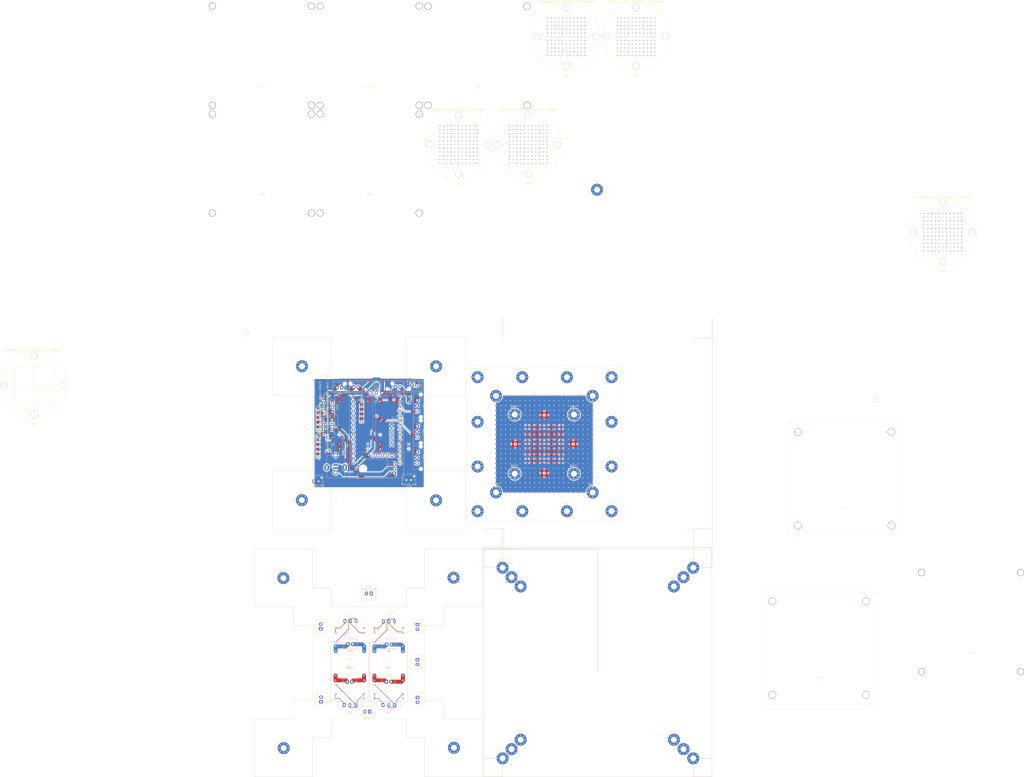
<source format=kicad_pcb>
(kicad_pcb (version 20171130) (host pcbnew 5.1.5+dfsg1-2build2)
  (layers (0 F.Cu signal) (31 B.Cu signal hide) (34 B.Paste user) (35 F.Paste user) (36 B.SilkS user) (37 F.SilkS user) (38 B.Mask user) (39 F.Mask user) (44 Edge.Cuts user))
  (net 0 "")
  (net 1 VIN+Master1)
  (net 2 "Net-(D1-Pad2)")
  (net 3 POWER-IN-)
  (net 4 "Net-(J2-Pad5)")
  (net 5 "Net-(J2-Pad4)")
  (net 6 "Net-(J2-Pad3)")
  (net 7 "Net-(J2-Pad2)")
  (net 8 "Net-(J2-Pad1)")
  (net 9 +12V)
  (net 10 +5V)
  (net 11 +3V3)
  (net 12 POWER-IN+)
  (net 13 "Net-(U2-Pad3)")
  (net 14 "Net-(U2-Pad2)")
  (net 15 "Net-(U2-Pad1)")
  (net 16 "Net-(U3-Pad0)")
  (net 17 DIM-4)
  (net 18 DIM-1)
  (net 19 LDD_1-OUT-)
  (net 20 LDD_1-OUT+)
  (net 21 LDD_4-OUT-)
  (net 22 LDD_4-OUT+)
  (net 23 "Net-(U12-Pad1)")
  (net 24 "Net-(U12-Pad2)")
  (net 25 "Net-(U12-Pad3)")
  (net 26 DIM-2)
  (net 27 DIM-5)
  (net 28 LDD_5-OUT+)
  (net 29 LDD_5-OUT-)
  (net 30 LDD_2-OUT+)
  (net 31 LDD_2-OUT-)
  (net 32 "Net-(U20-Pad1)")
  (net 33 "Net-(U20-Pad2)")
  (net 34 "Net-(U20-Pad3)")
  (net 35 "Net-(U21-Pad3)")
  (net 36 "Net-(U21-Pad2)")
  (net 37 "Net-(U21-Pad1)")
  (net 38 DIM-3)
  (net 39 DIM-6)
  (net 40 "Net-(U24-Pad6)")
  (net 41 "Net-(U24-Pad7)")
  (net 42 BOARD_GND)
  (net 43 "Net-(U24-Pad18)")
  (net 44 "Net-(U24-Pad19)")
  (net 45 "Net-(U24-Pad20)")
  (net 46 "Net-(U24-Pad21)")
  (net 47 "Net-(U24-Pad22)")
  (net 48 "Net-(U24-Pad23)")
  (net 49 "Net-(U24-Pad24)")
  (net 50 "Net-(U24-Pad25)")
  (net 51 "Net-(U24-Pad26)")
  (net 52 "Net-(U24-Pad27)")
  (net 53 "Net-(U24-Pad28)")
  (net 54 "Net-(U24-Pad29)")
  (net 55 "Net-(U24-Pad30)")
  (net 56 LDD_6-OUT-)
  (net 57 LDD_6-OUT+)
  (net 58 LDD_3-OUT+)
  (net 59 LDD_3-OUT-)
  (net 60 "Net-(U29-Pad0)")
  (net 61 "Net-(U30-Pad0)")
  (net 62 "Net-(U31-Pad0)")
  (net 63 "Net-(U32-Pad0)")
  (net 64 "Net-(U35-Pad0)")
  (net 65 "Net-(U36-Pad0)")
  (net 66 "Net-(U37-Pad0)")
  (net 67 "Net-(U38-Pad0)")
  (net 68 "Net-(U39-Pad0)")
  (net 69 "Net-(U40-Pad0)")
  (net 70 "Net-(U41-Pad0)")
  (net 71 "Net-(U42-Pad0)")
  (net 72 "Net-(U43-Pad0)")
  (net 73 "Net-(U44-Pad0)")
  (net 74 FAN2+)
  (net 75 FAN2-)
  (net 76 FAN1+)
  (net 77 FAN1-)
  (module MountingHole:MountingHole_3.2mm_M3_Pad_Via (layer F.Cu) (at 151.475 63.625)
    (fp_text reference REF** (at 0 -4.2) (layer F.SilkS))
    (fp_text value MountingHole_3.2mm_M3_Pad_Via)
    (pad 1 thru_hole circle (at 1.697056 -1.697056) (size 0.8 0.8) (drill 0.5) (layers *.Cu *.Mask))
    (pad 1 thru_hole circle (at 0 -2.4) (size 0.8 0.8) (drill 0.5) (layers *.Cu *.Mask))
    (pad 1 thru_hole circle (at -1.697056 -1.697056) (size 0.8 0.8) (drill 0.5) (layers *.Cu *.Mask))
    (pad 1 thru_hole circle (at -2.4 0) (size 0.8 0.8) (drill 0.5) (layers *.Cu *.Mask))
    (pad 1 thru_hole circle (at -1.697056 1.697056) (size 0.8 0.8) (drill 0.5) (layers *.Cu *.Mask))
    (pad 1 thru_hole circle (at 0 2.4) (size 0.8 0.8) (drill 0.5) (layers *.Cu *.Mask))
    (pad 1 thru_hole circle (at 1.697056 1.697056) (size 0.8 0.8) (drill 0.5) (layers *.Cu *.Mask))
    (pad 1 thru_hole circle (at 2.4 0) (size 0.8 0.8) (drill 0.5) (layers *.Cu *.Mask))
    (pad 1 thru_hole circle (at 0.05 0.05) (size 6.4 6.4) (drill 3.2) (layers *.Cu *.Mask))
  )
  (module MountingHole:MountingHole_3.2mm_M3_Pad_Via (layer F.Cu) (at 119.775 63.625)
    (fp_text reference REF** (at 0 -4.2) (layer F.SilkS))
    (fp_text value MountingHole_3.2mm_M3_Pad_Via)
    (pad 1 thru_hole circle (at 1.697056 -1.697056) (size 0.8 0.8) (drill 0.5) (layers *.Cu *.Mask))
    (pad 1 thru_hole circle (at 0 -2.4) (size 0.8 0.8) (drill 0.5) (layers *.Cu *.Mask))
    (pad 1 thru_hole circle (at -1.697056 -1.697056) (size 0.8 0.8) (drill 0.5) (layers *.Cu *.Mask))
    (pad 1 thru_hole circle (at -2.4 0) (size 0.8 0.8) (drill 0.5) (layers *.Cu *.Mask))
    (pad 1 thru_hole circle (at -1.697056 1.697056) (size 0.8 0.8) (drill 0.5) (layers *.Cu *.Mask))
    (pad 1 thru_hole circle (at 0 2.4) (size 0.8 0.8) (drill 0.5) (layers *.Cu *.Mask))
    (pad 1 thru_hole circle (at 1.697056 1.697056) (size 0.8 0.8) (drill 0.5) (layers *.Cu *.Mask))
    (pad 1 thru_hole circle (at 2.4 0) (size 0.8 0.8) (drill 0.5) (layers *.Cu *.Mask))
    (pad 1 thru_hole circle (at 0.05 0.05) (size 6.4 6.4) (drill 3.2) (layers *.Cu *.Mask))
  )
  (module MountingHole:MountingHole_3.2mm_M3_Pad_Via (layer F.Cu) (at 151.475 31.925)
    (fp_text reference REF** (at 0 -4.2) (layer F.SilkS))
    (fp_text value MountingHole_3.2mm_M3_Pad_Via)
    (pad 1 thru_hole circle (at 1.697056 -1.697056) (size 0.8 0.8) (drill 0.5) (layers *.Cu *.Mask))
    (pad 1 thru_hole circle (at 0 -2.4) (size 0.8 0.8) (drill 0.5) (layers *.Cu *.Mask))
    (pad 1 thru_hole circle (at -1.697056 -1.697056) (size 0.8 0.8) (drill 0.5) (layers *.Cu *.Mask))
    (pad 1 thru_hole circle (at -2.4 0) (size 0.8 0.8) (drill 0.5) (layers *.Cu *.Mask))
    (pad 1 thru_hole circle (at -1.697056 1.697056) (size 0.8 0.8) (drill 0.5) (layers *.Cu *.Mask))
    (pad 1 thru_hole circle (at 0 2.4) (size 0.8 0.8) (drill 0.5) (layers *.Cu *.Mask))
    (pad 1 thru_hole circle (at 1.697056 1.697056) (size 0.8 0.8) (drill 0.5) (layers *.Cu *.Mask))
    (pad 1 thru_hole circle (at 2.4 0) (size 0.8 0.8) (drill 0.5) (layers *.Cu *.Mask))
    (pad 1 thru_hole circle (at 0.05 0.05) (size 6.4 6.4) (drill 3.2) (layers *.Cu *.Mask))
  )
  (module MountingHole:MountingHole_3.2mm_M3_Pad_Via (layer F.Cu) (at 119.775 31.925)
    (fp_text reference REF** (at 0 -4.2) (layer F.SilkS))
    (fp_text value MountingHole_3.2mm_M3_Pad_Via)
    (pad 1 thru_hole circle (at 0.05 0.05) (size 6.4 6.4) (drill 3.2) (layers *.Cu *.Mask))
    (pad 1 thru_hole circle (at 2.4 0) (size 0.8 0.8) (drill 0.5) (layers *.Cu *.Mask))
    (pad 1 thru_hole circle (at 1.697056 1.697056) (size 0.8 0.8) (drill 0.5) (layers *.Cu *.Mask))
    (pad 1 thru_hole circle (at 0 2.4) (size 0.8 0.8) (drill 0.5) (layers *.Cu *.Mask))
    (pad 1 thru_hole circle (at -1.697056 1.697056) (size 0.8 0.8) (drill 0.5) (layers *.Cu *.Mask))
    (pad 1 thru_hole circle (at -2.4 0) (size 0.8 0.8) (drill 0.5) (layers *.Cu *.Mask))
    (pad 1 thru_hole circle (at -1.697056 -1.697056) (size 0.8 0.8) (drill 0.5) (layers *.Cu *.Mask))
    (pad 1 thru_hole circle (at 0 -2.4) (size 0.8 0.8) (drill 0.5) (layers *.Cu *.Mask))
    (pad 1 thru_hole circle (at 1.697056 -1.697056) (size 0.8 0.8) (drill 0.5) (layers *.Cu *.Mask))
  )
  (module MountingHole:MountingHole_3.2mm_M3_Pad_Via (layer F.Cu) (at 161.475 73.625)
    (fp_text reference REF** (at 0 -4.2) (layer F.SilkS))
    (fp_text value MountingHole_3.2mm_M3_Pad_Via)
    (pad 1 thru_hole circle (at 0.05 0.05) (size 6.4 6.4) (drill 3.2) (layers *.Cu *.Mask))
    (pad 1 thru_hole circle (at 2.4 0) (size 0.8 0.8) (drill 0.5) (layers *.Cu *.Mask))
    (pad 1 thru_hole circle (at 1.697056 1.697056) (size 0.8 0.8) (drill 0.5) (layers *.Cu *.Mask))
    (pad 1 thru_hole circle (at 0 2.4) (size 0.8 0.8) (drill 0.5) (layers *.Cu *.Mask))
    (pad 1 thru_hole circle (at -1.697056 1.697056) (size 0.8 0.8) (drill 0.5) (layers *.Cu *.Mask))
    (pad 1 thru_hole circle (at -2.4 0) (size 0.8 0.8) (drill 0.5) (layers *.Cu *.Mask))
    (pad 1 thru_hole circle (at -1.697056 -1.697056) (size 0.8 0.8) (drill 0.5) (layers *.Cu *.Mask))
    (pad 1 thru_hole circle (at 0 -2.4) (size 0.8 0.8) (drill 0.5) (layers *.Cu *.Mask))
    (pad 1 thru_hole circle (at 1.697056 -1.697056) (size 0.8 0.8) (drill 0.5) (layers *.Cu *.Mask))
  )
  (module MountingHole:MountingHole_3.2mm_M3_Pad_Via (layer F.Cu) (at 109.775 73.625)
    (fp_text reference REF** (at 0 -4.2) (layer F.SilkS))
    (fp_text value MountingHole_3.2mm_M3_Pad_Via)
    (pad 1 thru_hole circle (at 0.05 0.05) (size 6.4 6.4) (drill 3.2) (layers *.Cu *.Mask))
    (pad 1 thru_hole circle (at 2.4 0) (size 0.8 0.8) (drill 0.5) (layers *.Cu *.Mask))
    (pad 1 thru_hole circle (at 1.697056 1.697056) (size 0.8 0.8) (drill 0.5) (layers *.Cu *.Mask))
    (pad 1 thru_hole circle (at 0 2.4) (size 0.8 0.8) (drill 0.5) (layers *.Cu *.Mask))
    (pad 1 thru_hole circle (at -1.697056 1.697056) (size 0.8 0.8) (drill 0.5) (layers *.Cu *.Mask))
    (pad 1 thru_hole circle (at -2.4 0) (size 0.8 0.8) (drill 0.5) (layers *.Cu *.Mask))
    (pad 1 thru_hole circle (at -1.697056 -1.697056) (size 0.8 0.8) (drill 0.5) (layers *.Cu *.Mask))
    (pad 1 thru_hole circle (at 0 -2.4) (size 0.8 0.8) (drill 0.5) (layers *.Cu *.Mask))
    (pad 1 thru_hole circle (at 1.697056 -1.697056) (size 0.8 0.8) (drill 0.5) (layers *.Cu *.Mask))
  )
  (module MountingHole:MountingHole_3.2mm_M3_Pad_Via (layer F.Cu) (at 161.475 21.925)
    (fp_text reference REF** (at 0 -4.2) (layer F.SilkS))
    (fp_text value MountingHole_3.2mm_M3_Pad_Via)
    (pad 1 thru_hole circle (at 0.05 0.05) (size 6.4 6.4) (drill 3.2) (layers *.Cu *.Mask))
    (pad 1 thru_hole circle (at 2.4 0) (size 0.8 0.8) (drill 0.5) (layers *.Cu *.Mask))
    (pad 1 thru_hole circle (at 1.697056 1.697056) (size 0.8 0.8) (drill 0.5) (layers *.Cu *.Mask))
    (pad 1 thru_hole circle (at 0 2.4) (size 0.8 0.8) (drill 0.5) (layers *.Cu *.Mask))
    (pad 1 thru_hole circle (at -1.697056 1.697056) (size 0.8 0.8) (drill 0.5) (layers *.Cu *.Mask))
    (pad 1 thru_hole circle (at -2.4 0) (size 0.8 0.8) (drill 0.5) (layers *.Cu *.Mask))
    (pad 1 thru_hole circle (at -1.697056 -1.697056) (size 0.8 0.8) (drill 0.5) (layers *.Cu *.Mask))
    (pad 1 thru_hole circle (at 0 -2.4) (size 0.8 0.8) (drill 0.5) (layers *.Cu *.Mask))
    (pad 1 thru_hole circle (at 1.697056 -1.697056) (size 0.8 0.8) (drill 0.5) (layers *.Cu *.Mask))
  )
  (module MountingHole:MountingHole_3.2mm_M3_Pad_Via (layer F.Cu) (at 109.775 21.925)
    (fp_text reference REF** (at 0 -4.2) (layer F.SilkS))
    (fp_text value MountingHole_3.2mm_M3_Pad_Via)
    (pad 1 thru_hole circle (at 1.697056 -1.697056) (size 0.8 0.8) (drill 0.5) (layers *.Cu *.Mask))
    (pad 1 thru_hole circle (at 0 -2.4) (size 0.8 0.8) (drill 0.5) (layers *.Cu *.Mask))
    (pad 1 thru_hole circle (at -1.697056 -1.697056) (size 0.8 0.8) (drill 0.5) (layers *.Cu *.Mask))
    (pad 1 thru_hole circle (at -2.4 0) (size 0.8 0.8) (drill 0.5) (layers *.Cu *.Mask))
    (pad 1 thru_hole circle (at -1.697056 1.697056) (size 0.8 0.8) (drill 0.5) (layers *.Cu *.Mask))
    (pad 1 thru_hole circle (at 0 2.4) (size 0.8 0.8) (drill 0.5) (layers *.Cu *.Mask))
    (pad 1 thru_hole circle (at 1.697056 1.697056) (size 0.8 0.8) (drill 0.5) (layers *.Cu *.Mask))
    (pad 1 thru_hole circle (at 2.4 0) (size 0.8 0.8) (drill 0.5) (layers *.Cu *.Mask))
    (pad 1 thru_hole circle (at 0.05 0.05) (size 6.4 6.4) (drill 3.2) (layers *.Cu *.Mask))
  )
  (module MountingHole:MountingHole_3.2mm_M3_Pad_Via (layer F.Cu) (at 171.6 83.65)
    (fp_text reference REF** (at 0 -4.2) (layer F.SilkS))
    (fp_text value MountingHole_3.2mm_M3_Pad_Via)
    (pad 1 thru_hole circle (at 1.697056 -1.697056) (size 0.8 0.8) (drill 0.5) (layers *.Cu *.Mask))
    (pad 1 thru_hole circle (at 0 -2.4) (size 0.8 0.8) (drill 0.5) (layers *.Cu *.Mask))
    (pad 1 thru_hole circle (at -1.697056 -1.697056) (size 0.8 0.8) (drill 0.5) (layers *.Cu *.Mask))
    (pad 1 thru_hole circle (at -2.4 0) (size 0.8 0.8) (drill 0.5) (layers *.Cu *.Mask))
    (pad 1 thru_hole circle (at -1.697056 1.697056) (size 0.8 0.8) (drill 0.5) (layers *.Cu *.Mask))
    (pad 1 thru_hole circle (at 0 2.4) (size 0.8 0.8) (drill 0.5) (layers *.Cu *.Mask))
    (pad 1 thru_hole circle (at 1.697056 1.697056) (size 0.8 0.8) (drill 0.5) (layers *.Cu *.Mask))
    (pad 1 thru_hole circle (at 2.4 0) (size 0.8 0.8) (drill 0.5) (layers *.Cu *.Mask))
    (pad 1 thru_hole circle (at 0.05 0.05) (size 6.4 6.4) (drill 3.2) (layers *.Cu *.Mask))
  )
  (module MountingHole:MountingHole_3.2mm_M3_Pad_Via (layer F.Cu) (at 147.7 83.65)
    (fp_text reference REF** (at 0 -4.2) (layer F.SilkS))
    (fp_text value MountingHole_3.2mm_M3_Pad_Via)
    (pad 1 thru_hole circle (at 1.697056 -1.697056) (size 0.8 0.8) (drill 0.5) (layers *.Cu *.Mask))
    (pad 1 thru_hole circle (at 0 -2.4) (size 0.8 0.8) (drill 0.5) (layers *.Cu *.Mask))
    (pad 1 thru_hole circle (at -1.697056 -1.697056) (size 0.8 0.8) (drill 0.5) (layers *.Cu *.Mask))
    (pad 1 thru_hole circle (at -2.4 0) (size 0.8 0.8) (drill 0.5) (layers *.Cu *.Mask))
    (pad 1 thru_hole circle (at -1.697056 1.697056) (size 0.8 0.8) (drill 0.5) (layers *.Cu *.Mask))
    (pad 1 thru_hole circle (at 0 2.4) (size 0.8 0.8) (drill 0.5) (layers *.Cu *.Mask))
    (pad 1 thru_hole circle (at 1.697056 1.697056) (size 0.8 0.8) (drill 0.5) (layers *.Cu *.Mask))
    (pad 1 thru_hole circle (at 2.4 0) (size 0.8 0.8) (drill 0.5) (layers *.Cu *.Mask))
    (pad 1 thru_hole circle (at 0.05 0.05) (size 6.4 6.4) (drill 3.2) (layers *.Cu *.Mask))
  )
  (module MountingHole:MountingHole_3.2mm_M3_Pad_Via (layer F.Cu) (at 123.8 83.65)
    (fp_text reference REF** (at 0 -4.2) (layer F.SilkS))
    (fp_text value MountingHole_3.2mm_M3_Pad_Via)
    (pad 1 thru_hole circle (at 1.697056 -1.697056) (size 0.8 0.8) (drill 0.5) (layers *.Cu *.Mask))
    (pad 1 thru_hole circle (at 0 -2.4) (size 0.8 0.8) (drill 0.5) (layers *.Cu *.Mask))
    (pad 1 thru_hole circle (at -1.697056 -1.697056) (size 0.8 0.8) (drill 0.5) (layers *.Cu *.Mask))
    (pad 1 thru_hole circle (at -2.4 0) (size 0.8 0.8) (drill 0.5) (layers *.Cu *.Mask))
    (pad 1 thru_hole circle (at -1.697056 1.697056) (size 0.8 0.8) (drill 0.5) (layers *.Cu *.Mask))
    (pad 1 thru_hole circle (at 0 2.4) (size 0.8 0.8) (drill 0.5) (layers *.Cu *.Mask))
    (pad 1 thru_hole circle (at 1.697056 1.697056) (size 0.8 0.8) (drill 0.5) (layers *.Cu *.Mask))
    (pad 1 thru_hole circle (at 2.4 0) (size 0.8 0.8) (drill 0.5) (layers *.Cu *.Mask))
    (pad 1 thru_hole circle (at 0.05 0.05) (size 6.4 6.4) (drill 3.2) (layers *.Cu *.Mask))
  )
  (module MountingHole:MountingHole_3.2mm_M3_Pad_Via (layer F.Cu) (at 99.9 83.65)
    (fp_text reference REF** (at 0 -4.2) (layer F.SilkS))
    (fp_text value MountingHole_3.2mm_M3_Pad_Via)
    (pad 1 thru_hole circle (at 1.697056 -1.697056) (size 0.8 0.8) (drill 0.5) (layers *.Cu *.Mask))
    (pad 1 thru_hole circle (at 0 -2.4) (size 0.8 0.8) (drill 0.5) (layers *.Cu *.Mask))
    (pad 1 thru_hole circle (at -1.697056 -1.697056) (size 0.8 0.8) (drill 0.5) (layers *.Cu *.Mask))
    (pad 1 thru_hole circle (at -2.4 0) (size 0.8 0.8) (drill 0.5) (layers *.Cu *.Mask))
    (pad 1 thru_hole circle (at -1.697056 1.697056) (size 0.8 0.8) (drill 0.5) (layers *.Cu *.Mask))
    (pad 1 thru_hole circle (at 0 2.4) (size 0.8 0.8) (drill 0.5) (layers *.Cu *.Mask))
    (pad 1 thru_hole circle (at 1.697056 1.697056) (size 0.8 0.8) (drill 0.5) (layers *.Cu *.Mask))
    (pad 1 thru_hole circle (at 2.4 0) (size 0.8 0.8) (drill 0.5) (layers *.Cu *.Mask))
    (pad 1 thru_hole circle (at 0.05 0.05) (size 6.4 6.4) (drill 3.2) (layers *.Cu *.Mask))
  )
  (module MountingHole:MountingHole_3.2mm_M3_Pad_Via (layer F.Cu) (at 171.6 59.75)
    (fp_text reference REF** (at 0 -4.2) (layer F.SilkS))
    (fp_text value MountingHole_3.2mm_M3_Pad_Via)
    (pad 1 thru_hole circle (at 1.697056 -1.697056) (size 0.8 0.8) (drill 0.5) (layers *.Cu *.Mask))
    (pad 1 thru_hole circle (at 0 -2.4) (size 0.8 0.8) (drill 0.5) (layers *.Cu *.Mask))
    (pad 1 thru_hole circle (at -1.697056 -1.697056) (size 0.8 0.8) (drill 0.5) (layers *.Cu *.Mask))
    (pad 1 thru_hole circle (at -2.4 0) (size 0.8 0.8) (drill 0.5) (layers *.Cu *.Mask))
    (pad 1 thru_hole circle (at -1.697056 1.697056) (size 0.8 0.8) (drill 0.5) (layers *.Cu *.Mask))
    (pad 1 thru_hole circle (at 0 2.4) (size 0.8 0.8) (drill 0.5) (layers *.Cu *.Mask))
    (pad 1 thru_hole circle (at 1.697056 1.697056) (size 0.8 0.8) (drill 0.5) (layers *.Cu *.Mask))
    (pad 1 thru_hole circle (at 2.4 0) (size 0.8 0.8) (drill 0.5) (layers *.Cu *.Mask))
    (pad 1 thru_hole circle (at 0.05 0.05) (size 6.4 6.4) (drill 3.2) (layers *.Cu *.Mask))
  )
  (module MountingHole:MountingHole_3.2mm_M3_Pad_Via (layer F.Cu) (at 99.9 59.75)
    (fp_text reference REF** (at 0 -4.2) (layer F.SilkS))
    (fp_text value MountingHole_3.2mm_M3_Pad_Via)
    (pad 1 thru_hole circle (at 1.697056 -1.697056) (size 0.8 0.8) (drill 0.5) (layers *.Cu *.Mask))
    (pad 1 thru_hole circle (at 0 -2.4) (size 0.8 0.8) (drill 0.5) (layers *.Cu *.Mask))
    (pad 1 thru_hole circle (at -1.697056 -1.697056) (size 0.8 0.8) (drill 0.5) (layers *.Cu *.Mask))
    (pad 1 thru_hole circle (at -2.4 0) (size 0.8 0.8) (drill 0.5) (layers *.Cu *.Mask))
    (pad 1 thru_hole circle (at -1.697056 1.697056) (size 0.8 0.8) (drill 0.5) (layers *.Cu *.Mask))
    (pad 1 thru_hole circle (at 0 2.4) (size 0.8 0.8) (drill 0.5) (layers *.Cu *.Mask))
    (pad 1 thru_hole circle (at 1.697056 1.697056) (size 0.8 0.8) (drill 0.5) (layers *.Cu *.Mask))
    (pad 1 thru_hole circle (at 2.4 0) (size 0.8 0.8) (drill 0.5) (layers *.Cu *.Mask))
    (pad 1 thru_hole circle (at 0.05 0.05) (size 6.4 6.4) (drill 3.2) (layers *.Cu *.Mask))
  )
  (module MountingHole:MountingHole_3.2mm_M3_Pad_Via (layer F.Cu) (at 171.6 35.85)
    (fp_text reference REF** (at 0 -4.2) (layer F.SilkS))
    (fp_text value MountingHole_3.2mm_M3_Pad_Via)
    (pad 1 thru_hole circle (at 1.697056 -1.697056) (size 0.8 0.8) (drill 0.5) (layers *.Cu *.Mask))
    (pad 1 thru_hole circle (at 0 -2.4) (size 0.8 0.8) (drill 0.5) (layers *.Cu *.Mask))
    (pad 1 thru_hole circle (at -1.697056 -1.697056) (size 0.8 0.8) (drill 0.5) (layers *.Cu *.Mask))
    (pad 1 thru_hole circle (at -2.4 0) (size 0.8 0.8) (drill 0.5) (layers *.Cu *.Mask))
    (pad 1 thru_hole circle (at -1.697056 1.697056) (size 0.8 0.8) (drill 0.5) (layers *.Cu *.Mask))
    (pad 1 thru_hole circle (at 0 2.4) (size 0.8 0.8) (drill 0.5) (layers *.Cu *.Mask))
    (pad 1 thru_hole circle (at 1.697056 1.697056) (size 0.8 0.8) (drill 0.5) (layers *.Cu *.Mask))
    (pad 1 thru_hole circle (at 2.4 0) (size 0.8 0.8) (drill 0.5) (layers *.Cu *.Mask))
    (pad 1 thru_hole circle (at 0.05 0.05) (size 6.4 6.4) (drill 3.2) (layers *.Cu *.Mask))
  )
  (module MountingHole:MountingHole_3.2mm_M3_Pad_Via (layer F.Cu) (at 99.9 35.85)
    (fp_text reference REF** (at 0 -4.2) (layer F.SilkS))
    (fp_text value MountingHole_3.2mm_M3_Pad_Via)
    (pad 1 thru_hole circle (at 1.697056 -1.697056) (size 0.8 0.8) (drill 0.5) (layers *.Cu *.Mask))
    (pad 1 thru_hole circle (at 0 -2.4) (size 0.8 0.8) (drill 0.5) (layers *.Cu *.Mask))
    (pad 1 thru_hole circle (at -1.697056 -1.697056) (size 0.8 0.8) (drill 0.5) (layers *.Cu *.Mask))
    (pad 1 thru_hole circle (at -2.4 0) (size 0.8 0.8) (drill 0.5) (layers *.Cu *.Mask))
    (pad 1 thru_hole circle (at -1.697056 1.697056) (size 0.8 0.8) (drill 0.5) (layers *.Cu *.Mask))
    (pad 1 thru_hole circle (at 0 2.4) (size 0.8 0.8) (drill 0.5) (layers *.Cu *.Mask))
    (pad 1 thru_hole circle (at 1.697056 1.697056) (size 0.8 0.8) (drill 0.5) (layers *.Cu *.Mask))
    (pad 1 thru_hole circle (at 2.4 0) (size 0.8 0.8) (drill 0.5) (layers *.Cu *.Mask))
    (pad 1 thru_hole circle (at 0.05 0.05) (size 6.4 6.4) (drill 3.2) (layers *.Cu *.Mask))
  )
  (module MountingHole:MountingHole_3.2mm_M3_Pad_Via (layer F.Cu) (at 171.6 11.95)
    (fp_text reference REF** (at 0 -4.2) (layer F.SilkS))
    (fp_text value MountingHole_3.2mm_M3_Pad_Via)
    (pad 1 thru_hole circle (at 1.697056 -1.697056) (size 0.8 0.8) (drill 0.5) (layers *.Cu *.Mask))
    (pad 1 thru_hole circle (at 0 -2.4) (size 0.8 0.8) (drill 0.5) (layers *.Cu *.Mask))
    (pad 1 thru_hole circle (at -1.697056 -1.697056) (size 0.8 0.8) (drill 0.5) (layers *.Cu *.Mask))
    (pad 1 thru_hole circle (at -2.4 0) (size 0.8 0.8) (drill 0.5) (layers *.Cu *.Mask))
    (pad 1 thru_hole circle (at -1.697056 1.697056) (size 0.8 0.8) (drill 0.5) (layers *.Cu *.Mask))
    (pad 1 thru_hole circle (at 0 2.4) (size 0.8 0.8) (drill 0.5) (layers *.Cu *.Mask))
    (pad 1 thru_hole circle (at 1.697056 1.697056) (size 0.8 0.8) (drill 0.5) (layers *.Cu *.Mask))
    (pad 1 thru_hole circle (at 2.4 0) (size 0.8 0.8) (drill 0.5) (layers *.Cu *.Mask))
    (pad 1 thru_hole circle (at 0.05 0.05) (size 6.4 6.4) (drill 3.2) (layers *.Cu *.Mask))
  )
  (module MountingHole:MountingHole_3.2mm_M3_Pad_Via (layer F.Cu) (at 147.7 11.95)
    (fp_text reference REF** (at 0 -4.2) (layer F.SilkS))
    (fp_text value MountingHole_3.2mm_M3_Pad_Via)
    (pad 1 thru_hole circle (at 1.697056 -1.697056) (size 0.8 0.8) (drill 0.5) (layers *.Cu *.Mask))
    (pad 1 thru_hole circle (at 0 -2.4) (size 0.8 0.8) (drill 0.5) (layers *.Cu *.Mask))
    (pad 1 thru_hole circle (at -1.697056 -1.697056) (size 0.8 0.8) (drill 0.5) (layers *.Cu *.Mask))
    (pad 1 thru_hole circle (at -2.4 0) (size 0.8 0.8) (drill 0.5) (layers *.Cu *.Mask))
    (pad 1 thru_hole circle (at -1.697056 1.697056) (size 0.8 0.8) (drill 0.5) (layers *.Cu *.Mask))
    (pad 1 thru_hole circle (at 0 2.4) (size 0.8 0.8) (drill 0.5) (layers *.Cu *.Mask))
    (pad 1 thru_hole circle (at 1.697056 1.697056) (size 0.8 0.8) (drill 0.5) (layers *.Cu *.Mask))
    (pad 1 thru_hole circle (at 2.4 0) (size 0.8 0.8) (drill 0.5) (layers *.Cu *.Mask))
    (pad 1 thru_hole circle (at 0.05 0.05) (size 6.4 6.4) (drill 3.2) (layers *.Cu *.Mask))
  )
  (module MountingHole:MountingHole_3.2mm_M3_Pad_Via (layer F.Cu) (at 123.8 11.95)
    (fp_text reference REF** (at 0 -4.2) (layer F.SilkS))
    (fp_text value MountingHole_3.2mm_M3_Pad_Via)
    (pad 1 thru_hole circle (at 1.697056 -1.697056) (size 0.8 0.8) (drill 0.5) (layers *.Cu *.Mask))
    (pad 1 thru_hole circle (at 0 -2.4) (size 0.8 0.8) (drill 0.5) (layers *.Cu *.Mask))
    (pad 1 thru_hole circle (at -1.697056 -1.697056) (size 0.8 0.8) (drill 0.5) (layers *.Cu *.Mask))
    (pad 1 thru_hole circle (at -2.4 0) (size 0.8 0.8) (drill 0.5) (layers *.Cu *.Mask))
    (pad 1 thru_hole circle (at -1.697056 1.697056) (size 0.8 0.8) (drill 0.5) (layers *.Cu *.Mask))
    (pad 1 thru_hole circle (at 0 2.4) (size 0.8 0.8) (drill 0.5) (layers *.Cu *.Mask))
    (pad 1 thru_hole circle (at 1.697056 1.697056) (size 0.8 0.8) (drill 0.5) (layers *.Cu *.Mask))
    (pad 1 thru_hole circle (at 2.4 0) (size 0.8 0.8) (drill 0.5) (layers *.Cu *.Mask))
    (pad 1 thru_hole circle (at 0.05 0.05) (size 6.4 6.4) (drill 3.2) (layers *.Cu *.Mask))
  )
  (module MountingHole:MountingHole_3.2mm_M3_Pad_Via (layer F.Cu) (at 5.9 77.8 90)
    (fp_text reference REF** (at 0 -4.2 90) (layer F.SilkS))
    (fp_text value MountingHole_3.2mm_M3_Pad_Via)
    (pad 1 thru_hole circle (at 1.697056 -1.697056 90) (size 0.8 0.8) (drill 0.5) (layers *.Cu *.Mask))
    (pad 1 thru_hole circle (at 0 -2.4 90) (size 0.8 0.8) (drill 0.5) (layers *.Cu *.Mask))
    (pad 1 thru_hole circle (at -1.697056 -1.697056 90) (size 0.8 0.8) (drill 0.5) (layers *.Cu *.Mask))
    (pad 1 thru_hole circle (at -2.4 0 90) (size 0.8 0.8) (drill 0.5) (layers *.Cu *.Mask))
    (pad 1 thru_hole circle (at -1.697056 1.697056 90) (size 0.8 0.8) (drill 0.5) (layers *.Cu *.Mask))
    (pad 1 thru_hole circle (at 0 2.4 90) (size 0.8 0.8) (drill 0.5) (layers *.Cu *.Mask))
    (pad 1 thru_hole circle (at 1.697056 1.697056 90) (size 0.8 0.8) (drill 0.5) (layers *.Cu *.Mask))
    (pad 1 thru_hole circle (at 2.4 0 90) (size 0.8 0.8) (drill 0.5) (layers *.Cu *.Mask))
    (pad 1 thru_hole circle (at 0 0 90) (size 6.4 6.4) (drill 3.2) (layers *.Cu *.Mask))
  )
  (module MountingHole:MountingHole_3.2mm_M3_Pad_Via (layer F.Cu) (at 77.725 77.875 180)
    (fp_text reference REF** (at 0 -4.2) (layer F.SilkS))
    (fp_text value MountingHole_3.2mm_M3_Pad_Via)
    (pad 1 thru_hole circle (at 0 0 180) (size 6.4 6.4) (drill 3.2) (layers *.Cu *.Mask))
    (pad 1 thru_hole circle (at 2.4 0 180) (size 0.8 0.8) (drill 0.5) (layers *.Cu *.Mask))
    (pad 1 thru_hole circle (at 1.697056 1.697056 180) (size 0.8 0.8) (drill 0.5) (layers *.Cu *.Mask))
    (pad 1 thru_hole circle (at 0 2.4 180) (size 0.8 0.8) (drill 0.5) (layers *.Cu *.Mask))
    (pad 1 thru_hole circle (at -1.697056 1.697056 180) (size 0.8 0.8) (drill 0.5) (layers *.Cu *.Mask))
    (pad 1 thru_hole circle (at -2.4 0 180) (size 0.8 0.8) (drill 0.5) (layers *.Cu *.Mask))
    (pad 1 thru_hole circle (at -1.697056 -1.697056 180) (size 0.8 0.8) (drill 0.5) (layers *.Cu *.Mask))
    (pad 1 thru_hole circle (at 0 -2.4 180) (size 0.8 0.8) (drill 0.5) (layers *.Cu *.Mask))
    (pad 1 thru_hole circle (at 1.697056 -1.697056 180) (size 0.8 0.8) (drill 0.5) (layers *.Cu *.Mask))
  )
  (module MountingHole:MountingHole_3.2mm_M3_Pad_Via (layer F.Cu) (at 77.775 6.175 270)
    (fp_text reference REF** (at 0 -4.2 90) (layer F.SilkS))
    (fp_text value MountingHole_3.2mm_M3_Pad_Via)
    (pad 1 thru_hole circle (at 1.697056 -1.697056 270) (size 0.8 0.8) (drill 0.5) (layers *.Cu *.Mask))
    (pad 1 thru_hole circle (at 0 -2.4 270) (size 0.8 0.8) (drill 0.5) (layers *.Cu *.Mask))
    (pad 1 thru_hole circle (at -1.697056 -1.697056 270) (size 0.8 0.8) (drill 0.5) (layers *.Cu *.Mask))
    (pad 1 thru_hole circle (at -2.4 0 270) (size 0.8 0.8) (drill 0.5) (layers *.Cu *.Mask))
    (pad 1 thru_hole circle (at -1.697056 1.697056 270) (size 0.8 0.8) (drill 0.5) (layers *.Cu *.Mask))
    (pad 1 thru_hole circle (at 0 2.4 270) (size 0.8 0.8) (drill 0.5) (layers *.Cu *.Mask))
    (pad 1 thru_hole circle (at 1.697056 1.697056 270) (size 0.8 0.8) (drill 0.5) (layers *.Cu *.Mask))
    (pad 1 thru_hole circle (at 2.4 0 270) (size 0.8 0.8) (drill 0.5) (layers *.Cu *.Mask))
    (pad 1 thru_hole circle (at 0 0 270) (size 6.4 6.4) (drill 3.2) (layers *.Cu *.Mask))
  )
  (module MountingHole:MountingHole_3.2mm_M3_Pad_Via (layer F.Cu) (at 99.9 11.95)
    (fp_text reference REF** (at 0 -4.2) (layer F.SilkS))
    (fp_text value MountingHole_3.2mm_M3_Pad_Via)
    (pad 1 thru_hole circle (at 0.05 0.05) (size 6.4 6.4) (drill 3.2) (layers *.Cu *.Mask))
    (pad 1 thru_hole circle (at 2.4 0) (size 0.8 0.8) (drill 0.5) (layers *.Cu *.Mask))
    (pad 1 thru_hole circle (at 1.697056 1.697056) (size 0.8 0.8) (drill 0.5) (layers *.Cu *.Mask))
    (pad 1 thru_hole circle (at 0 2.4) (size 0.8 0.8) (drill 0.5) (layers *.Cu *.Mask))
    (pad 1 thru_hole circle (at -1.697056 1.697056) (size 0.8 0.8) (drill 0.5) (layers *.Cu *.Mask))
    (pad 1 thru_hole circle (at -2.4 0) (size 0.8 0.8) (drill 0.5) (layers *.Cu *.Mask))
    (pad 1 thru_hole circle (at -1.697056 -1.697056) (size 0.8 0.8) (drill 0.5) (layers *.Cu *.Mask))
    (pad 1 thru_hole circle (at 0 -2.4) (size 0.8 0.8) (drill 0.5) (layers *.Cu *.Mask))
    (pad 1 thru_hole circle (at 1.697056 -1.697056) (size 0.8 0.8) (drill 0.5) (layers *.Cu *.Mask))
  )
  (module MountingHole:MountingHole_3.2mm_M3_Pad_Via (layer F.Cu) (at 215.3 215.9)
    (fp_text reference REF** (at 0 -4.2) (layer F.SilkS))
    (fp_text value MountingHole_3.2mm_M3_Pad_Via)
    (pad 1 thru_hole circle (at 0.05 0.05) (size 6.4 6.4) (drill 3.2) (layers *.Cu *.Mask))
    (pad 1 thru_hole circle (at 2.4 0) (size 0.8 0.8) (drill 0.5) (layers *.Cu *.Mask))
    (pad 1 thru_hole circle (at 1.697056 1.697056) (size 0.8 0.8) (drill 0.5) (layers *.Cu *.Mask))
    (pad 1 thru_hole circle (at 0 2.4) (size 0.8 0.8) (drill 0.5) (layers *.Cu *.Mask))
    (pad 1 thru_hole circle (at -1.697056 1.697056) (size 0.8 0.8) (drill 0.5) (layers *.Cu *.Mask))
    (pad 1 thru_hole circle (at -2.4 0) (size 0.8 0.8) (drill 0.5) (layers *.Cu *.Mask))
    (pad 1 thru_hole circle (at -1.697056 -1.697056) (size 0.8 0.8) (drill 0.5) (layers *.Cu *.Mask))
    (pad 1 thru_hole circle (at 0 -2.4) (size 0.8 0.8) (drill 0.5) (layers *.Cu *.Mask))
    (pad 1 thru_hole circle (at 1.697056 -1.697056) (size 0.8 0.8) (drill 0.5) (layers *.Cu *.Mask))
  )
  (module MountingHole:MountingHole_3.2mm_M3_Pad_Via (layer F.Cu) (at 113.3 215.9)
    (fp_text reference REF** (at 0 -4.2) (layer F.SilkS))
    (fp_text value MountingHole_3.2mm_M3_Pad_Via)
    (pad 1 thru_hole circle (at 0.05 0.05) (size 6.4 6.4) (drill 3.2) (layers *.Cu *.Mask))
    (pad 1 thru_hole circle (at 2.4 0) (size 0.8 0.8) (drill 0.5) (layers *.Cu *.Mask))
    (pad 1 thru_hole circle (at 1.697056 1.697056) (size 0.8 0.8) (drill 0.5) (layers *.Cu *.Mask))
    (pad 1 thru_hole circle (at 0 2.4) (size 0.8 0.8) (drill 0.5) (layers *.Cu *.Mask))
    (pad 1 thru_hole circle (at -1.697056 1.697056) (size 0.8 0.8) (drill 0.5) (layers *.Cu *.Mask))
    (pad 1 thru_hole circle (at -2.4 0) (size 0.8 0.8) (drill 0.5) (layers *.Cu *.Mask))
    (pad 1 thru_hole circle (at -1.697056 -1.697056) (size 0.8 0.8) (drill 0.5) (layers *.Cu *.Mask))
    (pad 1 thru_hole circle (at 0 -2.4) (size 0.8 0.8) (drill 0.5) (layers *.Cu *.Mask))
    (pad 1 thru_hole circle (at 1.697056 -1.697056) (size 0.8 0.8) (drill 0.5) (layers *.Cu *.Mask))
  )
  (module MountingHole:MountingHole_3.2mm_M3_Pad_Via (layer F.Cu) (at 215.3 113.9)
    (fp_text reference REF** (at 0 -4.2) (layer F.SilkS))
    (fp_text value MountingHole_3.2mm_M3_Pad_Via)
    (pad 1 thru_hole circle (at 0.05 0.05) (size 6.4 6.4) (drill 3.2) (layers *.Cu *.Mask))
    (pad 1 thru_hole circle (at 2.4 0) (size 0.8 0.8) (drill 0.5) (layers *.Cu *.Mask))
    (pad 1 thru_hole circle (at 1.697056 1.697056) (size 0.8 0.8) (drill 0.5) (layers *.Cu *.Mask))
    (pad 1 thru_hole circle (at 0 2.4) (size 0.8 0.8) (drill 0.5) (layers *.Cu *.Mask))
    (pad 1 thru_hole circle (at -1.697056 1.697056) (size 0.8 0.8) (drill 0.5) (layers *.Cu *.Mask))
    (pad 1 thru_hole circle (at -2.4 0) (size 0.8 0.8) (drill 0.5) (layers *.Cu *.Mask))
    (pad 1 thru_hole circle (at -1.697056 -1.697056) (size 0.8 0.8) (drill 0.5) (layers *.Cu *.Mask))
    (pad 1 thru_hole circle (at 0 -2.4) (size 0.8 0.8) (drill 0.5) (layers *.Cu *.Mask))
    (pad 1 thru_hole circle (at 1.697056 -1.697056) (size 0.8 0.8) (drill 0.5) (layers *.Cu *.Mask))
  )
  (module MountingHole:MountingHole_3.2mm_M3_Pad_Via (layer F.Cu) (at 210.15 211.025 270)
    (fp_text reference REF** (at 0 -4.2 90) (layer F.SilkS))
    (fp_text value MountingHole_3.2mm_M3_Pad_Via)
    (pad 1 thru_hole circle (at 0 0 270) (size 6.4 6.4) (drill 3.2) (layers *.Cu *.Mask))
    (pad 1 thru_hole circle (at 2.4 0 270) (size 0.8 0.8) (drill 0.5) (layers *.Cu *.Mask))
    (pad 1 thru_hole circle (at 1.697056 1.697056 270) (size 0.8 0.8) (drill 0.5) (layers *.Cu *.Mask))
    (pad 1 thru_hole circle (at 0 2.4 270) (size 0.8 0.8) (drill 0.5) (layers *.Cu *.Mask))
    (pad 1 thru_hole circle (at -1.697056 1.697056 270) (size 0.8 0.8) (drill 0.5) (layers *.Cu *.Mask))
    (pad 1 thru_hole circle (at -2.4 0 270) (size 0.8 0.8) (drill 0.5) (layers *.Cu *.Mask))
    (pad 1 thru_hole circle (at -1.697056 -1.697056 270) (size 0.8 0.8) (drill 0.5) (layers *.Cu *.Mask))
    (pad 1 thru_hole circle (at 0 -2.4 270) (size 0.8 0.8) (drill 0.5) (layers *.Cu *.Mask))
    (pad 1 thru_hole circle (at 1.697056 -1.697056 270) (size 0.8 0.8) (drill 0.5) (layers *.Cu *.Mask))
  )
  (module MountingHole:MountingHole_3.2mm_M3_Pad_Via (layer F.Cu) (at 118.15 211.025 270)
    (fp_text reference REF** (at 0 -4.2 90) (layer F.SilkS))
    (fp_text value MountingHole_3.2mm_M3_Pad_Via)
    (pad 1 thru_hole circle (at 0 0 270) (size 6.4 6.4) (drill 3.2) (layers *.Cu *.Mask))
    (pad 1 thru_hole circle (at 2.4 0 270) (size 0.8 0.8) (drill 0.5) (layers *.Cu *.Mask))
    (pad 1 thru_hole circle (at 1.697056 1.697056 270) (size 0.8 0.8) (drill 0.5) (layers *.Cu *.Mask))
    (pad 1 thru_hole circle (at 0 2.4 270) (size 0.8 0.8) (drill 0.5) (layers *.Cu *.Mask))
    (pad 1 thru_hole circle (at -1.697056 1.697056 270) (size 0.8 0.8) (drill 0.5) (layers *.Cu *.Mask))
    (pad 1 thru_hole circle (at -2.4 0 270) (size 0.8 0.8) (drill 0.5) (layers *.Cu *.Mask))
    (pad 1 thru_hole circle (at -1.697056 -1.697056 270) (size 0.8 0.8) (drill 0.5) (layers *.Cu *.Mask))
    (pad 1 thru_hole circle (at 0 -2.4 270) (size 0.8 0.8) (drill 0.5) (layers *.Cu *.Mask))
    (pad 1 thru_hole circle (at 1.697056 -1.697056 270) (size 0.8 0.8) (drill 0.5) (layers *.Cu *.Mask))
  )
  (module MountingHole:MountingHole_3.2mm_M3_Pad_Via (layer F.Cu) (at 210.15 119.025 270)
    (fp_text reference REF** (at 0 -4.2 90) (layer F.SilkS))
    (fp_text value MountingHole_3.2mm_M3_Pad_Via)
    (pad 1 thru_hole circle (at 0 0 270) (size 6.4 6.4) (drill 3.2) (layers *.Cu *.Mask))
    (pad 1 thru_hole circle (at 2.4 0 270) (size 0.8 0.8) (drill 0.5) (layers *.Cu *.Mask))
    (pad 1 thru_hole circle (at 1.697056 1.697056 270) (size 0.8 0.8) (drill 0.5) (layers *.Cu *.Mask))
    (pad 1 thru_hole circle (at 0 2.4 270) (size 0.8 0.8) (drill 0.5) (layers *.Cu *.Mask))
    (pad 1 thru_hole circle (at -1.697056 1.697056 270) (size 0.8 0.8) (drill 0.5) (layers *.Cu *.Mask))
    (pad 1 thru_hole circle (at -2.4 0 270) (size 0.8 0.8) (drill 0.5) (layers *.Cu *.Mask))
    (pad 1 thru_hole circle (at -1.697056 -1.697056 270) (size 0.8 0.8) (drill 0.5) (layers *.Cu *.Mask))
    (pad 1 thru_hole circle (at 0 -2.4 270) (size 0.8 0.8) (drill 0.5) (layers *.Cu *.Mask))
    (pad 1 thru_hole circle (at 1.697056 -1.697056 270) (size 0.8 0.8) (drill 0.5) (layers *.Cu *.Mask))
  )
  (module MountingHole:MountingHole_3.2mm_M3_Pad_Via (layer F.Cu) (at 204.95 205.925)
    (fp_text reference REF** (at 0 -4.2) (layer F.SilkS))
    (fp_text value MountingHole_3.2mm_M3_Pad_Via)
    (pad 1 thru_hole circle (at 1.697056 -1.697056) (size 0.8 0.8) (drill 0.5) (layers *.Cu *.Mask))
    (pad 1 thru_hole circle (at 0 -2.4) (size 0.8 0.8) (drill 0.5) (layers *.Cu *.Mask))
    (pad 1 thru_hole circle (at -1.697056 -1.697056) (size 0.8 0.8) (drill 0.5) (layers *.Cu *.Mask))
    (pad 1 thru_hole circle (at -2.4 0) (size 0.8 0.8) (drill 0.5) (layers *.Cu *.Mask))
    (pad 1 thru_hole circle (at -1.697056 1.697056) (size 0.8 0.8) (drill 0.5) (layers *.Cu *.Mask))
    (pad 1 thru_hole circle (at 0 2.4) (size 0.8 0.8) (drill 0.5) (layers *.Cu *.Mask))
    (pad 1 thru_hole circle (at 1.697056 1.697056) (size 0.8 0.8) (drill 0.5) (layers *.Cu *.Mask))
    (pad 1 thru_hole circle (at 2.4 0) (size 0.8 0.8) (drill 0.5) (layers *.Cu *.Mask))
    (pad 1 thru_hole circle (at 0.05 0.05) (size 6.4 6.4) (drill 3.2) (layers *.Cu *.Mask))
  )
  (module MountingHole:MountingHole_3.2mm_M3_Pad_Via (layer F.Cu) (at 122.95 205.925)
    (fp_text reference REF** (at 0 -4.2) (layer F.SilkS))
    (fp_text value MountingHole_3.2mm_M3_Pad_Via)
    (pad 1 thru_hole circle (at 1.697056 -1.697056) (size 0.8 0.8) (drill 0.5) (layers *.Cu *.Mask))
    (pad 1 thru_hole circle (at 0 -2.4) (size 0.8 0.8) (drill 0.5) (layers *.Cu *.Mask))
    (pad 1 thru_hole circle (at -1.697056 -1.697056) (size 0.8 0.8) (drill 0.5) (layers *.Cu *.Mask))
    (pad 1 thru_hole circle (at -2.4 0) (size 0.8 0.8) (drill 0.5) (layers *.Cu *.Mask))
    (pad 1 thru_hole circle (at -1.697056 1.697056) (size 0.8 0.8) (drill 0.5) (layers *.Cu *.Mask))
    (pad 1 thru_hole circle (at 0 2.4) (size 0.8 0.8) (drill 0.5) (layers *.Cu *.Mask))
    (pad 1 thru_hole circle (at 1.697056 1.697056) (size 0.8 0.8) (drill 0.5) (layers *.Cu *.Mask))
    (pad 1 thru_hole circle (at 2.4 0) (size 0.8 0.8) (drill 0.5) (layers *.Cu *.Mask))
    (pad 1 thru_hole circle (at 0.05 0.05) (size 6.4 6.4) (drill 3.2) (layers *.Cu *.Mask))
  )
  (module MountingHole:MountingHole_3.2mm_M3_Pad_Via (layer F.Cu) (at 204.95 123.925)
    (fp_text reference REF** (at 0 -4.2) (layer F.SilkS))
    (fp_text value MountingHole_3.2mm_M3_Pad_Via)
    (pad 1 thru_hole circle (at 1.697056 -1.697056) (size 0.8 0.8) (drill 0.5) (layers *.Cu *.Mask))
    (pad 1 thru_hole circle (at 0 -2.4) (size 0.8 0.8) (drill 0.5) (layers *.Cu *.Mask))
    (pad 1 thru_hole circle (at -1.697056 -1.697056) (size 0.8 0.8) (drill 0.5) (layers *.Cu *.Mask))
    (pad 1 thru_hole circle (at -2.4 0) (size 0.8 0.8) (drill 0.5) (layers *.Cu *.Mask))
    (pad 1 thru_hole circle (at -1.697056 1.697056) (size 0.8 0.8) (drill 0.5) (layers *.Cu *.Mask))
    (pad 1 thru_hole circle (at 0 2.4) (size 0.8 0.8) (drill 0.5) (layers *.Cu *.Mask))
    (pad 1 thru_hole circle (at 1.697056 1.697056) (size 0.8 0.8) (drill 0.5) (layers *.Cu *.Mask))
    (pad 1 thru_hole circle (at 2.4 0) (size 0.8 0.8) (drill 0.5) (layers *.Cu *.Mask))
    (pad 1 thru_hole circle (at 0.05 0.05) (size 6.4 6.4) (drill 3.2) (layers *.Cu *.Mask))
  )
  (module MountingHole:MountingHole_3.2mm_M3_Pad_Via (layer F.Cu) (at 118.15 119.025 270)
    (fp_text reference REF** (at 0 -4.2 90) (layer F.SilkS))
    (fp_text value MountingHole_3.2mm_M3_Pad_Via)
    (pad 1 thru_hole circle (at 1.697056 -1.697056 270) (size 0.8 0.8) (drill 0.5) (layers *.Cu *.Mask))
    (pad 1 thru_hole circle (at 0 -2.4 270) (size 0.8 0.8) (drill 0.5) (layers *.Cu *.Mask))
    (pad 1 thru_hole circle (at -1.697056 -1.697056 270) (size 0.8 0.8) (drill 0.5) (layers *.Cu *.Mask))
    (pad 1 thru_hole circle (at -2.4 0 270) (size 0.8 0.8) (drill 0.5) (layers *.Cu *.Mask))
    (pad 1 thru_hole circle (at -1.697056 1.697056 270) (size 0.8 0.8) (drill 0.5) (layers *.Cu *.Mask))
    (pad 1 thru_hole circle (at 0 2.4 270) (size 0.8 0.8) (drill 0.5) (layers *.Cu *.Mask))
    (pad 1 thru_hole circle (at 1.697056 1.697056 270) (size 0.8 0.8) (drill 0.5) (layers *.Cu *.Mask))
    (pad 1 thru_hole circle (at 2.4 0 270) (size 0.8 0.8) (drill 0.5) (layers *.Cu *.Mask))
    (pad 1 thru_hole circle (at 0 0 270) (size 6.4 6.4) (drill 3.2) (layers *.Cu *.Mask))
  )
  (module MountingHole:MountingHole_3.2mm_M3_Pad_Via (layer F.Cu) (at 122.95 123.925)
    (fp_text reference REF** (at 0 -4.2) (layer F.SilkS))
    (fp_text value MountingHole_3.2mm_M3_Pad_Via)
    (pad 1 thru_hole circle (at 0.05 0.05) (size 6.4 6.4) (drill 3.2) (layers *.Cu *.Mask))
    (pad 1 thru_hole circle (at 2.4 0) (size 0.8 0.8) (drill 0.5) (layers *.Cu *.Mask))
    (pad 1 thru_hole circle (at 1.697056 1.697056) (size 0.8 0.8) (drill 0.5) (layers *.Cu *.Mask))
    (pad 1 thru_hole circle (at 0 2.4) (size 0.8 0.8) (drill 0.5) (layers *.Cu *.Mask))
    (pad 1 thru_hole circle (at -1.697056 1.697056) (size 0.8 0.8) (drill 0.5) (layers *.Cu *.Mask))
    (pad 1 thru_hole circle (at -2.4 0) (size 0.8 0.8) (drill 0.5) (layers *.Cu *.Mask))
    (pad 1 thru_hole circle (at -1.697056 -1.697056) (size 0.8 0.8) (drill 0.5) (layers *.Cu *.Mask))
    (pad 1 thru_hole circle (at 0 -2.4) (size 0.8 0.8) (drill 0.5) (layers *.Cu *.Mask))
    (pad 1 thru_hole circle (at 1.697056 -1.697056) (size 0.8 0.8) (drill 0.5) (layers *.Cu *.Mask))
  )
  (module MountingHole:MountingHole_3.2mm_M3_Pad_Via (layer F.Cu) (at 87.3 210.3 180)
    (fp_text reference REF** (at 0 -4.2) (layer F.SilkS))
    (fp_text value MountingHole_3.2mm_M3_Pad_Via)
    (pad 1 thru_hole circle (at 1.697056 -1.697056 180) (size 0.8 0.8) (drill 0.5) (layers *.Cu *.Mask))
    (pad 1 thru_hole circle (at 0 -2.4 180) (size 0.8 0.8) (drill 0.5) (layers *.Cu *.Mask))
    (pad 1 thru_hole circle (at -1.697056 -1.697056 180) (size 0.8 0.8) (drill 0.5) (layers *.Cu *.Mask))
    (pad 1 thru_hole circle (at -2.4 0 180) (size 0.8 0.8) (drill 0.5) (layers *.Cu *.Mask))
    (pad 1 thru_hole circle (at -1.697056 1.697056 180) (size 0.8 0.8) (drill 0.5) (layers *.Cu *.Mask))
    (pad 1 thru_hole circle (at 0 2.4 180) (size 0.8 0.8) (drill 0.5) (layers *.Cu *.Mask))
    (pad 1 thru_hole circle (at 1.697056 1.697056 180) (size 0.8 0.8) (drill 0.5) (layers *.Cu *.Mask))
    (pad 1 thru_hole circle (at 2.4 0 180) (size 0.8 0.8) (drill 0.5) (layers *.Cu *.Mask))
    (pad 1 thru_hole circle (at 0 0 180) (size 6.4 6.4) (drill 3.2) (layers *.Cu *.Mask))
  )
  (module MountingHole:MountingHole_3.2mm_M3_Pad_Via (layer F.Cu) (at -3.8 210.5 90)
    (fp_text reference REF** (at 0 -4.2 90) (layer F.SilkS))
    (fp_text value MountingHole_3.2mm_M3_Pad_Via)
    (pad 1 thru_hole circle (at 0 0 90) (size 6.4 6.4) (drill 3.2) (layers *.Cu *.Mask))
    (pad 1 thru_hole circle (at 2.4 0 90) (size 0.8 0.8) (drill 0.5) (layers *.Cu *.Mask))
    (pad 1 thru_hole circle (at 1.697056 1.697056 90) (size 0.8 0.8) (drill 0.5) (layers *.Cu *.Mask))
    (pad 1 thru_hole circle (at 0 2.4 90) (size 0.8 0.8) (drill 0.5) (layers *.Cu *.Mask))
    (pad 1 thru_hole circle (at -1.697056 1.697056 90) (size 0.8 0.8) (drill 0.5) (layers *.Cu *.Mask))
    (pad 1 thru_hole circle (at -2.4 0 90) (size 0.8 0.8) (drill 0.5) (layers *.Cu *.Mask))
    (pad 1 thru_hole circle (at -1.697056 -1.697056 90) (size 0.8 0.8) (drill 0.5) (layers *.Cu *.Mask))
    (pad 1 thru_hole circle (at 0 -2.4 90) (size 0.8 0.8) (drill 0.5) (layers *.Cu *.Mask))
    (pad 1 thru_hole circle (at 1.697056 -1.697056 90) (size 0.8 0.8) (drill 0.5) (layers *.Cu *.Mask))
  )
  (module MountingHole:MountingHole_3.2mm_M3_Pad_Via (layer F.Cu) (at 87.1 119.3 270)
    (fp_text reference REF** (at 0 -4.2 90) (layer F.SilkS))
    (fp_text value MountingHole_3.2mm_M3_Pad_Via)
    (pad 1 thru_hole circle (at 0 0 270) (size 6.4 6.4) (drill 3.2) (layers *.Cu *.Mask))
    (pad 1 thru_hole circle (at 2.4 0 270) (size 0.8 0.8) (drill 0.5) (layers *.Cu *.Mask))
    (pad 1 thru_hole circle (at 1.697056 1.697056 270) (size 0.8 0.8) (drill 0.5) (layers *.Cu *.Mask))
    (pad 1 thru_hole circle (at 0 2.4 270) (size 0.8 0.8) (drill 0.5) (layers *.Cu *.Mask))
    (pad 1 thru_hole circle (at -1.697056 1.697056 270) (size 0.8 0.8) (drill 0.5) (layers *.Cu *.Mask))
    (pad 1 thru_hole circle (at -2.4 0 270) (size 0.8 0.8) (drill 0.5) (layers *.Cu *.Mask))
    (pad 1 thru_hole circle (at -1.697056 -1.697056 270) (size 0.8 0.8) (drill 0.5) (layers *.Cu *.Mask))
    (pad 1 thru_hole circle (at 0 -2.4 270) (size 0.8 0.8) (drill 0.5) (layers *.Cu *.Mask))
    (pad 1 thru_hole circle (at 1.697056 -1.697056 270) (size 0.8 0.8) (drill 0.5) (layers *.Cu *.Mask))
  )
  (module MountingHole:MountingHole_3.2mm_M3_Pad_Via (layer F.Cu) (at -4 119.5)
    (fp_text reference REF** (at 0 -4.2) (layer F.SilkS))
    (fp_text value MountingHole_3.2mm_M3_Pad_Via)
    (pad 1 thru_hole circle (at 1.697056 -1.697056) (size 0.8 0.8) (drill 0.5) (layers *.Cu *.Mask))
    (pad 1 thru_hole circle (at 0 -2.4) (size 0.8 0.8) (drill 0.5) (layers *.Cu *.Mask))
    (pad 1 thru_hole circle (at -1.697056 -1.697056) (size 0.8 0.8) (drill 0.5) (layers *.Cu *.Mask))
    (pad 1 thru_hole circle (at -2.4 0) (size 0.8 0.8) (drill 0.5) (layers *.Cu *.Mask))
    (pad 1 thru_hole circle (at -1.697056 1.697056) (size 0.8 0.8) (drill 0.5) (layers *.Cu *.Mask))
    (pad 1 thru_hole circle (at 0 2.4) (size 0.8 0.8) (drill 0.5) (layers *.Cu *.Mask))
    (pad 1 thru_hole circle (at 1.697056 1.697056) (size 0.8 0.8) (drill 0.5) (layers *.Cu *.Mask))
    (pad 1 thru_hole circle (at 2.4 0) (size 0.8 0.8) (drill 0.5) (layers *.Cu *.Mask))
    (pad 1 thru_hole circle (at 0 0) (size 6.4 6.4) (drill 3.2) (layers *.Cu *.Mask))
  )
  (module MountingHole:MountingHole_3.2mm_M3_Pad_Via (layer F.Cu) (at 6 6.125)
    (fp_text reference REF** (at 0 -4.2) (layer F.SilkS))
    (fp_text value MountingHole_3.2mm_M3_Pad_Via)
    (pad 1 thru_hole circle (at 0 0) (size 6.4 6.4) (drill 3.2) (layers *.Cu *.Mask))
    (pad 1 thru_hole circle (at 2.4 0) (size 0.8 0.8) (drill 0.5) (layers *.Cu *.Mask))
    (pad 1 thru_hole circle (at 1.697056 1.697056) (size 0.8 0.8) (drill 0.5) (layers *.Cu *.Mask))
    (pad 1 thru_hole circle (at 0 2.4) (size 0.8 0.8) (drill 0.5) (layers *.Cu *.Mask))
    (pad 1 thru_hole circle (at -1.697056 1.697056) (size 0.8 0.8) (drill 0.5) (layers *.Cu *.Mask))
    (pad 1 thru_hole circle (at -2.4 0) (size 0.8 0.8) (drill 0.5) (layers *.Cu *.Mask))
    (pad 1 thru_hole circle (at -1.697056 -1.697056) (size 0.8 0.8) (drill 0.5) (layers *.Cu *.Mask))
    (pad 1 thru_hole circle (at 0 -2.4) (size 0.8 0.8) (drill 0.5) (layers *.Cu *.Mask))
    (pad 1 thru_hole circle (at 1.697056 -1.697056) (size 0.8 0.8) (drill 0.5) (layers *.Cu *.Mask))
  )
  (module MountingHole:MountingHole_3.2mm_M3_Pad_Via (layer F.Cu) (at 163.83 -88.392)
    (fp_text reference REF** (at 0 -4.2) (layer F.SilkS))
    (fp_text value MountingHole_3.2mm_M3_Pad_Via)
    (pad 1 thru_hole circle (at 0.05 0.05) (size 6.4 6.4) (drill 3.2) (layers *.Cu *.Mask))
    (pad 1 thru_hole circle (at 2.4 0) (size 0.8 0.8) (drill 0.5) (layers *.Cu *.Mask))
    (pad 1 thru_hole circle (at 1.697056 1.697056) (size 0.8 0.8) (drill 0.5) (layers *.Cu *.Mask))
    (pad 1 thru_hole circle (at 0 2.4) (size 0.8 0.8) (drill 0.5) (layers *.Cu *.Mask))
    (pad 1 thru_hole circle (at -1.697056 1.697056) (size 0.8 0.8) (drill 0.5) (layers *.Cu *.Mask))
    (pad 1 thru_hole circle (at -2.4 0) (size 0.8 0.8) (drill 0.5) (layers *.Cu *.Mask))
    (pad 1 thru_hole circle (at -1.697056 -1.697056) (size 0.8 0.8) (drill 0.5) (layers *.Cu *.Mask))
    (pad 1 thru_hole circle (at 0 -2.4) (size 0.8 0.8) (drill 0.5) (layers *.Cu *.Mask))
    (pad 1 thru_hole circle (at 1.697056 -1.697056) (size 0.8 0.8) (drill 0.5) (layers *.Cu *.Mask))
  )
  (module MountingHole:MountingHole_3.2mm_M3_Pad_Via (layer F.Cu) (at 113.3 113.9)
    (fp_text reference REF** (at 0 -4.2) (layer F.SilkS))
    (fp_text value MountingHole_3.2mm_M3_Pad_Via)
    (pad 1 thru_hole circle (at 1.697056 -1.697056) (size 0.8 0.8) (drill 0.5) (layers *.Cu *.Mask))
    (pad 1 thru_hole circle (at 0 -2.4) (size 0.8 0.8) (drill 0.5) (layers *.Cu *.Mask))
    (pad 1 thru_hole circle (at -1.697056 -1.697056) (size 0.8 0.8) (drill 0.5) (layers *.Cu *.Mask))
    (pad 1 thru_hole circle (at -2.4 0) (size 0.8 0.8) (drill 0.5) (layers *.Cu *.Mask))
    (pad 1 thru_hole circle (at -1.697056 1.697056) (size 0.8 0.8) (drill 0.5) (layers *.Cu *.Mask))
    (pad 1 thru_hole circle (at 0 2.4) (size 0.8 0.8) (drill 0.5) (layers *.Cu *.Mask))
    (pad 1 thru_hole circle (at 1.697056 1.697056) (size 0.8 0.8) (drill 0.5) (layers *.Cu *.Mask))
    (pad 1 thru_hole circle (at 2.4 0) (size 0.8 0.8) (drill 0.5) (layers *.Cu *.Mask))
    (pad 1 thru_hole circle (at 0.05 0.05) (size 6.4 6.4) (drill 3.2) (layers *.Cu *.Mask))
  )
  (module ariadne:POWER_JACK_DCJ250-20-B-K1-A (layer F.Cu) (at 24 59.8)
    (fp_text reference U3 (at -0.01 18.01 180) (layer F.SilkS))
    (fp_text value POWER_CONNECTOR-DCJ250-20-B-K1-A)
    (pad 1 thru_hole oval (at 0 0 270) (size 2.5 3.5) (drill oval 0.8 3) (layers *.Cu *.Mask) (net 12 POWER-IN+))
    (pad 0 thru_hole oval (at -4.8 0.5 270) (size 3.5 2.5) (drill oval 2 0.8) (layers *.Cu *.Mask) (net 16 "Net-(U3-Pad0)"))
    (pad 0 thru_hole oval (at 4.8 0.5 270) (size 3.5 2.5) (drill oval 2 0.8) (layers *.Cu *.Mask) (net 16 "Net-(U3-Pad0)"))
    (pad 2 thru_hole circle (at 0 -6 180) (size 2.5 2.5) (drill 1.5) (layers *.Cu *.Mask) (net 3 POWER-IN-))
    (pad 0 thru_hole circle (at 0 3.25 180) (size 2.5 2.5) (drill 1.5) (layers *.Cu *.Mask) (net 16 "Net-(U3-Pad0)"))
  )
  (module Diode_THT:D_DO-41_SOD81_P7.62mm_Horizontal (layer F.Cu) (at 20.075 44.225 270)
    (fp_text reference D1 (at 3.81 -2.47 90) (layer F.SilkS))
    (fp_text value D_Zener-10V)
    (fp_text user K (at 0 -2.1 90) (layer F.SilkS))
    (pad 1 thru_hole rect (at 0 0 270) (size 2.2 2.2) (drill 1.1) (layers *.Cu *.Mask) (net 1 VIN+Master1))
    (pad 2 thru_hole oval (at 7.62 0 270) (size 2.2 2.2) (drill 1.1) (layers *.Cu *.Mask) (net 2 "Net-(D1-Pad2)"))
  )
  (module Connector_PinHeader_2.54mm:PinHeader_1x05_P2.54mm_Vertical (layer F.Cu) (at 54 38.1)
    (fp_text reference J1 (at 0 -2.33) (layer F.SilkS))
    (fp_text value Conn_01x05_Male)
    (pad 1 thru_hole rect (at 0 0) (size 1.7 1.7) (drill 1) (layers *.Cu *.Mask) (net 3 POWER-IN-))
    (pad 2 thru_hole oval (at 0 2.54) (size 1.7 1.7) (drill 1) (layers *.Cu *.Mask) (net 3 POWER-IN-))
    (pad 3 thru_hole oval (at 0 5.08) (size 1.7 1.7) (drill 1) (layers *.Cu *.Mask) (net 3 POWER-IN-))
    (pad 4 thru_hole oval (at 0 7.62) (size 1.7 1.7) (drill 1) (layers *.Cu *.Mask) (net 3 POWER-IN-))
    (pad 5 thru_hole oval (at 0 10.16) (size 1.7 1.7) (drill 1) (layers *.Cu *.Mask) (net 3 POWER-IN-))
  )
  (module Connector_PinHeader_2.54mm:PinHeader_1x05_P2.54mm_Vertical (layer B.Cu) (at 54.175 53.825 90)
    (fp_text reference J2 (at 0 2.33 90) (layer B.SilkS) (effects (justify mirror)))
    (fp_text value Conn_01x05_Male)
    (pad 5 thru_hole oval (at 0 -10.16 90) (size 1.7 1.7) (drill 1) (layers *.Cu *.Mask) (net 4 "Net-(J2-Pad5)"))
    (pad 4 thru_hole oval (at 0 -7.62 90) (size 1.7 1.7) (drill 1) (layers *.Cu *.Mask) (net 5 "Net-(J2-Pad4)"))
    (pad 3 thru_hole oval (at 0 -5.08 90) (size 1.7 1.7) (drill 1) (layers *.Cu *.Mask) (net 6 "Net-(J2-Pad3)"))
    (pad 2 thru_hole oval (at 0 -2.54 90) (size 1.7 1.7) (drill 1) (layers *.Cu *.Mask) (net 7 "Net-(J2-Pad2)"))
    (pad 1 thru_hole rect (at 0 0 90) (size 1.7 1.7) (drill 1) (layers *.Cu *.Mask) (net 8 "Net-(J2-Pad1)"))
  )
  (module Connector_PinHeader_2.54mm:PinHeader_1x05_P2.54mm_Vertical (layer F.Cu) (at 14.625 29.7)
    (fp_text reference J3 (at 0 -2.33) (layer F.SilkS))
    (fp_text value Conn_01x05_Male)
    (pad 1 thru_hole rect (at 0 0) (size 1.7 1.7) (drill 1) (layers *.Cu *.Mask) (net 9 +12V))
    (pad 2 thru_hole oval (at 0 2.54) (size 1.7 1.7) (drill 1) (layers *.Cu *.Mask) (net 9 +12V))
    (pad 3 thru_hole oval (at 0 5.08) (size 1.7 1.7) (drill 1) (layers *.Cu *.Mask) (net 9 +12V))
    (pad 4 thru_hole oval (at 0 7.62) (size 1.7 1.7) (drill 1) (layers *.Cu *.Mask) (net 9 +12V))
    (pad 5 thru_hole oval (at 0 10.16) (size 1.7 1.7) (drill 1) (layers *.Cu *.Mask) (net 9 +12V))
  )
  (module Connector_PinHeader_2.54mm:PinHeader_1x05_P2.54mm_Vertical (layer F.Cu) (at 14.525 44.15)
    (fp_text reference J4 (at 0 -2.33) (layer F.SilkS))
    (fp_text value Conn_01x05_Male)
    (pad 1 thru_hole rect (at 0 0) (size 1.7 1.7) (drill 1) (layers *.Cu *.Mask) (net 10 +5V))
    (pad 2 thru_hole oval (at 0 2.54) (size 1.7 1.7) (drill 1) (layers *.Cu *.Mask) (net 10 +5V))
    (pad 3 thru_hole oval (at 0 5.08) (size 1.7 1.7) (drill 1) (layers *.Cu *.Mask) (net 10 +5V))
    (pad 4 thru_hole oval (at 0 7.62) (size 1.7 1.7) (drill 1) (layers *.Cu *.Mask) (net 10 +5V))
    (pad 5 thru_hole oval (at 0 10.16) (size 1.7 1.7) (drill 1) (layers *.Cu *.Mask) (net 10 +5V))
  )
  (module Connector_PinHeader_2.54mm:PinHeader_1x05_P2.54mm_Vertical (layer F.Cu) (at 37.875 25.3)
    (fp_text reference J5 (at 0 -2.33) (layer F.SilkS))
    (fp_text value Conn_01x05_Male)
    (pad 5 thru_hole oval (at 0 10.16) (size 1.7 1.7) (drill 1) (layers *.Cu *.Mask) (net 11 +3V3))
    (pad 4 thru_hole oval (at 0 7.62) (size 1.7 1.7) (drill 1) (layers *.Cu *.Mask) (net 11 +3V3))
    (pad 3 thru_hole oval (at 0 5.08) (size 1.7 1.7) (drill 1) (layers *.Cu *.Mask) (net 11 +3V3))
    (pad 2 thru_hole oval (at 0 2.54) (size 1.7 1.7) (drill 1) (layers *.Cu *.Mask) (net 11 +3V3))
    (pad 1 thru_hole rect (at 0 0) (size 1.7 1.7) (drill 1) (layers *.Cu *.Mask) (net 11 +3V3))
  )
  (module Capacitor_THT:C_Disc_D3.0mm_W1.6mm_P2.50mm (layer F.Cu) (at 17.55 23.225 270)
    (fp_text reference Murata-Ceramic-Capacitor-50v1-22uF1 (at 1.25 -2.05 90) (layer F.SilkS))
    (fp_text value C)
    (pad 1 thru_hole circle (at 0 0 270) (size 1.6 1.6) (drill 0.8) (layers *.Cu *.Mask) (net 1 VIN+Master1))
    (pad 2 thru_hole circle (at 2.5 0 270) (size 1.6 1.6) (drill 0.8) (layers *.Cu *.Mask) (net 3 POWER-IN-))
  )
  (module Capacitor_THT:C_Disc_D3.0mm_W1.6mm_P2.50mm (layer F.Cu) (at 17.575 34.725 270)
    (fp_text reference Murata-Ceramic-Capacitor-50v1-22uF2 (at 1.25 -2.05 90) (layer F.SilkS))
    (fp_text value C)
    (pad 2 thru_hole circle (at 2.5 0 270) (size 1.6 1.6) (drill 0.8) (layers *.Cu *.Mask) (net 3 POWER-IN-))
    (pad 1 thru_hole circle (at 0 0 270) (size 1.6 1.6) (drill 0.8) (layers *.Cu *.Mask) (net 1 VIN+Master1))
  )
  (module Capacitor_THT:C_Disc_D3.0mm_W1.6mm_P2.50mm (layer F.Cu) (at 17.7 31.25 90)
    (fp_text reference Murata-Ceramic-Capacitor-50v1-22uF3 (at 1.25 -2.05 90) (layer F.SilkS))
    (fp_text value C)
    (pad 1 thru_hole circle (at 0 0 90) (size 1.6 1.6) (drill 0.8) (layers *.Cu *.Mask) (net 9 +12V))
    (pad 2 thru_hole circle (at 2.5 0 90) (size 1.6 1.6) (drill 0.8) (layers *.Cu *.Mask) (net 3 POWER-IN-))
  )
  (module Capacitor_THT:C_Disc_D3.0mm_W1.6mm_P2.50mm (layer F.Cu) (at 17.525 42.15 90)
    (fp_text reference Murata-Ceramic-Capacitor-50v1-22uF4 (at 1.25 -2.05 90) (layer F.SilkS))
    (fp_text value C)
    (pad 2 thru_hole circle (at 2.5 0 90) (size 1.6 1.6) (drill 0.8) (layers *.Cu *.Mask) (net 3 POWER-IN-))
    (pad 1 thru_hole circle (at 0 0 90) (size 1.6 1.6) (drill 0.8) (layers *.Cu *.Mask) (net 10 +5V))
  )
  (module Package_TO_SOT_THT:TO-220-3_Horizontal_TabDown (layer F.Cu) (at 55.325 63.5 90)
    (fp_text reference Q1 (at 2.54 -20.58 90) (layer F.SilkS))
    (fp_text value IRF5305-Reverse-Polarity)
    (pad "" np_thru_hole oval (at 2.54 -16.66 90) (size 3.5 3.5) (drill 3.5) (layers *.Cu *.Mask))
    (pad 1 thru_hole rect (at 0 0 90) (size 1.905 2) (drill 1.1) (layers *.Cu *.Mask) (net 2 "Net-(D1-Pad2)"))
    (pad 2 thru_hole oval (at 2.54 0 90) (size 1.905 2) (drill 1.1) (layers *.Cu *.Mask) (net 12 POWER-IN+))
    (pad 3 thru_hole oval (at 5.08 0 90) (size 1.905 2) (drill 1.1) (layers *.Cu *.Mask) (net 1 VIN+Master1))
  )
  (module Resistor_THT:R_Axial_DIN0204_L3.6mm_D1.6mm_P7.62mm_Horizontal (layer F.Cu) (at 28.525 44.675 270)
    (fp_text reference R1 (at 3.81 -1.92 90) (layer F.SilkS))
    (fp_text value 100K)
    (pad 1 thru_hole circle (at 0 0 270) (size 1.4 1.4) (drill 0.7) (layers *.Cu *.Mask) (net 2 "Net-(D1-Pad2)"))
    (pad 2 thru_hole oval (at 7.62 0 270) (size 1.4 1.4) (drill 0.7) (layers *.Cu *.Mask) (net 3 POWER-IN-))
  )
  (module Connector_JST:JST_XH_B2B-XH-AM_1x02_P2.50mm_Vertical (layer B.Cu) (at 51.3 155.025)
    (fp_text reference U6 (at 1.25 3.55) (layer B.SilkS) (effects (justify mirror)))
    (fp_text value Connector-LED)
    (pad 1 thru_hole roundrect (at 0 0) (size 1.7 2) (drill 1) (layers *.Cu *.Mask) (roundrect_rratio 0.147059) (net 20 LDD_1-OUT+))
    (pad 2 thru_hole oval (at 2.5 0) (size 1.7 2) (drill 1) (layers *.Cu *.Mask) (net 19 LDD_1-OUT-))
    (pad "" np_thru_hole circle (at -1.6 -2) (size 1.2 1.2) (drill 1.2) (layers *.Cu *.Mask))
  )
  (module Connector_JST:JST_XH_B2B-XH-AM_1x02_P2.50mm_Vertical (layer B.Cu) (at 33.55 17.375)
    (fp_text reference U7 (at 1.25 3.55) (layer B.SilkS) (effects (justify mirror)))
    (fp_text value Connector-LED)
    (pad 1 thru_hole roundrect (at 0 0) (size 1.7 2) (drill 1) (layers *.Cu *.Mask) (roundrect_rratio 0.147059) (net 22 LDD_4-OUT+))
    (pad 2 thru_hole oval (at 2.5 0) (size 1.7 2) (drill 1) (layers *.Cu *.Mask) (net 21 LDD_4-OUT-))
    (pad "" np_thru_hole circle (at -1.6 -2) (size 1.2 1.2) (drill 1.2) (layers *.Cu *.Mask))
  )
  (module ariadne:Meanwell-LDD-1xxxL (layer B.Cu) (at 33.65 36.25)
    (fp_text reference U8 (at -0.025 -2.475) (layer B.SilkS) (effects (justify mirror)))
    (fp_text value Meanwell-LDD-1200LW)
    (pad 12 thru_hole oval (at 7.62 -13.84 90) (size 1 1) (drill 0.7) (layers *.Cu *.Mask) (net 21 LDD_4-OUT-))
    (pad 11 thru_hole oval (at 7.62 -11.3 90) (size 1 1) (drill 0.7) (layers *.Cu *.Mask) (net 21 LDD_4-OUT-))
    (pad 2 thru_hole oval (at 7.62 11.56 90) (size 1 1) (drill 0.7) (layers *.Cu *.Mask) (net 3 POWER-IN-))
    (pad 1 thru_hole oval (at 7.62 14.1 90) (size 1 1) (drill 0.7) (layers *.Cu *.Mask))
    (pad 21 thru_hole oval (at -7.62 6.48 90) (size 1 1) (drill 0.7) (layers *.Cu *.Mask) (net 17 DIM-4))
    (pad 24 thru_hole oval (at -7.62 14.1 90) (size 1 1) (drill 0.7) (layers *.Cu *.Mask) (net 1 VIN+Master1))
    (pad 23 thru_hole oval (at -7.62 11.56 90) (size 1 1) (drill 0.7) (layers *.Cu *.Mask) (net 1 VIN+Master1))
    (pad 14 thru_hole oval (at -7.62 -11.3 90) (size 1 1) (drill 0.7) (layers *.Cu *.Mask) (net 22 LDD_4-OUT+))
    (pad 13 thru_hole oval (at -7.62 -13.84 90) (size 1 1) (drill 0.7) (layers *.Cu *.Mask) (net 22 LDD_4-OUT+))
  )
  (module ariadne:Meanwell-LDD-1xxxL (layer B.Cu) (at 52.375 169.9)
    (fp_text reference U9 (at -0.025 -2.475) (layer B.SilkS) (effects (justify mirror)))
    (fp_text value Meanwell-LDD-1200LW)
    (pad 13 thru_hole oval (at -7.62 -13.84 90) (size 1 1) (drill 0.7) (layers *.Cu *.Mask) (net 20 LDD_1-OUT+))
    (pad 14 thru_hole oval (at -7.62 -11.3 90) (size 1 1) (drill 0.7) (layers *.Cu *.Mask) (net 20 LDD_1-OUT+))
    (pad 23 thru_hole oval (at -7.62 11.56 90) (size 1 1) (drill 0.7) (layers *.Cu *.Mask) (net 15 "Net-(U2-Pad1)"))
    (pad 24 thru_hole oval (at -7.62 14.1 90) (size 1 1) (drill 0.7) (layers *.Cu *.Mask) (net 15 "Net-(U2-Pad1)"))
    (pad 21 thru_hole oval (at -7.62 6.48 90) (size 1 1) (drill 0.7) (layers *.Cu *.Mask) (net 13 "Net-(U2-Pad3)"))
    (pad 1 thru_hole oval (at 7.62 14.1 90) (size 1 1) (drill 0.7) (layers *.Cu *.Mask))
    (pad 2 thru_hole oval (at 7.62 11.56 90) (size 1 1) (drill 0.7) (layers *.Cu *.Mask) (net 14 "Net-(U2-Pad2)"))
    (pad 11 thru_hole oval (at 7.62 -11.3 90) (size 1 1) (drill 0.7) (layers *.Cu *.Mask) (net 19 LDD_1-OUT-))
    (pad 12 thru_hole oval (at 7.62 -13.84 90) (size 1 1) (drill 0.7) (layers *.Cu *.Mask) (net 19 LDD_1-OUT-))
  )
  (module Converter_DCDC:Converter_DCDC_muRata_OKI-78SR_Vertical (layer F.Cu) (at 22.275 30.65 90)
    (fp_text reference U10 (at 2.54 2.54 270) (layer F.SilkS))
    (fp_text value OKI-78SR-12v)
    (pad 1 thru_hole rect (at 0 0 90) (size 1.8 1.8) (drill 1) (layers *.Cu *.Mask) (net 1 VIN+Master1))
    (pad 2 thru_hole circle (at 2.54 0 90) (size 1.8 1.8) (drill 1) (layers *.Cu *.Mask) (net 3 POWER-IN-))
    (pad 3 thru_hole circle (at 5.08 0 90) (size 1.8 1.8) (drill 1) (layers *.Cu *.Mask) (net 9 +12V))
  )
  (module Converter_DCDC:Converter_DCDC_muRata_OKI-78SR_Vertical (layer F.Cu) (at 22.15 34.725 270)
    (fp_text reference U11 (at 2.54 2.54 270) (layer F.SilkS))
    (fp_text value OKI-78SR-5v)
    (pad 3 thru_hole circle (at 5.08 0 270) (size 1.8 1.8) (drill 1) (layers *.Cu *.Mask) (net 10 +5V))
    (pad 2 thru_hole circle (at 2.54 0 270) (size 1.8 1.8) (drill 1) (layers *.Cu *.Mask) (net 3 POWER-IN-))
    (pad 1 thru_hole rect (at 0 0 270) (size 1.8 1.8) (drill 1) (layers *.Cu *.Mask) (net 1 VIN+Master1))
  )
  (module Connector_JST:JST_XH_B2B-XH-AM_1x02_P2.50mm_Vertical (layer B.Cu) (at 55.975 17.325)
    (fp_text reference U16 (at 1.25 3.55) (layer B.SilkS) (effects (justify mirror)))
    (fp_text value Connector-LED)
    (pad "" np_thru_hole circle (at -1.6 -2) (size 1.2 1.2) (drill 1.2) (layers *.Cu *.Mask))
    (pad 2 thru_hole oval (at 2.5 0) (size 1.7 2) (drill 1) (layers *.Cu *.Mask) (net 29 LDD_5-OUT-))
    (pad 1 thru_hole roundrect (at 0 0) (size 1.7 2) (drill 1) (layers *.Cu *.Mask) (roundrect_rratio 0.147059) (net 28 LDD_5-OUT+))
  )
  (module Connector_JST:JST_XH_B2B-XH-AM_1x02_P2.50mm_Vertical (layer F.Cu) (at 30.225 174.975)
    (fp_text reference U17 (at 1.25 -3.55) (layer F.SilkS))
    (fp_text value Connector-LED)
    (pad 1 thru_hole roundrect (at 0 0) (size 1.7 2) (drill 1) (layers *.Cu *.Mask) (roundrect_rratio 0.147059) (net 30 LDD_2-OUT+))
    (pad 2 thru_hole oval (at 2.5 0) (size 1.7 2) (drill 1) (layers *.Cu *.Mask) (net 31 LDD_2-OUT-))
    (pad "" np_thru_hole circle (at -1.6 2) (size 1.2 1.2) (drill 1.2) (layers *.Cu *.Mask))
  )
  (module ariadne:Meanwell-LDD-1xxxL (layer F.Cu) (at 31.575 160.35)
    (fp_text reference U18 (at -0.025 2.475) (layer F.SilkS))
    (fp_text value Meanwell-LDD-1200LW)
    (pad 13 thru_hole oval (at -7.62 13.84 270) (size 1 1) (drill 0.7) (layers *.Cu *.Mask) (net 30 LDD_2-OUT+))
    (pad 14 thru_hole oval (at -7.62 11.3 270) (size 1 1) (drill 0.7) (layers *.Cu *.Mask) (net 30 LDD_2-OUT+))
    (pad 23 thru_hole oval (at -7.62 -11.56 270) (size 1 1) (drill 0.7) (layers *.Cu *.Mask) (net 23 "Net-(U12-Pad1)"))
    (pad 24 thru_hole oval (at -7.62 -14.1 270) (size 1 1) (drill 0.7) (layers *.Cu *.Mask) (net 23 "Net-(U12-Pad1)"))
    (pad 21 thru_hole oval (at -7.62 -6.48 270) (size 1 1) (drill 0.7) (layers *.Cu *.Mask) (net 25 "Net-(U12-Pad3)"))
    (pad 1 thru_hole oval (at 7.62 -14.1 270) (size 1 1) (drill 0.7) (layers *.Cu *.Mask))
    (pad 2 thru_hole oval (at 7.62 -11.56 270) (size 1 1) (drill 0.7) (layers *.Cu *.Mask) (net 24 "Net-(U12-Pad2)"))
    (pad 11 thru_hole oval (at 7.62 11.3 270) (size 1 1) (drill 0.7) (layers *.Cu *.Mask) (net 31 LDD_2-OUT-))
    (pad 12 thru_hole oval (at 7.62 13.84 270) (size 1 1) (drill 0.7) (layers *.Cu *.Mask) (net 31 LDD_2-OUT-))
  )
  (module ariadne:Meanwell-LDD-1xxxL (layer B.Cu) (at 55.475 36.25)
    (fp_text reference U19 (at -0.025 -2.475) (layer B.SilkS) (effects (justify mirror)))
    (fp_text value Meanwell-LDD-1200LW)
    (pad 12 thru_hole oval (at 7.62 -13.84 90) (size 1 1) (drill 0.7) (layers *.Cu *.Mask) (net 29 LDD_5-OUT-))
    (pad 11 thru_hole oval (at 7.62 -11.3 90) (size 1 1) (drill 0.7) (layers *.Cu *.Mask) (net 29 LDD_5-OUT-))
    (pad 2 thru_hole oval (at 7.62 11.56 90) (size 1 1) (drill 0.7) (layers *.Cu *.Mask) (net 3 POWER-IN-))
    (pad 1 thru_hole oval (at 7.62 14.1 90) (size 1 1) (drill 0.7) (layers *.Cu *.Mask))
    (pad 21 thru_hole oval (at -7.62 6.48 90) (size 1 1) (drill 0.7) (layers *.Cu *.Mask) (net 27 DIM-5))
    (pad 24 thru_hole oval (at -7.62 14.1 90) (size 1 1) (drill 0.7) (layers *.Cu *.Mask) (net 1 VIN+Master1))
    (pad 23 thru_hole oval (at -7.62 11.56 90) (size 1 1) (drill 0.7) (layers *.Cu *.Mask) (net 1 VIN+Master1))
    (pad 14 thru_hole oval (at -7.62 -11.3 90) (size 1 1) (drill 0.7) (layers *.Cu *.Mask) (net 28 LDD_5-OUT+))
    (pad 13 thru_hole oval (at -7.62 -13.84 90) (size 1 1) (drill 0.7) (layers *.Cu *.Mask) (net 28 LDD_5-OUT+))
  )
  (module ariadne:ESP32-DEVKIT (layer F.Cu) (at 45.95 39.95 180)
    (fp_text reference U24 (at 0 15) (layer F.SilkS))
    (fp_text value ESP32-WROOM-32D)
    (fp_text user USB (at 0 21.59) (layer F.SilkS))
    (pad 1 thru_hole circle (at -12.446 -18.034 180) (size 1.524 1.524) (drill 0.762) (layers *.Cu *.Mask) (net 8 "Net-(J2-Pad1)"))
    (pad 2 thru_hole circle (at -12.446 -15.494 180) (size 1.524 1.524) (drill 0.762) (layers *.Cu *.Mask) (net 7 "Net-(J2-Pad2)"))
    (pad 3 thru_hole circle (at -12.446 -12.954 180) (size 1.524 1.524) (drill 0.762) (layers *.Cu *.Mask) (net 6 "Net-(J2-Pad3)"))
    (pad 4 thru_hole circle (at -12.446 -10.414 180) (size 1.524 1.524) (drill 0.762) (layers *.Cu *.Mask) (net 5 "Net-(J2-Pad4)"))
    (pad 5 thru_hole circle (at -12.446 -7.874 180) (size 1.524 1.524) (drill 0.762) (layers *.Cu *.Mask) (net 4 "Net-(J2-Pad5)"))
    (pad 6 thru_hole circle (at -12.446 -5.334 180) (size 1.524 1.524) (drill 0.762) (layers *.Cu *.Mask) (net 40 "Net-(U24-Pad6)"))
    (pad 7 thru_hole circle (at -12.446 -2.794 180) (size 1.524 1.524) (drill 0.762) (layers *.Cu *.Mask) (net 41 "Net-(U24-Pad7)"))
    (pad 8 thru_hole circle (at -12.446 -0.254 180) (size 1.524 1.524) (drill 0.762) (layers *.Cu *.Mask) (net 39 DIM-6))
    (pad 9 thru_hole circle (at -12.446 2.286 180) (size 1.524 1.524) (drill 0.762) (layers *.Cu *.Mask) (net 27 DIM-5))
    (pad 10 thru_hole circle (at -12.446 4.826 180) (size 1.524 1.524) (drill 0.762) (layers *.Cu *.Mask) (net 17 DIM-4))
    (pad 11 thru_hole circle (at -12.446 7.366 180) (size 1.524 1.524) (drill 0.762) (layers *.Cu *.Mask) (net 38 DIM-3))
    (pad 12 thru_hole circle (at -12.446 9.906 180) (size 1.524 1.524) (drill 0.762) (layers *.Cu *.Mask) (net 26 DIM-2))
    (pad 13 thru_hole circle (at -12.446 12.446 180) (size 1.524 1.524) (drill 0.762) (layers *.Cu *.Mask) (net 18 DIM-1))
    (pad 14 thru_hole circle (at -12.446 14.986 180) (size 1.524 1.524) (drill 0.762) (layers *.Cu *.Mask) (net 3 POWER-IN-))
    (pad 14 thru_hole circle (at -12.446 14.986 180) (size 1.524 1.524) (drill 0.762) (layers *.Cu *.Mask) (net 3 POWER-IN-))
    (pad 15 thru_hole circle (at -12.446 17.526 180) (size 1.524 1.524) (drill 0.762) (layers *.Cu *.Mask) (net 10 +5V))
    (pad 16 thru_hole circle (at 12.446 17.526 180) (size 1.524 1.524) (drill 0.762) (layers *.Cu *.Mask) (net 11 +3V3))
    (pad 17 thru_hole circle (at 12.446 14.986 180) (size 1.524 1.524) (drill 0.762) (layers *.Cu *.Mask) (net 42 BOARD_GND))
    (pad 18 thru_hole circle (at 12.446 12.446 180) (size 1.524 1.524) (drill 0.762) (layers *.Cu *.Mask) (net 43 "Net-(U24-Pad18)"))
    (pad 19 thru_hole circle (at 12.446 9.906 180) (size 1.524 1.524) (drill 0.762) (layers *.Cu *.Mask) (net 44 "Net-(U24-Pad19)"))
    (pad 20 thru_hole circle (at 12.446 7.366 180) (size 1.524 1.524) (drill 0.762) (layers *.Cu *.Mask) (net 45 "Net-(U24-Pad20)"))
    (pad 21 thru_hole circle (at 12.446 4.826 180) (size 1.524 1.524) (drill 0.762) (layers *.Cu *.Mask) (net 46 "Net-(U24-Pad21)"))
    (pad 22 thru_hole circle (at 12.446 2.286 180) (size 1.524 1.524) (drill 0.762) (layers *.Cu *.Mask) (net 47 "Net-(U24-Pad22)"))
    (pad 23 thru_hole circle (at 12.446 -0.254 180) (size 1.524 1.524) (drill 0.762) (layers *.Cu *.Mask) (net 48 "Net-(U24-Pad23)"))
    (pad 24 thru_hole circle (at 12.446 -2.794 180) (size 1.524 1.524) (drill 0.762) (layers *.Cu *.Mask) (net 49 "Net-(U24-Pad24)"))
    (pad 25 thru_hole circle (at 12.446 -5.334 180) (size 1.524 1.524) (drill 0.762) (layers *.Cu *.Mask) (net 50 "Net-(U24-Pad25)"))
    (pad 26 thru_hole circle (at 12.446 -7.874 180) (size 1.524 1.524) (drill 0.762) (layers *.Cu *.Mask) (net 51 "Net-(U24-Pad26)"))
    (pad 27 thru_hole circle (at 12.446 -10.414 180) (size 1.524 1.524) (drill 0.762) (layers *.Cu *.Mask) (net 52 "Net-(U24-Pad27)"))
    (pad 28 thru_hole circle (at 12.446 -12.954 180) (size 1.524 1.524) (drill 0.762) (layers *.Cu *.Mask) (net 53 "Net-(U24-Pad28)"))
    (pad 29 thru_hole circle (at 12.446 -15.494 180) (size 1.524 1.524) (drill 0.762) (layers *.Cu *.Mask) (net 54 "Net-(U24-Pad29)"))
    (pad 30 thru_hole circle (at 12.446 -18.034 180) (size 1.524 1.524) (drill 0.762) (layers *.Cu *.Mask) (net 55 "Net-(U24-Pad30)"))
  )
  (module Connector_JST:JST_XH_B2B-XH-AM_1x02_P2.50mm_Vertical (layer B.Cu) (at 30.65 154.9)
    (fp_text reference U25 (at 1.25 3.55) (layer B.SilkS) (effects (justify mirror)))
    (fp_text value Connector-LED)
    (pad 1 thru_hole roundrect (at 0 0) (size 1.7 2) (drill 1) (layers *.Cu *.Mask) (roundrect_rratio 0.147059) (net 57 LDD_6-OUT+))
    (pad 2 thru_hole oval (at 2.5 0) (size 1.7 2) (drill 1) (layers *.Cu *.Mask) (net 56 LDD_6-OUT-))
    (pad "" np_thru_hole circle (at -1.6 -2) (size 1.2 1.2) (drill 1.2) (layers *.Cu *.Mask))
  )
  (module Connector_JST:JST_XH_B2B-XH-AM_1x02_P2.50mm_Vertical (layer F.Cu) (at 51.05 174.95)
    (fp_text reference U26 (at 1.25 -3.55) (layer F.SilkS))
    (fp_text value Connector-LED)
    (pad "" np_thru_hole circle (at -1.6 2) (size 1.2 1.2) (drill 1.2) (layers *.Cu *.Mask))
    (pad 2 thru_hole oval (at 2.5 0) (size 1.7 2) (drill 1) (layers *.Cu *.Mask) (net 59 LDD_3-OUT-))
    (pad 1 thru_hole roundrect (at 0 0) (size 1.7 2) (drill 1) (layers *.Cu *.Mask) (roundrect_rratio 0.147059) (net 58 LDD_3-OUT+))
  )
  (module ariadne:Meanwell-LDD-1xxxL (layer F.Cu) (at 52.375 160.35)
    (fp_text reference U27 (at -0.025 2.475) (layer F.SilkS))
    (fp_text value Meanwell-LDD-1200LW)
    (pad 12 thru_hole oval (at 7.62 13.84 270) (size 1 1) (drill 0.7) (layers *.Cu *.Mask) (net 59 LDD_3-OUT-))
    (pad 11 thru_hole oval (at 7.62 11.3 270) (size 1 1) (drill 0.7) (layers *.Cu *.Mask) (net 59 LDD_3-OUT-))
    (pad 2 thru_hole oval (at 7.62 -11.56 270) (size 1 1) (drill 0.7) (layers *.Cu *.Mask) (net 33 "Net-(U20-Pad2)"))
    (pad 1 thru_hole oval (at 7.62 -14.1 270) (size 1 1) (drill 0.7) (layers *.Cu *.Mask))
    (pad 21 thru_hole oval (at -7.62 -6.48 270) (size 1 1) (drill 0.7) (layers *.Cu *.Mask) (net 34 "Net-(U20-Pad3)"))
    (pad 24 thru_hole oval (at -7.62 -14.1 270) (size 1 1) (drill 0.7) (layers *.Cu *.Mask) (net 32 "Net-(U20-Pad1)"))
    (pad 23 thru_hole oval (at -7.62 -11.56 270) (size 1 1) (drill 0.7) (layers *.Cu *.Mask) (net 32 "Net-(U20-Pad1)"))
    (pad 14 thru_hole oval (at -7.62 11.3 270) (size 1 1) (drill 0.7) (layers *.Cu *.Mask) (net 58 LDD_3-OUT+))
    (pad 13 thru_hole oval (at -7.62 13.84 270) (size 1 1) (drill 0.7) (layers *.Cu *.Mask) (net 58 LDD_3-OUT+))
  )
  (module ariadne:Meanwell-LDD-1xxxL (layer B.Cu) (at 31.625 169.9)
    (fp_text reference U28 (at -0.025 -2.475) (layer B.SilkS) (effects (justify mirror)))
    (fp_text value Meanwell-LDD-1200LW)
    (pad 13 thru_hole oval (at -7.62 -13.84 90) (size 1 1) (drill 0.7) (layers *.Cu *.Mask) (net 57 LDD_6-OUT+))
    (pad 14 thru_hole oval (at -7.62 -11.3 90) (size 1 1) (drill 0.7) (layers *.Cu *.Mask) (net 57 LDD_6-OUT+))
    (pad 23 thru_hole oval (at -7.62 11.56 90) (size 1 1) (drill 0.7) (layers *.Cu *.Mask) (net 37 "Net-(U21-Pad1)"))
    (pad 24 thru_hole oval (at -7.62 14.1 90) (size 1 1) (drill 0.7) (layers *.Cu *.Mask) (net 37 "Net-(U21-Pad1)"))
    (pad 21 thru_hole oval (at -7.62 6.48 90) (size 1 1) (drill 0.7) (layers *.Cu *.Mask) (net 35 "Net-(U21-Pad3)"))
    (pad 1 thru_hole oval (at 7.62 14.1 90) (size 1 1) (drill 0.7) (layers *.Cu *.Mask))
    (pad 2 thru_hole oval (at 7.62 11.56 90) (size 1 1) (drill 0.7) (layers *.Cu *.Mask) (net 36 "Net-(U21-Pad2)"))
    (pad 11 thru_hole oval (at 7.62 -11.3 90) (size 1 1) (drill 0.7) (layers *.Cu *.Mask) (net 56 LDD_6-OUT-))
    (pad 12 thru_hole oval (at 7.62 -13.84 90) (size 1 1) (drill 0.7) (layers *.Cu *.Mask) (net 56 LDD_6-OUT-))
  )
  (module ariadne:Vero-18-mech (layer F.Cu) (at 127.040001 -112.507999)
    (fp_text reference U29 (at 0 20.8) (layer F.SilkS))
    (fp_text value Bridgelux-Vero-18-mech-v3-ariadne (at 0 -18.8) (layer F.SilkS))
    (pad 0 thru_hole circle (at -15.7 0) (size 3.6 3.6) (drill 3.6) (layers *.Cu *.Mask) (net 60 "Net-(U29-Pad0)"))
    (pad 0 thru_hole circle (at 15.7 0) (size 3.6 3.6) (drill 3.6) (layers *.Cu *.Mask) (net 60 "Net-(U29-Pad0)"))
    (pad 0 thru_hole circle (at 0 15.7) (size 3.6 3.6) (drill 3.6) (layers *.Cu *.Mask) (net 60 "Net-(U29-Pad0)"))
    (pad 0 thru_hole circle (at 0 -15.7) (size 3.6 3.6) (drill 3.6) (layers *.Cu *.Mask) (net 60 "Net-(U29-Pad0)"))
    (pad 0 thru_hole circle (at 2 6) (size 0.4 0.4) (drill 0.2) (layers *.Cu *.Mask) (net 60 "Net-(U29-Pad0)"))
    (pad 0 thru_hole circle (at -2 10) (size 0.4 0.4) (drill 0.2) (layers *.Cu *.Mask) (net 60 "Net-(U29-Pad0)"))
    (pad 0 thru_hole circle (at -6 8) (size 0.4 0.4) (drill 0.2) (layers *.Cu *.Mask) (net 60 "Net-(U29-Pad0)"))
    (pad 0 thru_hole circle (at 8 0) (size 0.4 0.4) (drill 0.2) (layers *.Cu *.Mask) (net 60 "Net-(U29-Pad0)"))
    (pad 0 thru_hole circle (at 8 6) (size 0.4 0.4) (drill 0.2) (layers *.Cu *.Mask) (net 60 "Net-(U29-Pad0)"))
    (pad 0 thru_hole circle (at -6 6) (size 0.4 0.4) (drill 0.2) (layers *.Cu *.Mask) (net 60 "Net-(U29-Pad0)"))
    (pad 0 thru_hole circle (at 8 10) (size 0.4 0.4) (drill 0.2) (layers *.Cu *.Mask) (net 60 "Net-(U29-Pad0)"))
    (pad 0 thru_hole circle (at 6 10) (size 0.4 0.4) (drill 0.2) (layers *.Cu *.Mask) (net 60 "Net-(U29-Pad0)"))
    (pad 0 thru_hole circle (at -6 2) (size 0.4 0.4) (drill 0.2) (layers *.Cu *.Mask) (net 60 "Net-(U29-Pad0)"))
    (pad 0 thru_hole circle (at 6 6) (size 0.4 0.4) (drill 0.2) (layers *.Cu *.Mask) (net 60 "Net-(U29-Pad0)"))
    (pad 0 thru_hole circle (at -8 10) (size 0.4 0.4) (drill 0.2) (layers *.Cu *.Mask) (net 60 "Net-(U29-Pad0)"))
    (pad 0 thru_hole circle (at 6 0) (size 0.4 0.4) (drill 0.2) (layers *.Cu *.Mask) (net 60 "Net-(U29-Pad0)"))
    (pad 0 thru_hole circle (at -6 10) (size 0.4 0.4) (drill 0.2) (layers *.Cu *.Mask) (net 60 "Net-(U29-Pad0)"))
    (pad 0 thru_hole circle (at 6 8) (size 0.4 0.4) (drill 0.2) (layers *.Cu *.Mask) (net 60 "Net-(U29-Pad0)"))
    (pad 0 thru_hole circle (at -8 8) (size 0.4 0.4) (drill 0.2) (layers *.Cu *.Mask) (net 60 "Net-(U29-Pad0)"))
    (pad 0 thru_hole circle (at 10 4) (size 0.4 0.4) (drill 0.2) (layers *.Cu *.Mask) (net 60 "Net-(U29-Pad0)"))
    (pad 0 thru_hole circle (at -8 0) (size 0.4 0.4) (drill 0.2) (layers *.Cu *.Mask) (net 60 "Net-(U29-Pad0)"))
    (pad 0 thru_hole circle (at 0 8) (size 0.4 0.4) (drill 0.2) (layers *.Cu *.Mask) (net 60 "Net-(U29-Pad0)"))
    (pad 0 thru_hole circle (at 0 0) (size 0.4 0.4) (drill 0.2) (layers *.Cu *.Mask) (net 60 "Net-(U29-Pad0)"))
    (pad 0 thru_hole circle (at 2 0) (size 0.4 0.4) (drill 0.2) (layers *.Cu *.Mask) (net 60 "Net-(U29-Pad0)"))
    (pad 0 thru_hole circle (at 10 6) (size 0.4 0.4) (drill 0.2) (layers *.Cu *.Mask) (net 60 "Net-(U29-Pad0)"))
    (pad 0 thru_hole circle (at 6 2) (size 0.4 0.4) (drill 0.2) (layers *.Cu *.Mask) (net 60 "Net-(U29-Pad0)"))
    (pad 0 thru_hole circle (at 4 2) (size 0.4 0.4) (drill 0.2) (layers *.Cu *.Mask) (net 60 "Net-(U29-Pad0)"))
    (pad 0 thru_hole circle (at 0 10) (size 0.4 0.4) (drill 0.2) (layers *.Cu *.Mask) (net 60 "Net-(U29-Pad0)"))
    (pad 0 thru_hole circle (at -2 6) (size 0.4 0.4) (drill 0.2) (layers *.Cu *.Mask) (net 60 "Net-(U29-Pad0)"))
    (pad 0 thru_hole circle (at 8 2) (size 0.4 0.4) (drill 0.2) (layers *.Cu *.Mask) (net 60 "Net-(U29-Pad0)"))
    (pad 0 thru_hole circle (at -10 0) (size 0.4 0.4) (drill 0.2) (layers *.Cu *.Mask) (net 60 "Net-(U29-Pad0)"))
    (pad 0 thru_hole circle (at -8 2) (size 0.4 0.4) (drill 0.2) (layers *.Cu *.Mask) (net 60 "Net-(U29-Pad0)"))
    (pad 0 thru_hole circle (at 2 4) (size 0.4 0.4) (drill 0.2) (layers *.Cu *.Mask) (net 60 "Net-(U29-Pad0)"))
    (pad 0 thru_hole circle (at 4 10) (size 0.4 0.4) (drill 0.2) (layers *.Cu *.Mask) (net 60 "Net-(U29-Pad0)"))
    (pad 0 thru_hole circle (at 10 0) (size 0.4 0.4) (drill 0.2) (layers *.Cu *.Mask) (net 60 "Net-(U29-Pad0)"))
    (pad 0 thru_hole circle (at -4 0) (size 0.4 0.4) (drill 0.2) (layers *.Cu *.Mask) (net 60 "Net-(U29-Pad0)"))
    (pad 0 thru_hole circle (at -10 2) (size 0.4 0.4) (drill 0.2) (layers *.Cu *.Mask) (net 60 "Net-(U29-Pad0)"))
    (pad 0 thru_hole circle (at 4 0) (size 0.4 0.4) (drill 0.2) (layers *.Cu *.Mask) (net 60 "Net-(U29-Pad0)"))
    (pad 0 thru_hole circle (at 10 2) (size 0.4 0.4) (drill 0.2) (layers *.Cu *.Mask) (net 60 "Net-(U29-Pad0)"))
    (pad 0 thru_hole circle (at 4 8) (size 0.4 0.4) (drill 0.2) (layers *.Cu *.Mask) (net 60 "Net-(U29-Pad0)"))
    (pad 0 thru_hole circle (at -8 6) (size 0.4 0.4) (drill 0.2) (layers *.Cu *.Mask) (net 60 "Net-(U29-Pad0)"))
    (pad 0 thru_hole circle (at 6 4) (size 0.4 0.4) (drill 0.2) (layers *.Cu *.Mask) (net 60 "Net-(U29-Pad0)"))
    (pad 0 thru_hole circle (at 0 2) (size 0.4 0.4) (drill 0.2) (layers *.Cu *.Mask) (net 60 "Net-(U29-Pad0)"))
    (pad 0 thru_hole circle (at -10 4) (size 0.4 0.4) (drill 0.2) (layers *.Cu *.Mask) (net 60 "Net-(U29-Pad0)"))
    (pad 0 thru_hole circle (at -10 6) (size 0.4 0.4) (drill 0.2) (layers *.Cu *.Mask) (net 60 "Net-(U29-Pad0)"))
    (pad 0 thru_hole circle (at 10 10) (size 0.4 0.4) (drill 0.2) (layers *.Cu *.Mask) (net 60 "Net-(U29-Pad0)"))
    (pad 0 thru_hole circle (at -4 2) (size 0.4 0.4) (drill 0.2) (layers *.Cu *.Mask) (net 60 "Net-(U29-Pad0)"))
    (pad 0 thru_hole circle (at -10 10) (size 0.4 0.4) (drill 0.2) (layers *.Cu *.Mask) (net 60 "Net-(U29-Pad0)"))
    (pad 0 thru_hole circle (at 0 6) (size 0.4 0.4) (drill 0.2) (layers *.Cu *.Mask) (net 60 "Net-(U29-Pad0)"))
    (pad 0 thru_hole circle (at 8 4) (size 0.4 0.4) (drill 0.2) (layers *.Cu *.Mask) (net 60 "Net-(U29-Pad0)"))
    (pad 0 thru_hole circle (at -4 4) (size 0.4 0.4) (drill 0.2) (layers *.Cu *.Mask) (net 60 "Net-(U29-Pad0)"))
    (pad 0 thru_hole circle (at 4 4) (size 0.4 0.4) (drill 0.2) (layers *.Cu *.Mask) (net 60 "Net-(U29-Pad0)"))
    (pad 0 thru_hole circle (at -8 4) (size 0.4 0.4) (drill 0.2) (layers *.Cu *.Mask) (net 60 "Net-(U29-Pad0)"))
    (pad 0 thru_hole circle (at -6 4) (size 0.4 0.4) (drill 0.2) (layers *.Cu *.Mask) (net 60 "Net-(U29-Pad0)"))
    (pad 0 thru_hole circle (at -2 4) (size 0.4 0.4) (drill 0.2) (layers *.Cu *.Mask) (net 60 "Net-(U29-Pad0)"))
    (pad 0 thru_hole circle (at -4 8) (size 0.4 0.4) (drill 0.2) (layers *.Cu *.Mask) (net 60 "Net-(U29-Pad0)"))
    (pad 0 thru_hole circle (at 2 8) (size 0.4 0.4) (drill 0.2) (layers *.Cu *.Mask) (net 60 "Net-(U29-Pad0)"))
    (pad 0 thru_hole circle (at -4 10) (size 0.4 0.4) (drill 0.2) (layers *.Cu *.Mask) (net 60 "Net-(U29-Pad0)"))
    (pad 0 thru_hole circle (at -10 8) (size 0.4 0.4) (drill 0.2) (layers *.Cu *.Mask) (net 60 "Net-(U29-Pad0)"))
    (pad 0 thru_hole circle (at 2 10) (size 0.4 0.4) (drill 0.2) (layers *.Cu *.Mask) (net 60 "Net-(U29-Pad0)"))
    (pad 0 thru_hole circle (at 2 2) (size 0.4 0.4) (drill 0.2) (layers *.Cu *.Mask) (net 60 "Net-(U29-Pad0)"))
    (pad 0 thru_hole circle (at 8 8) (size 0.4 0.4) (drill 0.2) (layers *.Cu *.Mask) (net 60 "Net-(U29-Pad0)"))
    (pad 0 thru_hole circle (at 4 6) (size 0.4 0.4) (drill 0.2) (layers *.Cu *.Mask) (net 60 "Net-(U29-Pad0)"))
    (pad 0 thru_hole circle (at 0 4) (size 0.4 0.4) (drill 0.2) (layers *.Cu *.Mask) (net 60 "Net-(U29-Pad0)"))
    (pad 0 thru_hole circle (at -4 6) (size 0.4 0.4) (drill 0.2) (layers *.Cu *.Mask) (net 60 "Net-(U29-Pad0)"))
    (pad 0 thru_hole circle (at -2 2) (size 0.4 0.4) (drill 0.2) (layers *.Cu *.Mask) (net 60 "Net-(U29-Pad0)"))
    (pad 0 thru_hole circle (at -6 0) (size 0.4 0.4) (drill 0.2) (layers *.Cu *.Mask) (net 60 "Net-(U29-Pad0)"))
    (pad 0 thru_hole circle (at -2 8) (size 0.4 0.4) (drill 0.2) (layers *.Cu *.Mask) (net 60 "Net-(U29-Pad0)"))
    (pad 0 thru_hole circle (at 10 8) (size 0.4 0.4) (drill 0.2) (layers *.Cu *.Mask) (net 60 "Net-(U29-Pad0)"))
    (pad 0 thru_hole circle (at -2 0) (size 0.4 0.4) (drill 0.2) (layers *.Cu *.Mask) (net 60 "Net-(U29-Pad0)"))
    (pad 0 thru_hole circle (at 2 -2) (size 0.4 0.4) (drill 0.2) (layers *.Cu *.Mask) (net 60 "Net-(U29-Pad0)"))
    (pad 0 thru_hole circle (at 8 -8) (size 0.4 0.4) (drill 0.2) (layers *.Cu *.Mask) (net 60 "Net-(U29-Pad0)"))
    (pad 0 thru_hole circle (at 8 -2) (size 0.4 0.4) (drill 0.2) (layers *.Cu *.Mask) (net 60 "Net-(U29-Pad0)"))
    (pad 0 thru_hole circle (at -6 -2) (size 0.4 0.4) (drill 0.2) (layers *.Cu *.Mask) (net 60 "Net-(U29-Pad0)"))
    (pad 0 thru_hole circle (at -6 -6) (size 0.4 0.4) (drill 0.2) (layers *.Cu *.Mask) (net 60 "Net-(U29-Pad0)"))
    (pad 0 thru_hole circle (at 6 -2) (size 0.4 0.4) (drill 0.2) (layers *.Cu *.Mask) (net 60 "Net-(U29-Pad0)"))
    (pad 0 thru_hole circle (at 6 -8) (size 0.4 0.4) (drill 0.2) (layers *.Cu *.Mask) (net 60 "Net-(U29-Pad0)"))
    (pad 0 thru_hole circle (at 10 -4) (size 0.4 0.4) (drill 0.2) (layers *.Cu *.Mask) (net 60 "Net-(U29-Pad0)"))
    (pad 0 thru_hole circle (at -8 -8) (size 0.4 0.4) (drill 0.2) (layers *.Cu *.Mask) (net 60 "Net-(U29-Pad0)"))
    (pad 0 thru_hole circle (at 0 -8) (size 0.4 0.4) (drill 0.2) (layers *.Cu *.Mask) (net 60 "Net-(U29-Pad0)"))
    (pad 0 thru_hole circle (at 2 -8) (size 0.4 0.4) (drill 0.2) (layers *.Cu *.Mask) (net 60 "Net-(U29-Pad0)"))
    (pad 0 thru_hole circle (at 10 -2) (size 0.4 0.4) (drill 0.2) (layers *.Cu *.Mask) (net 60 "Net-(U29-Pad0)"))
    (pad 0 thru_hole circle (at 6 -6) (size 0.4 0.4) (drill 0.2) (layers *.Cu *.Mask) (net 60 "Net-(U29-Pad0)"))
    (pad 0 thru_hole circle (at 4 -6) (size 0.4 0.4) (drill 0.2) (layers *.Cu *.Mask) (net 60 "Net-(U29-Pad0)"))
    (pad 0 thru_hole circle (at -2 -2) (size 0.4 0.4) (drill 0.2) (layers *.Cu *.Mask) (net 60 "Net-(U29-Pad0)"))
    (pad 0 thru_hole circle (at 8 -6) (size 0.4 0.4) (drill 0.2) (layers *.Cu *.Mask) (net 60 "Net-(U29-Pad0)"))
    (pad 0 thru_hole circle (at -10 -8) (size 0.4 0.4) (drill 0.2) (layers *.Cu *.Mask) (net 60 "Net-(U29-Pad0)"))
    (pad 0 thru_hole circle (at -8 -6) (size 0.4 0.4) (drill 0.2) (layers *.Cu *.Mask) (net 60 "Net-(U29-Pad0)"))
    (pad 0 thru_hole circle (at 2 -4) (size 0.4 0.4) (drill 0.2) (layers *.Cu *.Mask) (net 60 "Net-(U29-Pad0)"))
    (pad 0 thru_hole circle (at 10 -8) (size 0.4 0.4) (drill 0.2) (layers *.Cu *.Mask) (net 60 "Net-(U29-Pad0)"))
    (pad 0 thru_hole circle (at -4 -8) (size 0.4 0.4) (drill 0.2) (layers *.Cu *.Mask) (net 60 "Net-(U29-Pad0)"))
    (pad 0 thru_hole circle (at -10 -6) (size 0.4 0.4) (drill 0.2) (layers *.Cu *.Mask) (net 60 "Net-(U29-Pad0)"))
    (pad 0 thru_hole circle (at 4 -8) (size 0.4 0.4) (drill 0.2) (layers *.Cu *.Mask) (net 60 "Net-(U29-Pad0)"))
    (pad 0 thru_hole circle (at 10 -6) (size 0.4 0.4) (drill 0.2) (layers *.Cu *.Mask) (net 60 "Net-(U29-Pad0)"))
    (pad 0 thru_hole circle (at -8 -2) (size 0.4 0.4) (drill 0.2) (layers *.Cu *.Mask) (net 60 "Net-(U29-Pad0)"))
    (pad 0 thru_hole circle (at 6 -4) (size 0.4 0.4) (drill 0.2) (layers *.Cu *.Mask) (net 60 "Net-(U29-Pad0)"))
    (pad 0 thru_hole circle (at 0 -6) (size 0.4 0.4) (drill 0.2) (layers *.Cu *.Mask) (net 60 "Net-(U29-Pad0)"))
    (pad 0 thru_hole circle (at -10 -4) (size 0.4 0.4) (drill 0.2) (layers *.Cu *.Mask) (net 60 "Net-(U29-Pad0)"))
    (pad 0 thru_hole circle (at -10 -2) (size 0.4 0.4) (drill 0.2) (layers *.Cu *.Mask) (net 60 "Net-(U29-Pad0)"))
    (pad 0 thru_hole circle (at -4 -6) (size 0.4 0.4) (drill 0.2) (layers *.Cu *.Mask) (net 60 "Net-(U29-Pad0)"))
    (pad 0 thru_hole circle (at 0 -2) (size 0.4 0.4) (drill 0.2) (layers *.Cu *.Mask) (net 60 "Net-(U29-Pad0)"))
    (pad 0 thru_hole circle (at 8 -4) (size 0.4 0.4) (drill 0.2) (layers *.Cu *.Mask) (net 60 "Net-(U29-Pad0)"))
    (pad 0 thru_hole circle (at -4 -4) (size 0.4 0.4) (drill 0.2) (layers *.Cu *.Mask) (net 60 "Net-(U29-Pad0)"))
    (pad 0 thru_hole circle (at 4 -4) (size 0.4 0.4) (drill 0.2) (layers *.Cu *.Mask) (net 60 "Net-(U29-Pad0)"))
    (pad 0 thru_hole circle (at -8 -4) (size 0.4 0.4) (drill 0.2) (layers *.Cu *.Mask) (net 60 "Net-(U29-Pad0)"))
    (pad 0 thru_hole circle (at -6 -4) (size 0.4 0.4) (drill 0.2) (layers *.Cu *.Mask) (net 60 "Net-(U29-Pad0)"))
    (pad 0 thru_hole circle (at -2 -4) (size 0.4 0.4) (drill 0.2) (layers *.Cu *.Mask) (net 60 "Net-(U29-Pad0)"))
    (pad 0 thru_hole circle (at 2 -6) (size 0.4 0.4) (drill 0.2) (layers *.Cu *.Mask) (net 60 "Net-(U29-Pad0)"))
    (pad 0 thru_hole circle (at 4 -2) (size 0.4 0.4) (drill 0.2) (layers *.Cu *.Mask) (net 60 "Net-(U29-Pad0)"))
    (pad 0 thru_hole circle (at 0 -4) (size 0.4 0.4) (drill 0.2) (layers *.Cu *.Mask) (net 60 "Net-(U29-Pad0)"))
    (pad 0 thru_hole circle (at -4 -2) (size 0.4 0.4) (drill 0.2) (layers *.Cu *.Mask) (net 60 "Net-(U29-Pad0)"))
    (pad 0 thru_hole circle (at -2 -6) (size 0.4 0.4) (drill 0.2) (layers *.Cu *.Mask) (net 60 "Net-(U29-Pad0)"))
    (pad 0 thru_hole circle (at -6 -8) (size 0.4 0.4) (drill 0.2) (layers *.Cu *.Mask) (net 60 "Net-(U29-Pad0)"))
    (pad 0 thru_hole circle (at -2 -8) (size 0.4 0.4) (drill 0.2) (layers *.Cu *.Mask) (net 60 "Net-(U29-Pad0)"))
    (pad 0 thru_hole circle (at -6 -10) (size 0.4 0.4) (drill 0.2) (layers *.Cu *.Mask) (net 60 "Net-(U29-Pad0)"))
    (pad 0 thru_hole circle (at 6 -10) (size 0.4 0.4) (drill 0.2) (layers *.Cu *.Mask) (net 60 "Net-(U29-Pad0)"))
    (pad 0 thru_hole circle (at 4 -10) (size 0.4 0.4) (drill 0.2) (layers *.Cu *.Mask) (net 60 "Net-(U29-Pad0)"))
    (pad 0 thru_hole circle (at 8 -10) (size 0.4 0.4) (drill 0.2) (layers *.Cu *.Mask) (net 60 "Net-(U29-Pad0)"))
    (pad 0 thru_hole circle (at -8 -10) (size 0.4 0.4) (drill 0.2) (layers *.Cu *.Mask) (net 60 "Net-(U29-Pad0)"))
    (pad 0 thru_hole circle (at -10 -10) (size 0.4 0.4) (drill 0.2) (layers *.Cu *.Mask) (net 60 "Net-(U29-Pad0)"))
    (pad 0 thru_hole circle (at 10 -10) (size 0.4 0.4) (drill 0.2) (layers *.Cu *.Mask) (net 60 "Net-(U29-Pad0)"))
    (pad 0 thru_hole circle (at 0 -10) (size 0.4 0.4) (drill 0.2) (layers *.Cu *.Mask) (net 60 "Net-(U29-Pad0)"))
    (pad 0 thru_hole circle (at -4 -10) (size 0.4 0.4) (drill 0.2) (layers *.Cu *.Mask) (net 60 "Net-(U29-Pad0)"))
    (pad 0 thru_hole circle (at 2 -10) (size 0.4 0.4) (drill 0.2) (layers *.Cu *.Mask) (net 60 "Net-(U29-Pad0)"))
    (pad 0 thru_hole circle (at -2 -10) (size 0.4 0.4) (drill 0.2) (layers *.Cu *.Mask) (net 60 "Net-(U29-Pad0)"))
  )
  (module ariadne:Vero-18-mech (layer F.Cu) (at 184.740001 -170.207999)
    (fp_text reference U31 (at 0 20.8) (layer F.SilkS))
    (fp_text value Bridgelux-Vero-18-mech-v3-ariadne (at 0 -18.8) (layer F.SilkS))
    (pad 0 thru_hole circle (at -15.7 0) (size 3.6 3.6) (drill 3.6) (layers *.Cu *.Mask) (net 62 "Net-(U31-Pad0)"))
    (pad 0 thru_hole circle (at 15.7 0) (size 3.6 3.6) (drill 3.6) (layers *.Cu *.Mask) (net 62 "Net-(U31-Pad0)"))
    (pad 0 thru_hole circle (at 0 15.7) (size 3.6 3.6) (drill 3.6) (layers *.Cu *.Mask) (net 62 "Net-(U31-Pad0)"))
    (pad 0 thru_hole circle (at 0 -15.7) (size 3.6 3.6) (drill 3.6) (layers *.Cu *.Mask) (net 62 "Net-(U31-Pad0)"))
    (pad 0 thru_hole circle (at 2 6) (size 0.4 0.4) (drill 0.2) (layers *.Cu *.Mask) (net 62 "Net-(U31-Pad0)"))
    (pad 0 thru_hole circle (at -2 10) (size 0.4 0.4) (drill 0.2) (layers *.Cu *.Mask) (net 62 "Net-(U31-Pad0)"))
    (pad 0 thru_hole circle (at -6 8) (size 0.4 0.4) (drill 0.2) (layers *.Cu *.Mask) (net 62 "Net-(U31-Pad0)"))
    (pad 0 thru_hole circle (at 8 0) (size 0.4 0.4) (drill 0.2) (layers *.Cu *.Mask) (net 62 "Net-(U31-Pad0)"))
    (pad 0 thru_hole circle (at 8 6) (size 0.4 0.4) (drill 0.2) (layers *.Cu *.Mask) (net 62 "Net-(U31-Pad0)"))
    (pad 0 thru_hole circle (at -6 6) (size 0.4 0.4) (drill 0.2) (layers *.Cu *.Mask) (net 62 "Net-(U31-Pad0)"))
    (pad 0 thru_hole circle (at 8 10) (size 0.4 0.4) (drill 0.2) (layers *.Cu *.Mask) (net 62 "Net-(U31-Pad0)"))
    (pad 0 thru_hole circle (at 6 10) (size 0.4 0.4) (drill 0.2) (layers *.Cu *.Mask) (net 62 "Net-(U31-Pad0)"))
    (pad 0 thru_hole circle (at -6 2) (size 0.4 0.4) (drill 0.2) (layers *.Cu *.Mask) (net 62 "Net-(U31-Pad0)"))
    (pad 0 thru_hole circle (at 6 6) (size 0.4 0.4) (drill 0.2) (layers *.Cu *.Mask) (net 62 "Net-(U31-Pad0)"))
    (pad 0 thru_hole circle (at -8 10) (size 0.4 0.4) (drill 0.2) (layers *.Cu *.Mask) (net 62 "Net-(U31-Pad0)"))
    (pad 0 thru_hole circle (at 6 0) (size 0.4 0.4) (drill 0.2) (layers *.Cu *.Mask) (net 62 "Net-(U31-Pad0)"))
    (pad 0 thru_hole circle (at -6 10) (size 0.4 0.4) (drill 0.2) (layers *.Cu *.Mask) (net 62 "Net-(U31-Pad0)"))
    (pad 0 thru_hole circle (at 6 8) (size 0.4 0.4) (drill 0.2) (layers *.Cu *.Mask) (net 62 "Net-(U31-Pad0)"))
    (pad 0 thru_hole circle (at -8 8) (size 0.4 0.4) (drill 0.2) (layers *.Cu *.Mask) (net 62 "Net-(U31-Pad0)"))
    (pad 0 thru_hole circle (at 10 4) (size 0.4 0.4) (drill 0.2) (layers *.Cu *.Mask) (net 62 "Net-(U31-Pad0)"))
    (pad 0 thru_hole circle (at -8 0) (size 0.4 0.4) (drill 0.2) (layers *.Cu *.Mask) (net 62 "Net-(U31-Pad0)"))
    (pad 0 thru_hole circle (at 0 8) (size 0.4 0.4) (drill 0.2) (layers *.Cu *.Mask) (net 62 "Net-(U31-Pad0)"))
    (pad 0 thru_hole circle (at 0 0) (size 0.4 0.4) (drill 0.2) (layers *.Cu *.Mask) (net 62 "Net-(U31-Pad0)"))
    (pad 0 thru_hole circle (at 2 0) (size 0.4 0.4) (drill 0.2) (layers *.Cu *.Mask) (net 62 "Net-(U31-Pad0)"))
    (pad 0 thru_hole circle (at 10 6) (size 0.4 0.4) (drill 0.2) (layers *.Cu *.Mask) (net 62 "Net-(U31-Pad0)"))
    (pad 0 thru_hole circle (at 6 2) (size 0.4 0.4) (drill 0.2) (layers *.Cu *.Mask) (net 62 "Net-(U31-Pad0)"))
    (pad 0 thru_hole circle (at 4 2) (size 0.4 0.4) (drill 0.2) (layers *.Cu *.Mask) (net 62 "Net-(U31-Pad0)"))
    (pad 0 thru_hole circle (at 0 10) (size 0.4 0.4) (drill 0.2) (layers *.Cu *.Mask) (net 62 "Net-(U31-Pad0)"))
    (pad 0 thru_hole circle (at -2 6) (size 0.4 0.4) (drill 0.2) (layers *.Cu *.Mask) (net 62 "Net-(U31-Pad0)"))
    (pad 0 thru_hole circle (at 8 2) (size 0.4 0.4) (drill 0.2) (layers *.Cu *.Mask) (net 62 "Net-(U31-Pad0)"))
    (pad 0 thru_hole circle (at -10 0) (size 0.4 0.4) (drill 0.2) (layers *.Cu *.Mask) (net 62 "Net-(U31-Pad0)"))
    (pad 0 thru_hole circle (at -8 2) (size 0.4 0.4) (drill 0.2) (layers *.Cu *.Mask) (net 62 "Net-(U31-Pad0)"))
    (pad 0 thru_hole circle (at 2 4) (size 0.4 0.4) (drill 0.2) (layers *.Cu *.Mask) (net 62 "Net-(U31-Pad0)"))
    (pad 0 thru_hole circle (at 4 10) (size 0.4 0.4) (drill 0.2) (layers *.Cu *.Mask) (net 62 "Net-(U31-Pad0)"))
    (pad 0 thru_hole circle (at 10 0) (size 0.4 0.4) (drill 0.2) (layers *.Cu *.Mask) (net 62 "Net-(U31-Pad0)"))
    (pad 0 thru_hole circle (at -4 0) (size 0.4 0.4) (drill 0.2) (layers *.Cu *.Mask) (net 62 "Net-(U31-Pad0)"))
    (pad 0 thru_hole circle (at -10 2) (size 0.4 0.4) (drill 0.2) (layers *.Cu *.Mask) (net 62 "Net-(U31-Pad0)"))
    (pad 0 thru_hole circle (at 4 0) (size 0.4 0.4) (drill 0.2) (layers *.Cu *.Mask) (net 62 "Net-(U31-Pad0)"))
    (pad 0 thru_hole circle (at 10 2) (size 0.4 0.4) (drill 0.2) (layers *.Cu *.Mask) (net 62 "Net-(U31-Pad0)"))
    (pad 0 thru_hole circle (at 4 8) (size 0.4 0.4) (drill 0.2) (layers *.Cu *.Mask) (net 62 "Net-(U31-Pad0)"))
    (pad 0 thru_hole circle (at -8 6) (size 0.4 0.4) (drill 0.2) (layers *.Cu *.Mask) (net 62 "Net-(U31-Pad0)"))
    (pad 0 thru_hole circle (at 6 4) (size 0.4 0.4) (drill 0.2) (layers *.Cu *.Mask) (net 62 "Net-(U31-Pad0)"))
    (pad 0 thru_hole circle (at 0 2) (size 0.4 0.4) (drill 0.2) (layers *.Cu *.Mask) (net 62 "Net-(U31-Pad0)"))
    (pad 0 thru_hole circle (at -10 4) (size 0.4 0.4) (drill 0.2) (layers *.Cu *.Mask) (net 62 "Net-(U31-Pad0)"))
    (pad 0 thru_hole circle (at -10 6) (size 0.4 0.4) (drill 0.2) (layers *.Cu *.Mask) (net 62 "Net-(U31-Pad0)"))
    (pad 0 thru_hole circle (at 10 10) (size 0.4 0.4) (drill 0.2) (layers *.Cu *.Mask) (net 62 "Net-(U31-Pad0)"))
    (pad 0 thru_hole circle (at -4 2) (size 0.4 0.4) (drill 0.2) (layers *.Cu *.Mask) (net 62 "Net-(U31-Pad0)"))
    (pad 0 thru_hole circle (at -10 10) (size 0.4 0.4) (drill 0.2) (layers *.Cu *.Mask) (net 62 "Net-(U31-Pad0)"))
    (pad 0 thru_hole circle (at 0 6) (size 0.4 0.4) (drill 0.2) (layers *.Cu *.Mask) (net 62 "Net-(U31-Pad0)"))
    (pad 0 thru_hole circle (at 8 4) (size 0.4 0.4) (drill 0.2) (layers *.Cu *.Mask) (net 62 "Net-(U31-Pad0)"))
    (pad 0 thru_hole circle (at -4 4) (size 0.4 0.4) (drill 0.2) (layers *.Cu *.Mask) (net 62 "Net-(U31-Pad0)"))
    (pad 0 thru_hole circle (at 4 4) (size 0.4 0.4) (drill 0.2) (layers *.Cu *.Mask) (net 62 "Net-(U31-Pad0)"))
    (pad 0 thru_hole circle (at -8 4) (size 0.4 0.4) (drill 0.2) (layers *.Cu *.Mask) (net 62 "Net-(U31-Pad0)"))
    (pad 0 thru_hole circle (at -6 4) (size 0.4 0.4) (drill 0.2) (layers *.Cu *.Mask) (net 62 "Net-(U31-Pad0)"))
    (pad 0 thru_hole circle (at -2 4) (size 0.4 0.4) (drill 0.2) (layers *.Cu *.Mask) (net 62 "Net-(U31-Pad0)"))
    (pad 0 thru_hole circle (at -4 8) (size 0.4 0.4) (drill 0.2) (layers *.Cu *.Mask) (net 62 "Net-(U31-Pad0)"))
    (pad 0 thru_hole circle (at 2 8) (size 0.4 0.4) (drill 0.2) (layers *.Cu *.Mask) (net 62 "Net-(U31-Pad0)"))
    (pad 0 thru_hole circle (at -4 10) (size 0.4 0.4) (drill 0.2) (layers *.Cu *.Mask) (net 62 "Net-(U31-Pad0)"))
    (pad 0 thru_hole circle (at -10 8) (size 0.4 0.4) (drill 0.2) (layers *.Cu *.Mask) (net 62 "Net-(U31-Pad0)"))
    (pad 0 thru_hole circle (at 2 10) (size 0.4 0.4) (drill 0.2) (layers *.Cu *.Mask) (net 62 "Net-(U31-Pad0)"))
    (pad 0 thru_hole circle (at 2 2) (size 0.4 0.4) (drill 0.2) (layers *.Cu *.Mask) (net 62 "Net-(U31-Pad0)"))
    (pad 0 thru_hole circle (at 8 8) (size 0.4 0.4) (drill 0.2) (layers *.Cu *.Mask) (net 62 "Net-(U31-Pad0)"))
    (pad 0 thru_hole circle (at 4 6) (size 0.4 0.4) (drill 0.2) (layers *.Cu *.Mask) (net 62 "Net-(U31-Pad0)"))
    (pad 0 thru_hole circle (at 0 4) (size 0.4 0.4) (drill 0.2) (layers *.Cu *.Mask) (net 62 "Net-(U31-Pad0)"))
    (pad 0 thru_hole circle (at -4 6) (size 0.4 0.4) (drill 0.2) (layers *.Cu *.Mask) (net 62 "Net-(U31-Pad0)"))
    (pad 0 thru_hole circle (at -2 2) (size 0.4 0.4) (drill 0.2) (layers *.Cu *.Mask) (net 62 "Net-(U31-Pad0)"))
    (pad 0 thru_hole circle (at -6 0) (size 0.4 0.4) (drill 0.2) (layers *.Cu *.Mask) (net 62 "Net-(U31-Pad0)"))
    (pad 0 thru_hole circle (at -2 8) (size 0.4 0.4) (drill 0.2) (layers *.Cu *.Mask) (net 62 "Net-(U31-Pad0)"))
    (pad 0 thru_hole circle (at 10 8) (size 0.4 0.4) (drill 0.2) (layers *.Cu *.Mask) (net 62 "Net-(U31-Pad0)"))
    (pad 0 thru_hole circle (at -2 0) (size 0.4 0.4) (drill 0.2) (layers *.Cu *.Mask) (net 62 "Net-(U31-Pad0)"))
    (pad 0 thru_hole circle (at 2 -2) (size 0.4 0.4) (drill 0.2) (layers *.Cu *.Mask) (net 62 "Net-(U31-Pad0)"))
    (pad 0 thru_hole circle (at 8 -8) (size 0.4 0.4) (drill 0.2) (layers *.Cu *.Mask) (net 62 "Net-(U31-Pad0)"))
    (pad 0 thru_hole circle (at 8 -2) (size 0.4 0.4) (drill 0.2) (layers *.Cu *.Mask) (net 62 "Net-(U31-Pad0)"))
    (pad 0 thru_hole circle (at -6 -2) (size 0.4 0.4) (drill 0.2) (layers *.Cu *.Mask) (net 62 "Net-(U31-Pad0)"))
    (pad 0 thru_hole circle (at -6 -6) (size 0.4 0.4) (drill 0.2) (layers *.Cu *.Mask) (net 62 "Net-(U31-Pad0)"))
    (pad 0 thru_hole circle (at 6 -2) (size 0.4 0.4) (drill 0.2) (layers *.Cu *.Mask) (net 62 "Net-(U31-Pad0)"))
    (pad 0 thru_hole circle (at 6 -8) (size 0.4 0.4) (drill 0.2) (layers *.Cu *.Mask) (net 62 "Net-(U31-Pad0)"))
    (pad 0 thru_hole circle (at 10 -4) (size 0.4 0.4) (drill 0.2) (layers *.Cu *.Mask) (net 62 "Net-(U31-Pad0)"))
    (pad 0 thru_hole circle (at -8 -8) (size 0.4 0.4) (drill 0.2) (layers *.Cu *.Mask) (net 62 "Net-(U31-Pad0)"))
    (pad 0 thru_hole circle (at 0 -8) (size 0.4 0.4) (drill 0.2) (layers *.Cu *.Mask) (net 62 "Net-(U31-Pad0)"))
    (pad 0 thru_hole circle (at 2 -8) (size 0.4 0.4) (drill 0.2) (layers *.Cu *.Mask) (net 62 "Net-(U31-Pad0)"))
    (pad 0 thru_hole circle (at 10 -2) (size 0.4 0.4) (drill 0.2) (layers *.Cu *.Mask) (net 62 "Net-(U31-Pad0)"))
    (pad 0 thru_hole circle (at 6 -6) (size 0.4 0.4) (drill 0.2) (layers *.Cu *.Mask) (net 62 "Net-(U31-Pad0)"))
    (pad 0 thru_hole circle (at 4 -6) (size 0.4 0.4) (drill 0.2) (layers *.Cu *.Mask) (net 62 "Net-(U31-Pad0)"))
    (pad 0 thru_hole circle (at -2 -2) (size 0.4 0.4) (drill 0.2) (layers *.Cu *.Mask) (net 62 "Net-(U31-Pad0)"))
    (pad 0 thru_hole circle (at 8 -6) (size 0.4 0.4) (drill 0.2) (layers *.Cu *.Mask) (net 62 "Net-(U31-Pad0)"))
    (pad 0 thru_hole circle (at -10 -8) (size 0.4 0.4) (drill 0.2) (layers *.Cu *.Mask) (net 62 "Net-(U31-Pad0)"))
    (pad 0 thru_hole circle (at -8 -6) (size 0.4 0.4) (drill 0.2) (layers *.Cu *.Mask) (net 62 "Net-(U31-Pad0)"))
    (pad 0 thru_hole circle (at 2 -4) (size 0.4 0.4) (drill 0.2) (layers *.Cu *.Mask) (net 62 "Net-(U31-Pad0)"))
    (pad 0 thru_hole circle (at 10 -8) (size 0.4 0.4) (drill 0.2) (layers *.Cu *.Mask) (net 62 "Net-(U31-Pad0)"))
    (pad 0 thru_hole circle (at -4 -8) (size 0.4 0.4) (drill 0.2) (layers *.Cu *.Mask) (net 62 "Net-(U31-Pad0)"))
    (pad 0 thru_hole circle (at -10 -6) (size 0.4 0.4) (drill 0.2) (layers *.Cu *.Mask) (net 62 "Net-(U31-Pad0)"))
    (pad 0 thru_hole circle (at 4 -8) (size 0.4 0.4) (drill 0.2) (layers *.Cu *.Mask) (net 62 "Net-(U31-Pad0)"))
    (pad 0 thru_hole circle (at 10 -6) (size 0.4 0.4) (drill 0.2) (layers *.Cu *.Mask) (net 62 "Net-(U31-Pad0)"))
    (pad 0 thru_hole circle (at -8 -2) (size 0.4 0.4) (drill 0.2) (layers *.Cu *.Mask) (net 62 "Net-(U31-Pad0)"))
    (pad 0 thru_hole circle (at 6 -4) (size 0.4 0.4) (drill 0.2) (layers *.Cu *.Mask) (net 62 "Net-(U31-Pad0)"))
    (pad 0 thru_hole circle (at 0 -6) (size 0.4 0.4) (drill 0.2) (layers *.Cu *.Mask) (net 62 "Net-(U31-Pad0)"))
    (pad 0 thru_hole circle (at -10 -4) (size 0.4 0.4) (drill 0.2) (layers *.Cu *.Mask) (net 62 "Net-(U31-Pad0)"))
    (pad 0 thru_hole circle (at -10 -2) (size 0.4 0.4) (drill 0.2) (layers *.Cu *.Mask) (net 62 "Net-(U31-Pad0)"))
    (pad 0 thru_hole circle (at -4 -6) (size 0.4 0.4) (drill 0.2) (layers *.Cu *.Mask) (net 62 "Net-(U31-Pad0)"))
    (pad 0 thru_hole circle (at 0 -2) (size 0.4 0.4) (drill 0.2) (layers *.Cu *.Mask) (net 62 "Net-(U31-Pad0)"))
    (pad 0 thru_hole circle (at 8 -4) (size 0.4 0.4) (drill 0.2) (layers *.Cu *.Mask) (net 62 "Net-(U31-Pad0)"))
    (pad 0 thru_hole circle (at -4 -4) (size 0.4 0.4) (drill 0.2) (layers *.Cu *.Mask) (net 62 "Net-(U31-Pad0)"))
    (pad 0 thru_hole circle (at 4 -4) (size 0.4 0.4) (drill 0.2) (layers *.Cu *.Mask) (net 62 "Net-(U31-Pad0)"))
    (pad 0 thru_hole circle (at -8 -4) (size 0.4 0.4) (drill 0.2) (layers *.Cu *.Mask) (net 62 "Net-(U31-Pad0)"))
    (pad 0 thru_hole circle (at -6 -4) (size 0.4 0.4) (drill 0.2) (layers *.Cu *.Mask) (net 62 "Net-(U31-Pad0)"))
    (pad 0 thru_hole circle (at -2 -4) (size 0.4 0.4) (drill 0.2) (layers *.Cu *.Mask) (net 62 "Net-(U31-Pad0)"))
    (pad 0 thru_hole circle (at 2 -6) (size 0.4 0.4) (drill 0.2) (layers *.Cu *.Mask) (net 62 "Net-(U31-Pad0)"))
    (pad 0 thru_hole circle (at 4 -2) (size 0.4 0.4) (drill 0.2) (layers *.Cu *.Mask) (net 62 "Net-(U31-Pad0)"))
    (pad 0 thru_hole circle (at 0 -4) (size 0.4 0.4) (drill 0.2) (layers *.Cu *.Mask) (net 62 "Net-(U31-Pad0)"))
    (pad 0 thru_hole circle (at -4 -2) (size 0.4 0.4) (drill 0.2) (layers *.Cu *.Mask) (net 62 "Net-(U31-Pad0)"))
    (pad 0 thru_hole circle (at -2 -6) (size 0.4 0.4) (drill 0.2) (layers *.Cu *.Mask) (net 62 "Net-(U31-Pad0)"))
    (pad 0 thru_hole circle (at -6 -8) (size 0.4 0.4) (drill 0.2) (layers *.Cu *.Mask) (net 62 "Net-(U31-Pad0)"))
    (pad 0 thru_hole circle (at -2 -8) (size 0.4 0.4) (drill 0.2) (layers *.Cu *.Mask) (net 62 "Net-(U31-Pad0)"))
    (pad 0 thru_hole circle (at -6 -10) (size 0.4 0.4) (drill 0.2) (layers *.Cu *.Mask) (net 62 "Net-(U31-Pad0)"))
    (pad 0 thru_hole circle (at 6 -10) (size 0.4 0.4) (drill 0.2) (layers *.Cu *.Mask) (net 62 "Net-(U31-Pad0)"))
    (pad 0 thru_hole circle (at 4 -10) (size 0.4 0.4) (drill 0.2) (layers *.Cu *.Mask) (net 62 "Net-(U31-Pad0)"))
    (pad 0 thru_hole circle (at 8 -10) (size 0.4 0.4) (drill 0.2) (layers *.Cu *.Mask) (net 62 "Net-(U31-Pad0)"))
    (pad 0 thru_hole circle (at -8 -10) (size 0.4 0.4) (drill 0.2) (layers *.Cu *.Mask) (net 62 "Net-(U31-Pad0)"))
    (pad 0 thru_hole circle (at -10 -10) (size 0.4 0.4) (drill 0.2) (layers *.Cu *.Mask) (net 62 "Net-(U31-Pad0)"))
    (pad 0 thru_hole circle (at 10 -10) (size 0.4 0.4) (drill 0.2) (layers *.Cu *.Mask) (net 62 "Net-(U31-Pad0)"))
    (pad 0 thru_hole circle (at 0 -10) (size 0.4 0.4) (drill 0.2) (layers *.Cu *.Mask) (net 62 "Net-(U31-Pad0)"))
    (pad 0 thru_hole circle (at -4 -10) (size 0.4 0.4) (drill 0.2) (layers *.Cu *.Mask) (net 62 "Net-(U31-Pad0)"))
    (pad 0 thru_hole circle (at 2 -10) (size 0.4 0.4) (drill 0.2) (layers *.Cu *.Mask) (net 62 "Net-(U31-Pad0)"))
    (pad 0 thru_hole circle (at -2 -10) (size 0.4 0.4) (drill 0.2) (layers *.Cu *.Mask) (net 62 "Net-(U31-Pad0)"))
  )
  (module ariadne:Vero-18-mech (layer F.Cu) (at 89.720001 -112.507999)
    (fp_text reference U32 (at 0 20.8) (layer F.SilkS))
    (fp_text value Bridgelux-Vero-18-mech-v3-ariadne (at 0 -18.8) (layer F.SilkS))
    (pad 0 thru_hole circle (at -2 -10) (size 0.4 0.4) (drill 0.2) (layers *.Cu *.Mask) (net 63 "Net-(U32-Pad0)"))
    (pad 0 thru_hole circle (at 2 -10) (size 0.4 0.4) (drill 0.2) (layers *.Cu *.Mask) (net 63 "Net-(U32-Pad0)"))
    (pad 0 thru_hole circle (at -4 -10) (size 0.4 0.4) (drill 0.2) (layers *.Cu *.Mask) (net 63 "Net-(U32-Pad0)"))
    (pad 0 thru_hole circle (at 0 -10) (size 0.4 0.4) (drill 0.2) (layers *.Cu *.Mask) (net 63 "Net-(U32-Pad0)"))
    (pad 0 thru_hole circle (at 10 -10) (size 0.4 0.4) (drill 0.2) (layers *.Cu *.Mask) (net 63 "Net-(U32-Pad0)"))
    (pad 0 thru_hole circle (at -10 -10) (size 0.4 0.4) (drill 0.2) (layers *.Cu *.Mask) (net 63 "Net-(U32-Pad0)"))
    (pad 0 thru_hole circle (at -8 -10) (size 0.4 0.4) (drill 0.2) (layers *.Cu *.Mask) (net 63 "Net-(U32-Pad0)"))
    (pad 0 thru_hole circle (at 8 -10) (size 0.4 0.4) (drill 0.2) (layers *.Cu *.Mask) (net 63 "Net-(U32-Pad0)"))
    (pad 0 thru_hole circle (at 4 -10) (size 0.4 0.4) (drill 0.2) (layers *.Cu *.Mask) (net 63 "Net-(U32-Pad0)"))
    (pad 0 thru_hole circle (at 6 -10) (size 0.4 0.4) (drill 0.2) (layers *.Cu *.Mask) (net 63 "Net-(U32-Pad0)"))
    (pad 0 thru_hole circle (at -6 -10) (size 0.4 0.4) (drill 0.2) (layers *.Cu *.Mask) (net 63 "Net-(U32-Pad0)"))
    (pad 0 thru_hole circle (at -2 -8) (size 0.4 0.4) (drill 0.2) (layers *.Cu *.Mask) (net 63 "Net-(U32-Pad0)"))
    (pad 0 thru_hole circle (at -6 -8) (size 0.4 0.4) (drill 0.2) (layers *.Cu *.Mask) (net 63 "Net-(U32-Pad0)"))
    (pad 0 thru_hole circle (at -2 -6) (size 0.4 0.4) (drill 0.2) (layers *.Cu *.Mask) (net 63 "Net-(U32-Pad0)"))
    (pad 0 thru_hole circle (at -4 -2) (size 0.4 0.4) (drill 0.2) (layers *.Cu *.Mask) (net 63 "Net-(U32-Pad0)"))
    (pad 0 thru_hole circle (at 0 -4) (size 0.4 0.4) (drill 0.2) (layers *.Cu *.Mask) (net 63 "Net-(U32-Pad0)"))
    (pad 0 thru_hole circle (at 4 -2) (size 0.4 0.4) (drill 0.2) (layers *.Cu *.Mask) (net 63 "Net-(U32-Pad0)"))
    (pad 0 thru_hole circle (at 2 -6) (size 0.4 0.4) (drill 0.2) (layers *.Cu *.Mask) (net 63 "Net-(U32-Pad0)"))
    (pad 0 thru_hole circle (at -2 -4) (size 0.4 0.4) (drill 0.2) (layers *.Cu *.Mask) (net 63 "Net-(U32-Pad0)"))
    (pad 0 thru_hole circle (at -6 -4) (size 0.4 0.4) (drill 0.2) (layers *.Cu *.Mask) (net 63 "Net-(U32-Pad0)"))
    (pad 0 thru_hole circle (at -8 -4) (size 0.4 0.4) (drill 0.2) (layers *.Cu *.Mask) (net 63 "Net-(U32-Pad0)"))
    (pad 0 thru_hole circle (at 4 -4) (size 0.4 0.4) (drill 0.2) (layers *.Cu *.Mask) (net 63 "Net-(U32-Pad0)"))
    (pad 0 thru_hole circle (at -4 -4) (size 0.4 0.4) (drill 0.2) (layers *.Cu *.Mask) (net 63 "Net-(U32-Pad0)"))
    (pad 0 thru_hole circle (at 8 -4) (size 0.4 0.4) (drill 0.2) (layers *.Cu *.Mask) (net 63 "Net-(U32-Pad0)"))
    (pad 0 thru_hole circle (at 0 -2) (size 0.4 0.4) (drill 0.2) (layers *.Cu *.Mask) (net 63 "Net-(U32-Pad0)"))
    (pad 0 thru_hole circle (at -4 -6) (size 0.4 0.4) (drill 0.2) (layers *.Cu *.Mask) (net 63 "Net-(U32-Pad0)"))
    (pad 0 thru_hole circle (at -10 -2) (size 0.4 0.4) (drill 0.2) (layers *.Cu *.Mask) (net 63 "Net-(U32-Pad0)"))
    (pad 0 thru_hole circle (at -10 -4) (size 0.4 0.4) (drill 0.2) (layers *.Cu *.Mask) (net 63 "Net-(U32-Pad0)"))
    (pad 0 thru_hole circle (at 0 -6) (size 0.4 0.4) (drill 0.2) (layers *.Cu *.Mask) (net 63 "Net-(U32-Pad0)"))
    (pad 0 thru_hole circle (at 6 -4) (size 0.4 0.4) (drill 0.2) (layers *.Cu *.Mask) (net 63 "Net-(U32-Pad0)"))
    (pad 0 thru_hole circle (at -8 -2) (size 0.4 0.4) (drill 0.2) (layers *.Cu *.Mask) (net 63 "Net-(U32-Pad0)"))
    (pad 0 thru_hole circle (at 10 -6) (size 0.4 0.4) (drill 0.2) (layers *.Cu *.Mask) (net 63 "Net-(U32-Pad0)"))
    (pad 0 thru_hole circle (at 4 -8) (size 0.4 0.4) (drill 0.2) (layers *.Cu *.Mask) (net 63 "Net-(U32-Pad0)"))
    (pad 0 thru_hole circle (at -10 -6) (size 0.4 0.4) (drill 0.2) (layers *.Cu *.Mask) (net 63 "Net-(U32-Pad0)"))
    (pad 0 thru_hole circle (at -4 -8) (size 0.4 0.4) (drill 0.2) (layers *.Cu *.Mask) (net 63 "Net-(U32-Pad0)"))
    (pad 0 thru_hole circle (at 10 -8) (size 0.4 0.4) (drill 0.2) (layers *.Cu *.Mask) (net 63 "Net-(U32-Pad0)"))
    (pad 0 thru_hole circle (at 2 -4) (size 0.4 0.4) (drill 0.2) (layers *.Cu *.Mask) (net 63 "Net-(U32-Pad0)"))
    (pad 0 thru_hole circle (at -8 -6) (size 0.4 0.4) (drill 0.2) (layers *.Cu *.Mask) (net 63 "Net-(U32-Pad0)"))
    (pad 0 thru_hole circle (at -10 -8) (size 0.4 0.4) (drill 0.2) (layers *.Cu *.Mask) (net 63 "Net-(U32-Pad0)"))
    (pad 0 thru_hole circle (at 8 -6) (size 0.4 0.4) (drill 0.2) (layers *.Cu *.Mask) (net 63 "Net-(U32-Pad0)"))
    (pad 0 thru_hole circle (at -2 -2) (size 0.4 0.4) (drill 0.2) (layers *.Cu *.Mask) (net 63 "Net-(U32-Pad0)"))
    (pad 0 thru_hole circle (at 4 -6) (size 0.4 0.4) (drill 0.2) (layers *.Cu *.Mask) (net 63 "Net-(U32-Pad0)"))
    (pad 0 thru_hole circle (at 6 -6) (size 0.4 0.4) (drill 0.2) (layers *.Cu *.Mask) (net 63 "Net-(U32-Pad0)"))
    (pad 0 thru_hole circle (at 10 -2) (size 0.4 0.4) (drill 0.2) (layers *.Cu *.Mask) (net 63 "Net-(U32-Pad0)"))
    (pad 0 thru_hole circle (at 2 -8) (size 0.4 0.4) (drill 0.2) (layers *.Cu *.Mask) (net 63 "Net-(U32-Pad0)"))
    (pad 0 thru_hole circle (at 0 -8) (size 0.4 0.4) (drill 0.2) (layers *.Cu *.Mask) (net 63 "Net-(U32-Pad0)"))
    (pad 0 thru_hole circle (at -8 -8) (size 0.4 0.4) (drill 0.2) (layers *.Cu *.Mask) (net 63 "Net-(U32-Pad0)"))
    (pad 0 thru_hole circle (at 10 -4) (size 0.4 0.4) (drill 0.2) (layers *.Cu *.Mask) (net 63 "Net-(U32-Pad0)"))
    (pad 0 thru_hole circle (at 6 -8) (size 0.4 0.4) (drill 0.2) (layers *.Cu *.Mask) (net 63 "Net-(U32-Pad0)"))
    (pad 0 thru_hole circle (at 6 -2) (size 0.4 0.4) (drill 0.2) (layers *.Cu *.Mask) (net 63 "Net-(U32-Pad0)"))
    (pad 0 thru_hole circle (at -6 -6) (size 0.4 0.4) (drill 0.2) (layers *.Cu *.Mask) (net 63 "Net-(U32-Pad0)"))
    (pad 0 thru_hole circle (at -6 -2) (size 0.4 0.4) (drill 0.2) (layers *.Cu *.Mask) (net 63 "Net-(U32-Pad0)"))
    (pad 0 thru_hole circle (at 8 -2) (size 0.4 0.4) (drill 0.2) (layers *.Cu *.Mask) (net 63 "Net-(U32-Pad0)"))
    (pad 0 thru_hole circle (at 8 -8) (size 0.4 0.4) (drill 0.2) (layers *.Cu *.Mask) (net 63 "Net-(U32-Pad0)"))
    (pad 0 thru_hole circle (at 2 -2) (size 0.4 0.4) (drill 0.2) (layers *.Cu *.Mask) (net 63 "Net-(U32-Pad0)"))
    (pad 0 thru_hole circle (at -2 0) (size 0.4 0.4) (drill 0.2) (layers *.Cu *.Mask) (net 63 "Net-(U32-Pad0)"))
    (pad 0 thru_hole circle (at 10 8) (size 0.4 0.4) (drill 0.2) (layers *.Cu *.Mask) (net 63 "Net-(U32-Pad0)"))
    (pad 0 thru_hole circle (at -2 8) (size 0.4 0.4) (drill 0.2) (layers *.Cu *.Mask) (net 63 "Net-(U32-Pad0)"))
    (pad 0 thru_hole circle (at -6 0) (size 0.4 0.4) (drill 0.2) (layers *.Cu *.Mask) (net 63 "Net-(U32-Pad0)"))
    (pad 0 thru_hole circle (at -2 2) (size 0.4 0.4) (drill 0.2) (layers *.Cu *.Mask) (net 63 "Net-(U32-Pad0)"))
    (pad 0 thru_hole circle (at -4 6) (size 0.4 0.4) (drill 0.2) (layers *.Cu *.Mask) (net 63 "Net-(U32-Pad0)"))
    (pad 0 thru_hole circle (at 0 4) (size 0.4 0.4) (drill 0.2) (layers *.Cu *.Mask) (net 63 "Net-(U32-Pad0)"))
    (pad 0 thru_hole circle (at 4 6) (size 0.4 0.4) (drill 0.2) (layers *.Cu *.Mask) (net 63 "Net-(U32-Pad0)"))
    (pad 0 thru_hole circle (at 8 8) (size 0.4 0.4) (drill 0.2) (layers *.Cu *.Mask) (net 63 "Net-(U32-Pad0)"))
    (pad 0 thru_hole circle (at 2 2) (size 0.4 0.4) (drill 0.2) (layers *.Cu *.Mask) (net 63 "Net-(U32-Pad0)"))
    (pad 0 thru_hole circle (at 2 10) (size 0.4 0.4) (drill 0.2) (layers *.Cu *.Mask) (net 63 "Net-(U32-Pad0)"))
    (pad 0 thru_hole circle (at -10 8) (size 0.4 0.4) (drill 0.2) (layers *.Cu *.Mask) (net 63 "Net-(U32-Pad0)"))
    (pad 0 thru_hole circle (at -4 10) (size 0.4 0.4) (drill 0.2) (layers *.Cu *.Mask) (net 63 "Net-(U32-Pad0)"))
    (pad 0 thru_hole circle (at 2 8) (size 0.4 0.4) (drill 0.2) (layers *.Cu *.Mask) (net 63 "Net-(U32-Pad0)"))
    (pad 0 thru_hole circle (at -4 8) (size 0.4 0.4) (drill 0.2) (layers *.Cu *.Mask) (net 63 "Net-(U32-Pad0)"))
    (pad 0 thru_hole circle (at -2 4) (size 0.4 0.4) (drill 0.2) (layers *.Cu *.Mask) (net 63 "Net-(U32-Pad0)"))
    (pad 0 thru_hole circle (at -6 4) (size 0.4 0.4) (drill 0.2) (layers *.Cu *.Mask) (net 63 "Net-(U32-Pad0)"))
    (pad 0 thru_hole circle (at -8 4) (size 0.4 0.4) (drill 0.2) (layers *.Cu *.Mask) (net 63 "Net-(U32-Pad0)"))
    (pad 0 thru_hole circle (at 4 4) (size 0.4 0.4) (drill 0.2) (layers *.Cu *.Mask) (net 63 "Net-(U32-Pad0)"))
    (pad 0 thru_hole circle (at -4 4) (size 0.4 0.4) (drill 0.2) (layers *.Cu *.Mask) (net 63 "Net-(U32-Pad0)"))
    (pad 0 thru_hole circle (at 8 4) (size 0.4 0.4) (drill 0.2) (layers *.Cu *.Mask) (net 63 "Net-(U32-Pad0)"))
    (pad 0 thru_hole circle (at 0 6) (size 0.4 0.4) (drill 0.2) (layers *.Cu *.Mask) (net 63 "Net-(U32-Pad0)"))
    (pad 0 thru_hole circle (at -10 10) (size 0.4 0.4) (drill 0.2) (layers *.Cu *.Mask) (net 63 "Net-(U32-Pad0)"))
    (pad 0 thru_hole circle (at -4 2) (size 0.4 0.4) (drill 0.2) (layers *.Cu *.Mask) (net 63 "Net-(U32-Pad0)"))
    (pad 0 thru_hole circle (at 10 10) (size 0.4 0.4) (drill 0.2) (layers *.Cu *.Mask) (net 63 "Net-(U32-Pad0)"))
    (pad 0 thru_hole circle (at -10 6) (size 0.4 0.4) (drill 0.2) (layers *.Cu *.Mask) (net 63 "Net-(U32-Pad0)"))
    (pad 0 thru_hole circle (at -10 4) (size 0.4 0.4) (drill 0.2) (layers *.Cu *.Mask) (net 63 "Net-(U32-Pad0)"))
    (pad 0 thru_hole circle (at 0 2) (size 0.4 0.4) (drill 0.2) (layers *.Cu *.Mask) (net 63 "Net-(U32-Pad0)"))
    (pad 0 thru_hole circle (at 6 4) (size 0.4 0.4) (drill 0.2) (layers *.Cu *.Mask) (net 63 "Net-(U32-Pad0)"))
    (pad 0 thru_hole circle (at -8 6) (size 0.4 0.4) (drill 0.2) (layers *.Cu *.Mask) (net 63 "Net-(U32-Pad0)"))
    (pad 0 thru_hole circle (at 4 8) (size 0.4 0.4) (drill 0.2) (layers *.Cu *.Mask) (net 63 "Net-(U32-Pad0)"))
    (pad 0 thru_hole circle (at 10 2) (size 0.4 0.4) (drill 0.2) (layers *.Cu *.Mask) (net 63 "Net-(U32-Pad0)"))
    (pad 0 thru_hole circle (at 4 0) (size 0.4 0.4) (drill 0.2) (layers *.Cu *.Mask) (net 63 "Net-(U32-Pad0)"))
    (pad 0 thru_hole circle (at -10 2) (size 0.4 0.4) (drill 0.2) (layers *.Cu *.Mask) (net 63 "Net-(U32-Pad0)"))
    (pad 0 thru_hole circle (at -4 0) (size 0.4 0.4) (drill 0.2) (layers *.Cu *.Mask) (net 63 "Net-(U32-Pad0)"))
    (pad 0 thru_hole circle (at 10 0) (size 0.4 0.4) (drill 0.2) (layers *.Cu *.Mask) (net 63 "Net-(U32-Pad0)"))
    (pad 0 thru_hole circle (at 4 10) (size 0.4 0.4) (drill 0.2) (layers *.Cu *.Mask) (net 63 "Net-(U32-Pad0)"))
    (pad 0 thru_hole circle (at 2 4) (size 0.4 0.4) (drill 0.2) (layers *.Cu *.Mask) (net 63 "Net-(U32-Pad0)"))
    (pad 0 thru_hole circle (at -8 2) (size 0.4 0.4) (drill 0.2) (layers *.Cu *.Mask) (net 63 "Net-(U32-Pad0)"))
    (pad 0 thru_hole circle (at -10 0) (size 0.4 0.4) (drill 0.2) (layers *.Cu *.Mask) (net 63 "Net-(U32-Pad0)"))
    (pad 0 thru_hole circle (at 8 2) (size 0.4 0.4) (drill 0.2) (layers *.Cu *.Mask) (net 63 "Net-(U32-Pad0)"))
    (pad 0 thru_hole circle (at -2 6) (size 0.4 0.4) (drill 0.2) (layers *.Cu *.Mask) (net 63 "Net-(U32-Pad0)"))
    (pad 0 thru_hole circle (at 0 10) (size 0.4 0.4) (drill 0.2) (layers *.Cu *.Mask) (net 63 "Net-(U32-Pad0)"))
    (pad 0 thru_hole circle (at 4 2) (size 0.4 0.4) (drill 0.2) (layers *.Cu *.Mask) (net 63 "Net-(U32-Pad0)"))
    (pad 0 thru_hole circle (at 6 2) (size 0.4 0.4) (drill 0.2) (layers *.Cu *.Mask) (net 63 "Net-(U32-Pad0)"))
    (pad 0 thru_hole circle (at 10 6) (size 0.4 0.4) (drill 0.2) (layers *.Cu *.Mask) (net 63 "Net-(U32-Pad0)"))
    (pad 0 thru_hole circle (at 2 0) (size 0.4 0.4) (drill 0.2) (layers *.Cu *.Mask) (net 63 "Net-(U32-Pad0)"))
    (pad 0 thru_hole circle (at 0 0) (size 0.4 0.4) (drill 0.2) (layers *.Cu *.Mask) (net 63 "Net-(U32-Pad0)"))
    (pad 0 thru_hole circle (at 0 8) (size 0.4 0.4) (drill 0.2) (layers *.Cu *.Mask) (net 63 "Net-(U32-Pad0)"))
    (pad 0 thru_hole circle (at -8 0) (size 0.4 0.4) (drill 0.2) (layers *.Cu *.Mask) (net 63 "Net-(U32-Pad0)"))
    (pad 0 thru_hole circle (at 10 4) (size 0.4 0.4) (drill 0.2) (layers *.Cu *.Mask) (net 63 "Net-(U32-Pad0)"))
    (pad 0 thru_hole circle (at -8 8) (size 0.4 0.4) (drill 0.2) (layers *.Cu *.Mask) (net 63 "Net-(U32-Pad0)"))
    (pad 0 thru_hole circle (at 6 8) (size 0.4 0.4) (drill 0.2) (layers *.Cu *.Mask) (net 63 "Net-(U32-Pad0)"))
    (pad 0 thru_hole circle (at -6 10) (size 0.4 0.4) (drill 0.2) (layers *.Cu *.Mask) (net 63 "Net-(U32-Pad0)"))
    (pad 0 thru_hole circle (at 6 0) (size 0.4 0.4) (drill 0.2) (layers *.Cu *.Mask) (net 63 "Net-(U32-Pad0)"))
    (pad 0 thru_hole circle (at -8 10) (size 0.4 0.4) (drill 0.2) (layers *.Cu *.Mask) (net 63 "Net-(U32-Pad0)"))
    (pad 0 thru_hole circle (at 6 6) (size 0.4 0.4) (drill 0.2) (layers *.Cu *.Mask) (net 63 "Net-(U32-Pad0)"))
    (pad 0 thru_hole circle (at -6 2) (size 0.4 0.4) (drill 0.2) (layers *.Cu *.Mask) (net 63 "Net-(U32-Pad0)"))
    (pad 0 thru_hole circle (at 6 10) (size 0.4 0.4) (drill 0.2) (layers *.Cu *.Mask) (net 63 "Net-(U32-Pad0)"))
    (pad 0 thru_hole circle (at 8 10) (size 0.4 0.4) (drill 0.2) (layers *.Cu *.Mask) (net 63 "Net-(U32-Pad0)"))
    (pad 0 thru_hole circle (at -6 6) (size 0.4 0.4) (drill 0.2) (layers *.Cu *.Mask) (net 63 "Net-(U32-Pad0)"))
    (pad 0 thru_hole circle (at 8 6) (size 0.4 0.4) (drill 0.2) (layers *.Cu *.Mask) (net 63 "Net-(U32-Pad0)"))
    (pad 0 thru_hole circle (at 8 0) (size 0.4 0.4) (drill 0.2) (layers *.Cu *.Mask) (net 63 "Net-(U32-Pad0)"))
    (pad 0 thru_hole circle (at -6 8) (size 0.4 0.4) (drill 0.2) (layers *.Cu *.Mask) (net 63 "Net-(U32-Pad0)"))
    (pad 0 thru_hole circle (at -2 10) (size 0.4 0.4) (drill 0.2) (layers *.Cu *.Mask) (net 63 "Net-(U32-Pad0)"))
    (pad 0 thru_hole circle (at 2 6) (size 0.4 0.4) (drill 0.2) (layers *.Cu *.Mask) (net 63 "Net-(U32-Pad0)"))
    (pad 0 thru_hole circle (at 0 -15.7) (size 3.6 3.6) (drill 3.6) (layers *.Cu *.Mask) (net 63 "Net-(U32-Pad0)"))
    (pad 0 thru_hole circle (at 0 15.7) (size 3.6 3.6) (drill 3.6) (layers *.Cu *.Mask) (net 63 "Net-(U32-Pad0)"))
    (pad 0 thru_hole circle (at 15.7 0) (size 3.6 3.6) (drill 3.6) (layers *.Cu *.Mask) (net 63 "Net-(U32-Pad0)"))
    (pad 0 thru_hole circle (at -15.7 0) (size 3.6 3.6) (drill 3.6) (layers *.Cu *.Mask) (net 63 "Net-(U32-Pad0)"))
  )
  (module Connector_JST:JST_XH_B2B-XH-AM_1x02_P2.50mm_Vertical (layer F.Cu) (at 64.9 16.325)
    (fp_text reference U33 (at 1.25 -3.55) (layer F.SilkS))
    (fp_text value Noctua-NF-A4x10-Simple-Fan-ariadne)
    (pad "" np_thru_hole circle (at -1.6 2) (size 1.2 1.2) (drill 1.2) (layers *.Cu *.Mask))
    (pad 2 thru_hole oval (at 2.5 0) (size 1.7 2) (drill 1) (layers *.Cu *.Mask) (net 9 +12V))
    (pad 1 thru_hole roundrect (at 0 0) (size 1.7 2) (drill 1) (layers *.Cu *.Mask) (roundrect_rratio 0.147059) (net 3 POWER-IN-))
  )
  (module Connector_JST:JST_XH_B2B-XH-AM_1x02_P2.50mm_Vertical (layer F.Cu) (at 27.3 17.5 180)
    (fp_text reference U34 (at 1.25 -3.55) (layer F.SilkS))
    (fp_text value Noctua-NF-A4x10-Simple-Fan-ariadne)
    (pad "" np_thru_hole circle (at -1.6 2 180) (size 1.2 1.2) (drill 1.2) (layers *.Cu *.Mask))
    (pad 2 thru_hole oval (at 2.5 0 180) (size 1.7 2) (drill 1) (layers *.Cu *.Mask) (net 9 +12V))
    (pad 1 thru_hole roundrect (at 0 0 180) (size 1.7 2) (drill 1) (layers *.Cu *.Mask) (roundrect_rratio 0.147059) (net 3 POWER-IN-))
  )
  (module ariadne:Vero-18-mech (layer F.Cu) (at 348.9 -65.6)
    (fp_text reference U35 (at 0 20.8) (layer F.SilkS))
    (fp_text value Bridgelux-Vero-18-mech-v3-ariadne (at 0 -18.8) (layer F.SilkS))
    (pad 0 thru_hole circle (at -2 -10) (size 0.4 0.4) (drill 0.2) (layers *.Cu *.Mask) (net 64 "Net-(U35-Pad0)"))
    (pad 0 thru_hole circle (at 2 -10) (size 0.4 0.4) (drill 0.2) (layers *.Cu *.Mask) (net 64 "Net-(U35-Pad0)"))
    (pad 0 thru_hole circle (at -4 -10) (size 0.4 0.4) (drill 0.2) (layers *.Cu *.Mask) (net 64 "Net-(U35-Pad0)"))
    (pad 0 thru_hole circle (at 0 -10) (size 0.4 0.4) (drill 0.2) (layers *.Cu *.Mask) (net 64 "Net-(U35-Pad0)"))
    (pad 0 thru_hole circle (at 10 -10) (size 0.4 0.4) (drill 0.2) (layers *.Cu *.Mask) (net 64 "Net-(U35-Pad0)"))
    (pad 0 thru_hole circle (at -10 -10) (size 0.4 0.4) (drill 0.2) (layers *.Cu *.Mask) (net 64 "Net-(U35-Pad0)"))
    (pad 0 thru_hole circle (at -8 -10) (size 0.4 0.4) (drill 0.2) (layers *.Cu *.Mask) (net 64 "Net-(U35-Pad0)"))
    (pad 0 thru_hole circle (at 8 -10) (size 0.4 0.4) (drill 0.2) (layers *.Cu *.Mask) (net 64 "Net-(U35-Pad0)"))
    (pad 0 thru_hole circle (at 4 -10) (size 0.4 0.4) (drill 0.2) (layers *.Cu *.Mask) (net 64 "Net-(U35-Pad0)"))
    (pad 0 thru_hole circle (at 6 -10) (size 0.4 0.4) (drill 0.2) (layers *.Cu *.Mask) (net 64 "Net-(U35-Pad0)"))
    (pad 0 thru_hole circle (at -6 -10) (size 0.4 0.4) (drill 0.2) (layers *.Cu *.Mask) (net 64 "Net-(U35-Pad0)"))
    (pad 0 thru_hole circle (at -2 -8) (size 0.4 0.4) (drill 0.2) (layers *.Cu *.Mask) (net 64 "Net-(U35-Pad0)"))
    (pad 0 thru_hole circle (at -6 -8) (size 0.4 0.4) (drill 0.2) (layers *.Cu *.Mask) (net 64 "Net-(U35-Pad0)"))
    (pad 0 thru_hole circle (at -2 -6) (size 0.4 0.4) (drill 0.2) (layers *.Cu *.Mask) (net 64 "Net-(U35-Pad0)"))
    (pad 0 thru_hole circle (at -4 -2) (size 0.4 0.4) (drill 0.2) (layers *.Cu *.Mask) (net 64 "Net-(U35-Pad0)"))
    (pad 0 thru_hole circle (at 0 -4) (size 0.4 0.4) (drill 0.2) (layers *.Cu *.Mask) (net 64 "Net-(U35-Pad0)"))
    (pad 0 thru_hole circle (at 4 -2) (size 0.4 0.4) (drill 0.2) (layers *.Cu *.Mask) (net 64 "Net-(U35-Pad0)"))
    (pad 0 thru_hole circle (at 2 -6) (size 0.4 0.4) (drill 0.2) (layers *.Cu *.Mask) (net 64 "Net-(U35-Pad0)"))
    (pad 0 thru_hole circle (at -2 -4) (size 0.4 0.4) (drill 0.2) (layers *.Cu *.Mask) (net 64 "Net-(U35-Pad0)"))
    (pad 0 thru_hole circle (at -6 -4) (size 0.4 0.4) (drill 0.2) (layers *.Cu *.Mask) (net 64 "Net-(U35-Pad0)"))
    (pad 0 thru_hole circle (at -8 -4) (size 0.4 0.4) (drill 0.2) (layers *.Cu *.Mask) (net 64 "Net-(U35-Pad0)"))
    (pad 0 thru_hole circle (at 4 -4) (size 0.4 0.4) (drill 0.2) (layers *.Cu *.Mask) (net 64 "Net-(U35-Pad0)"))
    (pad 0 thru_hole circle (at -4 -4) (size 0.4 0.4) (drill 0.2) (layers *.Cu *.Mask) (net 64 "Net-(U35-Pad0)"))
    (pad 0 thru_hole circle (at 8 -4) (size 0.4 0.4) (drill 0.2) (layers *.Cu *.Mask) (net 64 "Net-(U35-Pad0)"))
    (pad 0 thru_hole circle (at 0 -2) (size 0.4 0.4) (drill 0.2) (layers *.Cu *.Mask) (net 64 "Net-(U35-Pad0)"))
    (pad 0 thru_hole circle (at -4 -6) (size 0.4 0.4) (drill 0.2) (layers *.Cu *.Mask) (net 64 "Net-(U35-Pad0)"))
    (pad 0 thru_hole circle (at -10 -2) (size 0.4 0.4) (drill 0.2) (layers *.Cu *.Mask) (net 64 "Net-(U35-Pad0)"))
    (pad 0 thru_hole circle (at -10 -4) (size 0.4 0.4) (drill 0.2) (layers *.Cu *.Mask) (net 64 "Net-(U35-Pad0)"))
    (pad 0 thru_hole circle (at 0 -6) (size 0.4 0.4) (drill 0.2) (layers *.Cu *.Mask) (net 64 "Net-(U35-Pad0)"))
    (pad 0 thru_hole circle (at 6 -4) (size 0.4 0.4) (drill 0.2) (layers *.Cu *.Mask) (net 64 "Net-(U35-Pad0)"))
    (pad 0 thru_hole circle (at -8 -2) (size 0.4 0.4) (drill 0.2) (layers *.Cu *.Mask) (net 64 "Net-(U35-Pad0)"))
    (pad 0 thru_hole circle (at 10 -6) (size 0.4 0.4) (drill 0.2) (layers *.Cu *.Mask) (net 64 "Net-(U35-Pad0)"))
    (pad 0 thru_hole circle (at 4 -8) (size 0.4 0.4) (drill 0.2) (layers *.Cu *.Mask) (net 64 "Net-(U35-Pad0)"))
    (pad 0 thru_hole circle (at -10 -6) (size 0.4 0.4) (drill 0.2) (layers *.Cu *.Mask) (net 64 "Net-(U35-Pad0)"))
    (pad 0 thru_hole circle (at -4 -8) (size 0.4 0.4) (drill 0.2) (layers *.Cu *.Mask) (net 64 "Net-(U35-Pad0)"))
    (pad 0 thru_hole circle (at 10 -8) (size 0.4 0.4) (drill 0.2) (layers *.Cu *.Mask) (net 64 "Net-(U35-Pad0)"))
    (pad 0 thru_hole circle (at 2 -4) (size 0.4 0.4) (drill 0.2) (layers *.Cu *.Mask) (net 64 "Net-(U35-Pad0)"))
    (pad 0 thru_hole circle (at -8 -6) (size 0.4 0.4) (drill 0.2) (layers *.Cu *.Mask) (net 64 "Net-(U35-Pad0)"))
    (pad 0 thru_hole circle (at -10 -8) (size 0.4 0.4) (drill 0.2) (layers *.Cu *.Mask) (net 64 "Net-(U35-Pad0)"))
    (pad 0 thru_hole circle (at 8 -6) (size 0.4 0.4) (drill 0.2) (layers *.Cu *.Mask) (net 64 "Net-(U35-Pad0)"))
    (pad 0 thru_hole circle (at -2 -2) (size 0.4 0.4) (drill 0.2) (layers *.Cu *.Mask) (net 64 "Net-(U35-Pad0)"))
    (pad 0 thru_hole circle (at 4 -6) (size 0.4 0.4) (drill 0.2) (layers *.Cu *.Mask) (net 64 "Net-(U35-Pad0)"))
    (pad 0 thru_hole circle (at 6 -6) (size 0.4 0.4) (drill 0.2) (layers *.Cu *.Mask) (net 64 "Net-(U35-Pad0)"))
    (pad 0 thru_hole circle (at 10 -2) (size 0.4 0.4) (drill 0.2) (layers *.Cu *.Mask) (net 64 "Net-(U35-Pad0)"))
    (pad 0 thru_hole circle (at 2 -8) (size 0.4 0.4) (drill 0.2) (layers *.Cu *.Mask) (net 64 "Net-(U35-Pad0)"))
    (pad 0 thru_hole circle (at 0 -8) (size 0.4 0.4) (drill 0.2) (layers *.Cu *.Mask) (net 64 "Net-(U35-Pad0)"))
    (pad 0 thru_hole circle (at -8 -8) (size 0.4 0.4) (drill 0.2) (layers *.Cu *.Mask) (net 64 "Net-(U35-Pad0)"))
    (pad 0 thru_hole circle (at 10 -4) (size 0.4 0.4) (drill 0.2) (layers *.Cu *.Mask) (net 64 "Net-(U35-Pad0)"))
    (pad 0 thru_hole circle (at 6 -8) (size 0.4 0.4) (drill 0.2) (layers *.Cu *.Mask) (net 64 "Net-(U35-Pad0)"))
    (pad 0 thru_hole circle (at 6 -2) (size 0.4 0.4) (drill 0.2) (layers *.Cu *.Mask) (net 64 "Net-(U35-Pad0)"))
    (pad 0 thru_hole circle (at -6 -6) (size 0.4 0.4) (drill 0.2) (layers *.Cu *.Mask) (net 64 "Net-(U35-Pad0)"))
    (pad 0 thru_hole circle (at -6 -2) (size 0.4 0.4) (drill 0.2) (layers *.Cu *.Mask) (net 64 "Net-(U35-Pad0)"))
    (pad 0 thru_hole circle (at 8 -2) (size 0.4 0.4) (drill 0.2) (layers *.Cu *.Mask) (net 64 "Net-(U35-Pad0)"))
    (pad 0 thru_hole circle (at 8 -8) (size 0.4 0.4) (drill 0.2) (layers *.Cu *.Mask) (net 64 "Net-(U35-Pad0)"))
    (pad 0 thru_hole circle (at 2 -2) (size 0.4 0.4) (drill 0.2) (layers *.Cu *.Mask) (net 64 "Net-(U35-Pad0)"))
    (pad 0 thru_hole circle (at -2 0) (size 0.4 0.4) (drill 0.2) (layers *.Cu *.Mask) (net 64 "Net-(U35-Pad0)"))
    (pad 0 thru_hole circle (at 10 8) (size 0.4 0.4) (drill 0.2) (layers *.Cu *.Mask) (net 64 "Net-(U35-Pad0)"))
    (pad 0 thru_hole circle (at -2 8) (size 0.4 0.4) (drill 0.2) (layers *.Cu *.Mask) (net 64 "Net-(U35-Pad0)"))
    (pad 0 thru_hole circle (at -6 0) (size 0.4 0.4) (drill 0.2) (layers *.Cu *.Mask) (net 64 "Net-(U35-Pad0)"))
    (pad 0 thru_hole circle (at -2 2) (size 0.4 0.4) (drill 0.2) (layers *.Cu *.Mask) (net 64 "Net-(U35-Pad0)"))
    (pad 0 thru_hole circle (at -4 6) (size 0.4 0.4) (drill 0.2) (layers *.Cu *.Mask) (net 64 "Net-(U35-Pad0)"))
    (pad 0 thru_hole circle (at 0 4) (size 0.4 0.4) (drill 0.2) (layers *.Cu *.Mask) (net 64 "Net-(U35-Pad0)"))
    (pad 0 thru_hole circle (at 4 6) (size 0.4 0.4) (drill 0.2) (layers *.Cu *.Mask) (net 64 "Net-(U35-Pad0)"))
    (pad 0 thru_hole circle (at 8 8) (size 0.4 0.4) (drill 0.2) (layers *.Cu *.Mask) (net 64 "Net-(U35-Pad0)"))
    (pad 0 thru_hole circle (at 2 2) (size 0.4 0.4) (drill 0.2) (layers *.Cu *.Mask) (net 64 "Net-(U35-Pad0)"))
    (pad 0 thru_hole circle (at 2 10) (size 0.4 0.4) (drill 0.2) (layers *.Cu *.Mask) (net 64 "Net-(U35-Pad0)"))
    (pad 0 thru_hole circle (at -10 8) (size 0.4 0.4) (drill 0.2) (layers *.Cu *.Mask) (net 64 "Net-(U35-Pad0)"))
    (pad 0 thru_hole circle (at -4 10) (size 0.4 0.4) (drill 0.2) (layers *.Cu *.Mask) (net 64 "Net-(U35-Pad0)"))
    (pad 0 thru_hole circle (at 2 8) (size 0.4 0.4) (drill 0.2) (layers *.Cu *.Mask) (net 64 "Net-(U35-Pad0)"))
    (pad 0 thru_hole circle (at -4 8) (size 0.4 0.4) (drill 0.2) (layers *.Cu *.Mask) (net 64 "Net-(U35-Pad0)"))
    (pad 0 thru_hole circle (at -2 4) (size 0.4 0.4) (drill 0.2) (layers *.Cu *.Mask) (net 64 "Net-(U35-Pad0)"))
    (pad 0 thru_hole circle (at -6 4) (size 0.4 0.4) (drill 0.2) (layers *.Cu *.Mask) (net 64 "Net-(U35-Pad0)"))
    (pad 0 thru_hole circle (at -8 4) (size 0.4 0.4) (drill 0.2) (layers *.Cu *.Mask) (net 64 "Net-(U35-Pad0)"))
    (pad 0 thru_hole circle (at 4 4) (size 0.4 0.4) (drill 0.2) (layers *.Cu *.Mask) (net 64 "Net-(U35-Pad0)"))
    (pad 0 thru_hole circle (at -4 4) (size 0.4 0.4) (drill 0.2) (layers *.Cu *.Mask) (net 64 "Net-(U35-Pad0)"))
    (pad 0 thru_hole circle (at 8 4) (size 0.4 0.4) (drill 0.2) (layers *.Cu *.Mask) (net 64 "Net-(U35-Pad0)"))
    (pad 0 thru_hole circle (at 0 6) (size 0.4 0.4) (drill 0.2) (layers *.Cu *.Mask) (net 64 "Net-(U35-Pad0)"))
    (pad 0 thru_hole circle (at -10 10) (size 0.4 0.4) (drill 0.2) (layers *.Cu *.Mask) (net 64 "Net-(U35-Pad0)"))
    (pad 0 thru_hole circle (at -4 2) (size 0.4 0.4) (drill 0.2) (layers *.Cu *.Mask) (net 64 "Net-(U35-Pad0)"))
    (pad 0 thru_hole circle (at 10 10) (size 0.4 0.4) (drill 0.2) (layers *.Cu *.Mask) (net 64 "Net-(U35-Pad0)"))
    (pad 0 thru_hole circle (at -10 6) (size 0.4 0.4) (drill 0.2) (layers *.Cu *.Mask) (net 64 "Net-(U35-Pad0)"))
    (pad 0 thru_hole circle (at -10 4) (size 0.4 0.4) (drill 0.2) (layers *.Cu *.Mask) (net 64 "Net-(U35-Pad0)"))
    (pad 0 thru_hole circle (at 0 2) (size 0.4 0.4) (drill 0.2) (layers *.Cu *.Mask) (net 64 "Net-(U35-Pad0)"))
    (pad 0 thru_hole circle (at 6 4) (size 0.4 0.4) (drill 0.2) (layers *.Cu *.Mask) (net 64 "Net-(U35-Pad0)"))
    (pad 0 thru_hole circle (at -8 6) (size 0.4 0.4) (drill 0.2) (layers *.Cu *.Mask) (net 64 "Net-(U35-Pad0)"))
    (pad 0 thru_hole circle (at 4 8) (size 0.4 0.4) (drill 0.2) (layers *.Cu *.Mask) (net 64 "Net-(U35-Pad0)"))
    (pad 0 thru_hole circle (at 10 2) (size 0.4 0.4) (drill 0.2) (layers *.Cu *.Mask) (net 64 "Net-(U35-Pad0)"))
    (pad 0 thru_hole circle (at 4 0) (size 0.4 0.4) (drill 0.2) (layers *.Cu *.Mask) (net 64 "Net-(U35-Pad0)"))
    (pad 0 thru_hole circle (at -10 2) (size 0.4 0.4) (drill 0.2) (layers *.Cu *.Mask) (net 64 "Net-(U35-Pad0)"))
    (pad 0 thru_hole circle (at -4 0) (size 0.4 0.4) (drill 0.2) (layers *.Cu *.Mask) (net 64 "Net-(U35-Pad0)"))
    (pad 0 thru_hole circle (at 10 0) (size 0.4 0.4) (drill 0.2) (layers *.Cu *.Mask) (net 64 "Net-(U35-Pad0)"))
    (pad 0 thru_hole circle (at 4 10) (size 0.4 0.4) (drill 0.2) (layers *.Cu *.Mask) (net 64 "Net-(U35-Pad0)"))
    (pad 0 thru_hole circle (at 2 4) (size 0.4 0.4) (drill 0.2) (layers *.Cu *.Mask) (net 64 "Net-(U35-Pad0)"))
    (pad 0 thru_hole circle (at -8 2) (size 0.4 0.4) (drill 0.2) (layers *.Cu *.Mask) (net 64 "Net-(U35-Pad0)"))
    (pad 0 thru_hole circle (at -10 0) (size 0.4 0.4) (drill 0.2) (layers *.Cu *.Mask) (net 64 "Net-(U35-Pad0)"))
    (pad 0 thru_hole circle (at 8 2) (size 0.4 0.4) (drill 0.2) (layers *.Cu *.Mask) (net 64 "Net-(U35-Pad0)"))
    (pad 0 thru_hole circle (at -2 6) (size 0.4 0.4) (drill 0.2) (layers *.Cu *.Mask) (net 64 "Net-(U35-Pad0)"))
    (pad 0 thru_hole circle (at 0 10) (size 0.4 0.4) (drill 0.2) (layers *.Cu *.Mask) (net 64 "Net-(U35-Pad0)"))
    (pad 0 thru_hole circle (at 4 2) (size 0.4 0.4) (drill 0.2) (layers *.Cu *.Mask) (net 64 "Net-(U35-Pad0)"))
    (pad 0 thru_hole circle (at 6 2) (size 0.4 0.4) (drill 0.2) (layers *.Cu *.Mask) (net 64 "Net-(U35-Pad0)"))
    (pad 0 thru_hole circle (at 10 6) (size 0.4 0.4) (drill 0.2) (layers *.Cu *.Mask) (net 64 "Net-(U35-Pad0)"))
    (pad 0 thru_hole circle (at 2 0) (size 0.4 0.4) (drill 0.2) (layers *.Cu *.Mask) (net 64 "Net-(U35-Pad0)"))
    (pad 0 thru_hole circle (at 0 0) (size 0.4 0.4) (drill 0.2) (layers *.Cu *.Mask) (net 64 "Net-(U35-Pad0)"))
    (pad 0 thru_hole circle (at 0 8) (size 0.4 0.4) (drill 0.2) (layers *.Cu *.Mask) (net 64 "Net-(U35-Pad0)"))
    (pad 0 thru_hole circle (at -8 0) (size 0.4 0.4) (drill 0.2) (layers *.Cu *.Mask) (net 64 "Net-(U35-Pad0)"))
    (pad 0 thru_hole circle (at 10 4) (size 0.4 0.4) (drill 0.2) (layers *.Cu *.Mask) (net 64 "Net-(U35-Pad0)"))
    (pad 0 thru_hole circle (at -8 8) (size 0.4 0.4) (drill 0.2) (layers *.Cu *.Mask) (net 64 "Net-(U35-Pad0)"))
    (pad 0 thru_hole circle (at 6 8) (size 0.4 0.4) (drill 0.2) (layers *.Cu *.Mask) (net 64 "Net-(U35-Pad0)"))
    (pad 0 thru_hole circle (at -6 10) (size 0.4 0.4) (drill 0.2) (layers *.Cu *.Mask) (net 64 "Net-(U35-Pad0)"))
    (pad 0 thru_hole circle (at 6 0) (size 0.4 0.4) (drill 0.2) (layers *.Cu *.Mask) (net 64 "Net-(U35-Pad0)"))
    (pad 0 thru_hole circle (at -8 10) (size 0.4 0.4) (drill 0.2) (layers *.Cu *.Mask) (net 64 "Net-(U35-Pad0)"))
    (pad 0 thru_hole circle (at 6 6) (size 0.4 0.4) (drill 0.2) (layers *.Cu *.Mask) (net 64 "Net-(U35-Pad0)"))
    (pad 0 thru_hole circle (at -6 2) (size 0.4 0.4) (drill 0.2) (layers *.Cu *.Mask) (net 64 "Net-(U35-Pad0)"))
    (pad 0 thru_hole circle (at 6 10) (size 0.4 0.4) (drill 0.2) (layers *.Cu *.Mask) (net 64 "Net-(U35-Pad0)"))
    (pad 0 thru_hole circle (at 8 10) (size 0.4 0.4) (drill 0.2) (layers *.Cu *.Mask) (net 64 "Net-(U35-Pad0)"))
    (pad 0 thru_hole circle (at -6 6) (size 0.4 0.4) (drill 0.2) (layers *.Cu *.Mask) (net 64 "Net-(U35-Pad0)"))
    (pad 0 thru_hole circle (at 8 6) (size 0.4 0.4) (drill 0.2) (layers *.Cu *.Mask) (net 64 "Net-(U35-Pad0)"))
    (pad 0 thru_hole circle (at 8 0) (size 0.4 0.4) (drill 0.2) (layers *.Cu *.Mask) (net 64 "Net-(U35-Pad0)"))
    (pad 0 thru_hole circle (at -6 8) (size 0.4 0.4) (drill 0.2) (layers *.Cu *.Mask) (net 64 "Net-(U35-Pad0)"))
    (pad 0 thru_hole circle (at -2 10) (size 0.4 0.4) (drill 0.2) (layers *.Cu *.Mask) (net 64 "Net-(U35-Pad0)"))
    (pad 0 thru_hole circle (at 2 6) (size 0.4 0.4) (drill 0.2) (layers *.Cu *.Mask) (net 64 "Net-(U35-Pad0)"))
    (pad 0 thru_hole circle (at 0 -15.7) (size 3.6 3.6) (drill 3.6) (layers *.Cu *.Mask) (net 64 "Net-(U35-Pad0)"))
    (pad 0 thru_hole circle (at 0 15.7) (size 3.6 3.6) (drill 3.6) (layers *.Cu *.Mask) (net 64 "Net-(U35-Pad0)"))
    (pad 0 thru_hole circle (at 15.7 0) (size 3.6 3.6) (drill 3.6) (layers *.Cu *.Mask) (net 64 "Net-(U35-Pad0)"))
    (pad 0 thru_hole circle (at -15.7 0) (size 3.6 3.6) (drill 3.6) (layers *.Cu *.Mask) (net 64 "Net-(U35-Pad0)"))
  )
  (module ariadne:Vero-18-mech (layer F.Cu) (at 147.420001 -170.207999)
    (fp_text reference U36 (at 0 20.8) (layer F.SilkS))
    (fp_text value Bridgelux-Vero-18-mech-v3-ariadne (at 0 -18.8) (layer F.SilkS))
    (pad 0 thru_hole circle (at -15.7 0) (size 3.6 3.6) (drill 3.6) (layers *.Cu *.Mask) (net 65 "Net-(U36-Pad0)"))
    (pad 0 thru_hole circle (at 15.7 0) (size 3.6 3.6) (drill 3.6) (layers *.Cu *.Mask) (net 65 "Net-(U36-Pad0)"))
    (pad 0 thru_hole circle (at 0 15.7) (size 3.6 3.6) (drill 3.6) (layers *.Cu *.Mask) (net 65 "Net-(U36-Pad0)"))
    (pad 0 thru_hole circle (at 0 -15.7) (size 3.6 3.6) (drill 3.6) (layers *.Cu *.Mask) (net 65 "Net-(U36-Pad0)"))
    (pad 0 thru_hole circle (at 2 6) (size 0.4 0.4) (drill 0.2) (layers *.Cu *.Mask) (net 65 "Net-(U36-Pad0)"))
    (pad 0 thru_hole circle (at -2 10) (size 0.4 0.4) (drill 0.2) (layers *.Cu *.Mask) (net 65 "Net-(U36-Pad0)"))
    (pad 0 thru_hole circle (at -6 8) (size 0.4 0.4) (drill 0.2) (layers *.Cu *.Mask) (net 65 "Net-(U36-Pad0)"))
    (pad 0 thru_hole circle (at 8 0) (size 0.4 0.4) (drill 0.2) (layers *.Cu *.Mask) (net 65 "Net-(U36-Pad0)"))
    (pad 0 thru_hole circle (at 8 6) (size 0.4 0.4) (drill 0.2) (layers *.Cu *.Mask) (net 65 "Net-(U36-Pad0)"))
    (pad 0 thru_hole circle (at -6 6) (size 0.4 0.4) (drill 0.2) (layers *.Cu *.Mask) (net 65 "Net-(U36-Pad0)"))
    (pad 0 thru_hole circle (at 8 10) (size 0.4 0.4) (drill 0.2) (layers *.Cu *.Mask) (net 65 "Net-(U36-Pad0)"))
    (pad 0 thru_hole circle (at 6 10) (size 0.4 0.4) (drill 0.2) (layers *.Cu *.Mask) (net 65 "Net-(U36-Pad0)"))
    (pad 0 thru_hole circle (at -6 2) (size 0.4 0.4) (drill 0.2) (layers *.Cu *.Mask) (net 65 "Net-(U36-Pad0)"))
    (pad 0 thru_hole circle (at 6 6) (size 0.4 0.4) (drill 0.2) (layers *.Cu *.Mask) (net 65 "Net-(U36-Pad0)"))
    (pad 0 thru_hole circle (at -8 10) (size 0.4 0.4) (drill 0.2) (layers *.Cu *.Mask) (net 65 "Net-(U36-Pad0)"))
    (pad 0 thru_hole circle (at 6 0) (size 0.4 0.4) (drill 0.2) (layers *.Cu *.Mask) (net 65 "Net-(U36-Pad0)"))
    (pad 0 thru_hole circle (at -6 10) (size 0.4 0.4) (drill 0.2) (layers *.Cu *.Mask) (net 65 "Net-(U36-Pad0)"))
    (pad 0 thru_hole circle (at 6 8) (size 0.4 0.4) (drill 0.2) (layers *.Cu *.Mask) (net 65 "Net-(U36-Pad0)"))
    (pad 0 thru_hole circle (at -8 8) (size 0.4 0.4) (drill 0.2) (layers *.Cu *.Mask) (net 65 "Net-(U36-Pad0)"))
    (pad 0 thru_hole circle (at 10 4) (size 0.4 0.4) (drill 0.2) (layers *.Cu *.Mask) (net 65 "Net-(U36-Pad0)"))
    (pad 0 thru_hole circle (at -8 0) (size 0.4 0.4) (drill 0.2) (layers *.Cu *.Mask) (net 65 "Net-(U36-Pad0)"))
    (pad 0 thru_hole circle (at 0 8) (size 0.4 0.4) (drill 0.2) (layers *.Cu *.Mask) (net 65 "Net-(U36-Pad0)"))
    (pad 0 thru_hole circle (at 0 0) (size 0.4 0.4) (drill 0.2) (layers *.Cu *.Mask) (net 65 "Net-(U36-Pad0)"))
    (pad 0 thru_hole circle (at 2 0) (size 0.4 0.4) (drill 0.2) (layers *.Cu *.Mask) (net 65 "Net-(U36-Pad0)"))
    (pad 0 thru_hole circle (at 10 6) (size 0.4 0.4) (drill 0.2) (layers *.Cu *.Mask) (net 65 "Net-(U36-Pad0)"))
    (pad 0 thru_hole circle (at 6 2) (size 0.4 0.4) (drill 0.2) (layers *.Cu *.Mask) (net 65 "Net-(U36-Pad0)"))
    (pad 0 thru_hole circle (at 4 2) (size 0.4 0.4) (drill 0.2) (layers *.Cu *.Mask) (net 65 "Net-(U36-Pad0)"))
    (pad 0 thru_hole circle (at 0 10) (size 0.4 0.4) (drill 0.2) (layers *.Cu *.Mask) (net 65 "Net-(U36-Pad0)"))
    (pad 0 thru_hole circle (at -2 6) (size 0.4 0.4) (drill 0.2) (layers *.Cu *.Mask) (net 65 "Net-(U36-Pad0)"))
    (pad 0 thru_hole circle (at 8 2) (size 0.4 0.4) (drill 0.2) (layers *.Cu *.Mask) (net 65 "Net-(U36-Pad0)"))
    (pad 0 thru_hole circle (at -10 0) (size 0.4 0.4) (drill 0.2) (layers *.Cu *.Mask) (net 65 "Net-(U36-Pad0)"))
    (pad 0 thru_hole circle (at -8 2) (size 0.4 0.4) (drill 0.2) (layers *.Cu *.Mask) (net 65 "Net-(U36-Pad0)"))
    (pad 0 thru_hole circle (at 2 4) (size 0.4 0.4) (drill 0.2) (layers *.Cu *.Mask) (net 65 "Net-(U36-Pad0)"))
    (pad 0 thru_hole circle (at 4 10) (size 0.4 0.4) (drill 0.2) (layers *.Cu *.Mask) (net 65 "Net-(U36-Pad0)"))
    (pad 0 thru_hole circle (at 10 0) (size 0.4 0.4) (drill 0.2) (layers *.Cu *.Mask) (net 65 "Net-(U36-Pad0)"))
    (pad 0 thru_hole circle (at -4 0) (size 0.4 0.4) (drill 0.2) (layers *.Cu *.Mask) (net 65 "Net-(U36-Pad0)"))
    (pad 0 thru_hole circle (at -10 2) (size 0.4 0.4) (drill 0.2) (layers *.Cu *.Mask) (net 65 "Net-(U36-Pad0)"))
    (pad 0 thru_hole circle (at 4 0) (size 0.4 0.4) (drill 0.2) (layers *.Cu *.Mask) (net 65 "Net-(U36-Pad0)"))
    (pad 0 thru_hole circle (at 10 2) (size 0.4 0.4) (drill 0.2) (layers *.Cu *.Mask) (net 65 "Net-(U36-Pad0)"))
    (pad 0 thru_hole circle (at 4 8) (size 0.4 0.4) (drill 0.2) (layers *.Cu *.Mask) (net 65 "Net-(U36-Pad0)"))
    (pad 0 thru_hole circle (at -8 6) (size 0.4 0.4) (drill 0.2) (layers *.Cu *.Mask) (net 65 "Net-(U36-Pad0)"))
    (pad 0 thru_hole circle (at 6 4) (size 0.4 0.4) (drill 0.2) (layers *.Cu *.Mask) (net 65 "Net-(U36-Pad0)"))
    (pad 0 thru_hole circle (at 0 2) (size 0.4 0.4) (drill 0.2) (layers *.Cu *.Mask) (net 65 "Net-(U36-Pad0)"))
    (pad 0 thru_hole circle (at -10 4) (size 0.4 0.4) (drill 0.2) (layers *.Cu *.Mask) (net 65 "Net-(U36-Pad0)"))
    (pad 0 thru_hole circle (at -10 6) (size 0.4 0.4) (drill 0.2) (layers *.Cu *.Mask) (net 65 "Net-(U36-Pad0)"))
    (pad 0 thru_hole circle (at 10 10) (size 0.4 0.4) (drill 0.2) (layers *.Cu *.Mask) (net 65 "Net-(U36-Pad0)"))
    (pad 0 thru_hole circle (at -4 2) (size 0.4 0.4) (drill 0.2) (layers *.Cu *.Mask) (net 65 "Net-(U36-Pad0)"))
    (pad 0 thru_hole circle (at -10 10) (size 0.4 0.4) (drill 0.2) (layers *.Cu *.Mask) (net 65 "Net-(U36-Pad0)"))
    (pad 0 thru_hole circle (at 0 6) (size 0.4 0.4) (drill 0.2) (layers *.Cu *.Mask) (net 65 "Net-(U36-Pad0)"))
    (pad 0 thru_hole circle (at 8 4) (size 0.4 0.4) (drill 0.2) (layers *.Cu *.Mask) (net 65 "Net-(U36-Pad0)"))
    (pad 0 thru_hole circle (at -4 4) (size 0.4 0.4) (drill 0.2) (layers *.Cu *.Mask) (net 65 "Net-(U36-Pad0)"))
    (pad 0 thru_hole circle (at 4 4) (size 0.4 0.4) (drill 0.2) (layers *.Cu *.Mask) (net 65 "Net-(U36-Pad0)"))
    (pad 0 thru_hole circle (at -8 4) (size 0.4 0.4) (drill 0.2) (layers *.Cu *.Mask) (net 65 "Net-(U36-Pad0)"))
    (pad 0 thru_hole circle (at -6 4) (size 0.4 0.4) (drill 0.2) (layers *.Cu *.Mask) (net 65 "Net-(U36-Pad0)"))
    (pad 0 thru_hole circle (at -2 4) (size 0.4 0.4) (drill 0.2) (layers *.Cu *.Mask) (net 65 "Net-(U36-Pad0)"))
    (pad 0 thru_hole circle (at -4 8) (size 0.4 0.4) (drill 0.2) (layers *.Cu *.Mask) (net 65 "Net-(U36-Pad0)"))
    (pad 0 thru_hole circle (at 2 8) (size 0.4 0.4) (drill 0.2) (layers *.Cu *.Mask) (net 65 "Net-(U36-Pad0)"))
    (pad 0 thru_hole circle (at -4 10) (size 0.4 0.4) (drill 0.2) (layers *.Cu *.Mask) (net 65 "Net-(U36-Pad0)"))
    (pad 0 thru_hole circle (at -10 8) (size 0.4 0.4) (drill 0.2) (layers *.Cu *.Mask) (net 65 "Net-(U36-Pad0)"))
    (pad 0 thru_hole circle (at 2 10) (size 0.4 0.4) (drill 0.2) (layers *.Cu *.Mask) (net 65 "Net-(U36-Pad0)"))
    (pad 0 thru_hole circle (at 2 2) (size 0.4 0.4) (drill 0.2) (layers *.Cu *.Mask) (net 65 "Net-(U36-Pad0)"))
    (pad 0 thru_hole circle (at 8 8) (size 0.4 0.4) (drill 0.2) (layers *.Cu *.Mask) (net 65 "Net-(U36-Pad0)"))
    (pad 0 thru_hole circle (at 4 6) (size 0.4 0.4) (drill 0.2) (layers *.Cu *.Mask) (net 65 "Net-(U36-Pad0)"))
    (pad 0 thru_hole circle (at 0 4) (size 0.4 0.4) (drill 0.2) (layers *.Cu *.Mask) (net 65 "Net-(U36-Pad0)"))
    (pad 0 thru_hole circle (at -4 6) (size 0.4 0.4) (drill 0.2) (layers *.Cu *.Mask) (net 65 "Net-(U36-Pad0)"))
    (pad 0 thru_hole circle (at -2 2) (size 0.4 0.4) (drill 0.2) (layers *.Cu *.Mask) (net 65 "Net-(U36-Pad0)"))
    (pad 0 thru_hole circle (at -6 0) (size 0.4 0.4) (drill 0.2) (layers *.Cu *.Mask) (net 65 "Net-(U36-Pad0)"))
    (pad 0 thru_hole circle (at -2 8) (size 0.4 0.4) (drill 0.2) (layers *.Cu *.Mask) (net 65 "Net-(U36-Pad0)"))
    (pad 0 thru_hole circle (at 10 8) (size 0.4 0.4) (drill 0.2) (layers *.Cu *.Mask) (net 65 "Net-(U36-Pad0)"))
    (pad 0 thru_hole circle (at -2 0) (size 0.4 0.4) (drill 0.2) (layers *.Cu *.Mask) (net 65 "Net-(U36-Pad0)"))
    (pad 0 thru_hole circle (at 2 -2) (size 0.4 0.4) (drill 0.2) (layers *.Cu *.Mask) (net 65 "Net-(U36-Pad0)"))
    (pad 0 thru_hole circle (at 8 -8) (size 0.4 0.4) (drill 0.2) (layers *.Cu *.Mask) (net 65 "Net-(U36-Pad0)"))
    (pad 0 thru_hole circle (at 8 -2) (size 0.4 0.4) (drill 0.2) (layers *.Cu *.Mask) (net 65 "Net-(U36-Pad0)"))
    (pad 0 thru_hole circle (at -6 -2) (size 0.4 0.4) (drill 0.2) (layers *.Cu *.Mask) (net 65 "Net-(U36-Pad0)"))
    (pad 0 thru_hole circle (at -6 -6) (size 0.4 0.4) (drill 0.2) (layers *.Cu *.Mask) (net 65 "Net-(U36-Pad0)"))
    (pad 0 thru_hole circle (at 6 -2) (size 0.4 0.4) (drill 0.2) (layers *.Cu *.Mask) (net 65 "Net-(U36-Pad0)"))
    (pad 0 thru_hole circle (at 6 -8) (size 0.4 0.4) (drill 0.2) (layers *.Cu *.Mask) (net 65 "Net-(U36-Pad0)"))
    (pad 0 thru_hole circle (at 10 -4) (size 0.4 0.4) (drill 0.2) (layers *.Cu *.Mask) (net 65 "Net-(U36-Pad0)"))
    (pad 0 thru_hole circle (at -8 -8) (size 0.4 0.4) (drill 0.2) (layers *.Cu *.Mask) (net 65 "Net-(U36-Pad0)"))
    (pad 0 thru_hole circle (at 0 -8) (size 0.4 0.4) (drill 0.2) (layers *.Cu *.Mask) (net 65 "Net-(U36-Pad0)"))
    (pad 0 thru_hole circle (at 2 -8) (size 0.4 0.4) (drill 0.2) (layers *.Cu *.Mask) (net 65 "Net-(U36-Pad0)"))
    (pad 0 thru_hole circle (at 10 -2) (size 0.4 0.4) (drill 0.2) (layers *.Cu *.Mask) (net 65 "Net-(U36-Pad0)"))
    (pad 0 thru_hole circle (at 6 -6) (size 0.4 0.4) (drill 0.2) (layers *.Cu *.Mask) (net 65 "Net-(U36-Pad0)"))
    (pad 0 thru_hole circle (at 4 -6) (size 0.4 0.4) (drill 0.2) (layers *.Cu *.Mask) (net 65 "Net-(U36-Pad0)"))
    (pad 0 thru_hole circle (at -2 -2) (size 0.4 0.4) (drill 0.2) (layers *.Cu *.Mask) (net 65 "Net-(U36-Pad0)"))
    (pad 0 thru_hole circle (at 8 -6) (size 0.4 0.4) (drill 0.2) (layers *.Cu *.Mask) (net 65 "Net-(U36-Pad0)"))
    (pad 0 thru_hole circle (at -10 -8) (size 0.4 0.4) (drill 0.2) (layers *.Cu *.Mask) (net 65 "Net-(U36-Pad0)"))
    (pad 0 thru_hole circle (at -8 -6) (size 0.4 0.4) (drill 0.2) (layers *.Cu *.Mask) (net 65 "Net-(U36-Pad0)"))
    (pad 0 thru_hole circle (at 2 -4) (size 0.4 0.4) (drill 0.2) (layers *.Cu *.Mask) (net 65 "Net-(U36-Pad0)"))
    (pad 0 thru_hole circle (at 10 -8) (size 0.4 0.4) (drill 0.2) (layers *.Cu *.Mask) (net 65 "Net-(U36-Pad0)"))
    (pad 0 thru_hole circle (at -4 -8) (size 0.4 0.4) (drill 0.2) (layers *.Cu *.Mask) (net 65 "Net-(U36-Pad0)"))
    (pad 0 thru_hole circle (at -10 -6) (size 0.4 0.4) (drill 0.2) (layers *.Cu *.Mask) (net 65 "Net-(U36-Pad0)"))
    (pad 0 thru_hole circle (at 4 -8) (size 0.4 0.4) (drill 0.2) (layers *.Cu *.Mask) (net 65 "Net-(U36-Pad0)"))
    (pad 0 thru_hole circle (at 10 -6) (size 0.4 0.4) (drill 0.2) (layers *.Cu *.Mask) (net 65 "Net-(U36-Pad0)"))
    (pad 0 thru_hole circle (at -8 -2) (size 0.4 0.4) (drill 0.2) (layers *.Cu *.Mask) (net 65 "Net-(U36-Pad0)"))
    (pad 0 thru_hole circle (at 6 -4) (size 0.4 0.4) (drill 0.2) (layers *.Cu *.Mask) (net 65 "Net-(U36-Pad0)"))
    (pad 0 thru_hole circle (at 0 -6) (size 0.4 0.4) (drill 0.2) (layers *.Cu *.Mask) (net 65 "Net-(U36-Pad0)"))
    (pad 0 thru_hole circle (at -10 -4) (size 0.4 0.4) (drill 0.2) (layers *.Cu *.Mask) (net 65 "Net-(U36-Pad0)"))
    (pad 0 thru_hole circle (at -10 -2) (size 0.4 0.4) (drill 0.2) (layers *.Cu *.Mask) (net 65 "Net-(U36-Pad0)"))
    (pad 0 thru_hole circle (at -4 -6) (size 0.4 0.4) (drill 0.2) (layers *.Cu *.Mask) (net 65 "Net-(U36-Pad0)"))
    (pad 0 thru_hole circle (at 0 -2) (size 0.4 0.4) (drill 0.2) (layers *.Cu *.Mask) (net 65 "Net-(U36-Pad0)"))
    (pad 0 thru_hole circle (at 8 -4) (size 0.4 0.4) (drill 0.2) (layers *.Cu *.Mask) (net 65 "Net-(U36-Pad0)"))
    (pad 0 thru_hole circle (at -4 -4) (size 0.4 0.4) (drill 0.2) (layers *.Cu *.Mask) (net 65 "Net-(U36-Pad0)"))
    (pad 0 thru_hole circle (at 4 -4) (size 0.4 0.4) (drill 0.2) (layers *.Cu *.Mask) (net 65 "Net-(U36-Pad0)"))
    (pad 0 thru_hole circle (at -8 -4) (size 0.4 0.4) (drill 0.2) (layers *.Cu *.Mask) (net 65 "Net-(U36-Pad0)"))
    (pad 0 thru_hole circle (at -6 -4) (size 0.4 0.4) (drill 0.2) (layers *.Cu *.Mask) (net 65 "Net-(U36-Pad0)"))
    (pad 0 thru_hole circle (at -2 -4) (size 0.4 0.4) (drill 0.2) (layers *.Cu *.Mask) (net 65 "Net-(U36-Pad0)"))
    (pad 0 thru_hole circle (at 2 -6) (size 0.4 0.4) (drill 0.2) (layers *.Cu *.Mask) (net 65 "Net-(U36-Pad0)"))
    (pad 0 thru_hole circle (at 4 -2) (size 0.4 0.4) (drill 0.2) (layers *.Cu *.Mask) (net 65 "Net-(U36-Pad0)"))
    (pad 0 thru_hole circle (at 0 -4) (size 0.4 0.4) (drill 0.2) (layers *.Cu *.Mask) (net 65 "Net-(U36-Pad0)"))
    (pad 0 thru_hole circle (at -4 -2) (size 0.4 0.4) (drill 0.2) (layers *.Cu *.Mask) (net 65 "Net-(U36-Pad0)"))
    (pad 0 thru_hole circle (at -2 -6) (size 0.4 0.4) (drill 0.2) (layers *.Cu *.Mask) (net 65 "Net-(U36-Pad0)"))
    (pad 0 thru_hole circle (at -6 -8) (size 0.4 0.4) (drill 0.2) (layers *.Cu *.Mask) (net 65 "Net-(U36-Pad0)"))
    (pad 0 thru_hole circle (at -2 -8) (size 0.4 0.4) (drill 0.2) (layers *.Cu *.Mask) (net 65 "Net-(U36-Pad0)"))
    (pad 0 thru_hole circle (at -6 -10) (size 0.4 0.4) (drill 0.2) (layers *.Cu *.Mask) (net 65 "Net-(U36-Pad0)"))
    (pad 0 thru_hole circle (at 6 -10) (size 0.4 0.4) (drill 0.2) (layers *.Cu *.Mask) (net 65 "Net-(U36-Pad0)"))
    (pad 0 thru_hole circle (at 4 -10) (size 0.4 0.4) (drill 0.2) (layers *.Cu *.Mask) (net 65 "Net-(U36-Pad0)"))
    (pad 0 thru_hole circle (at 8 -10) (size 0.4 0.4) (drill 0.2) (layers *.Cu *.Mask) (net 65 "Net-(U36-Pad0)"))
    (pad 0 thru_hole circle (at -8 -10) (size 0.4 0.4) (drill 0.2) (layers *.Cu *.Mask) (net 65 "Net-(U36-Pad0)"))
    (pad 0 thru_hole circle (at -10 -10) (size 0.4 0.4) (drill 0.2) (layers *.Cu *.Mask) (net 65 "Net-(U36-Pad0)"))
    (pad 0 thru_hole circle (at 10 -10) (size 0.4 0.4) (drill 0.2) (layers *.Cu *.Mask) (net 65 "Net-(U36-Pad0)"))
    (pad 0 thru_hole circle (at 0 -10) (size 0.4 0.4) (drill 0.2) (layers *.Cu *.Mask) (net 65 "Net-(U36-Pad0)"))
    (pad 0 thru_hole circle (at -4 -10) (size 0.4 0.4) (drill 0.2) (layers *.Cu *.Mask) (net 65 "Net-(U36-Pad0)"))
    (pad 0 thru_hole circle (at 2 -10) (size 0.4 0.4) (drill 0.2) (layers *.Cu *.Mask) (net 65 "Net-(U36-Pad0)"))
    (pad 0 thru_hole circle (at -2 -10) (size 0.4 0.4) (drill 0.2) (layers *.Cu *.Mask) (net 65 "Net-(U36-Pad0)"))
  )
  (module ariadne:Wakefield-heatsink (layer F.Cu) (at 364.025 143.075)
    (fp_text reference U37 (at 0 16.51) (layer F.SilkS))
    (fp_text value heatsink)
    (pad 0 thru_hole oval (at 26.5 26.5 270) (size 3.7 3.7) (drill oval 3.4) (layers *.Cu *.Mask) (net 66 "Net-(U37-Pad0)"))
    (pad 0 thru_hole oval (at -26.5 26.5 270) (size 3.7 3.7) (drill oval 3.4) (layers *.Cu *.Mask) (net 66 "Net-(U37-Pad0)"))
    (pad 0 thru_hole oval (at -26.5 -26.5 270) (size 3.7 3.7) (drill oval 3.4) (layers *.Cu *.Mask) (net 66 "Net-(U37-Pad0)"))
    (pad 0 thru_hole oval (at 26.5 -26.5 270) (size 3.7 3.7) (drill oval 3.4) (layers *.Cu *.Mask) (net 66 "Net-(U37-Pad0)"))
  )
  (module ariadne:Wakefield-heatsink (layer F.Cu) (at 99.91 -160.018)
    (fp_text reference U38 (at 0 16.51) (layer F.SilkS))
    (fp_text value heatsink)
    (pad 0 thru_hole oval (at 26.5 26.5 270) (size 3.7 3.7) (drill oval 3.4) (layers *.Cu *.Mask) (net 67 "Net-(U38-Pad0)"))
    (pad 0 thru_hole oval (at -26.5 26.5 270) (size 3.7 3.7) (drill oval 3.4) (layers *.Cu *.Mask) (net 67 "Net-(U38-Pad0)"))
    (pad 0 thru_hole oval (at -26.5 -26.5 270) (size 3.7 3.7) (drill oval 3.4) (layers *.Cu *.Mask) (net 67 "Net-(U38-Pad0)"))
    (pad 0 thru_hole oval (at 26.5 -26.5 270) (size 3.7 3.7) (drill oval 3.4) (layers *.Cu *.Mask) (net 67 "Net-(U38-Pad0)"))
  )
  (module ariadne:Wakefield-heatsink (layer F.Cu) (at 42.21 -102.318)
    (fp_text reference U39 (at 0 16.51) (layer F.SilkS))
    (fp_text value heatsink)
    (pad 0 thru_hole oval (at 26.5 -26.5 270) (size 3.7 3.7) (drill oval 3.4) (layers *.Cu *.Mask) (net 68 "Net-(U39-Pad0)"))
    (pad 0 thru_hole oval (at -26.5 -26.5 270) (size 3.7 3.7) (drill oval 3.4) (layers *.Cu *.Mask) (net 68 "Net-(U39-Pad0)"))
    (pad 0 thru_hole oval (at -26.5 26.5 270) (size 3.7 3.7) (drill oval 3.4) (layers *.Cu *.Mask) (net 68 "Net-(U39-Pad0)"))
    (pad 0 thru_hole oval (at 26.5 26.5 270) (size 3.7 3.7) (drill oval 3.4) (layers *.Cu *.Mask) (net 68 "Net-(U39-Pad0)"))
  )
  (module ariadne:Wakefield-heatsink (layer F.Cu) (at -15.49 -102.318)
    (fp_text reference U40 (at 0 16.51) (layer F.SilkS))
    (fp_text value heatsink)
    (pad 0 thru_hole oval (at 26.5 -26.5 270) (size 3.7 3.7) (drill oval 3.4) (layers *.Cu *.Mask) (net 69 "Net-(U40-Pad0)"))
    (pad 0 thru_hole oval (at -26.5 -26.5 270) (size 3.7 3.7) (drill oval 3.4) (layers *.Cu *.Mask) (net 69 "Net-(U40-Pad0)"))
    (pad 0 thru_hole oval (at -26.5 26.5 270) (size 3.7 3.7) (drill oval 3.4) (layers *.Cu *.Mask) (net 69 "Net-(U40-Pad0)"))
    (pad 0 thru_hole oval (at 26.5 26.5 270) (size 3.7 3.7) (drill oval 3.4) (layers *.Cu *.Mask) (net 69 "Net-(U40-Pad0)"))
  )
  (module ariadne:Wakefield-heatsink (layer F.Cu) (at 42.21 -160.018)
    (fp_text reference U41 (at 0 16.51) (layer F.SilkS))
    (fp_text value heatsink)
    (pad 0 thru_hole oval (at 26.5 -26.5 270) (size 3.7 3.7) (drill oval 3.4) (layers *.Cu *.Mask) (net 70 "Net-(U41-Pad0)"))
    (pad 0 thru_hole oval (at -26.5 -26.5 270) (size 3.7 3.7) (drill oval 3.4) (layers *.Cu *.Mask) (net 70 "Net-(U41-Pad0)"))
    (pad 0 thru_hole oval (at -26.5 26.5 270) (size 3.7 3.7) (drill oval 3.4) (layers *.Cu *.Mask) (net 70 "Net-(U41-Pad0)"))
    (pad 0 thru_hole oval (at 26.5 26.5 270) (size 3.7 3.7) (drill oval 3.4) (layers *.Cu *.Mask) (net 70 "Net-(U41-Pad0)"))
  )
  (module ariadne:Wakefield-heatsink (layer F.Cu) (at -15.49 -160.018)
    (fp_text reference U42 (at 0 16.51) (layer F.SilkS))
    (fp_text value heatsink)
    (pad 0 thru_hole oval (at 26.5 26.5 270) (size 3.7 3.7) (drill oval 3.4) (layers *.Cu *.Mask) (net 71 "Net-(U42-Pad0)"))
    (pad 0 thru_hole oval (at -26.5 26.5 270) (size 3.7 3.7) (drill oval 3.4) (layers *.Cu *.Mask) (net 71 "Net-(U42-Pad0)"))
    (pad 0 thru_hole oval (at -26.5 -26.5 270) (size 3.7 3.7) (drill oval 3.4) (layers *.Cu *.Mask) (net 71 "Net-(U42-Pad0)"))
    (pad 0 thru_hole oval (at 26.5 -26.5 270) (size 3.7 3.7) (drill oval 3.4) (layers *.Cu *.Mask) (net 71 "Net-(U42-Pad0)"))
  )
  (module ariadne:Noctua-NF-A6x25-mech (layer F.Cu) (at 282.702 156.972)
    (fp_text reference U43 (at 0.0254 15.8496) (layer F.SilkS))
    (fp_text value Noctua-NF-A6x25Fan-mech-ariadne)
    (pad 0 thru_hole circle (at 25 -25) (size 4 4) (drill 3.8) (layers *.Cu *.Mask) (net 72 "Net-(U43-Pad0)"))
    (pad 0 thru_hole circle (at -25 -25) (size 4 4) (drill 3.8) (layers *.Cu *.Mask) (net 72 "Net-(U43-Pad0)"))
    (pad 0 thru_hole circle (at -25 25) (size 4 4) (drill 3.8) (layers *.Cu *.Mask) (net 72 "Net-(U43-Pad0)"))
    (pad 0 thru_hole circle (at 25 25) (size 4 4) (drill 3.8) (layers *.Cu *.Mask) (net 72 "Net-(U43-Pad0)"))
  )
  (module ariadne:Noctua-NF-A6x25-mech (layer F.Cu) (at 296.425 66.35)
    (fp_text reference U44 (at 0.0254 15.8496) (layer F.SilkS))
    (fp_text value Noctua-NF-A6x25Fan-mech-ariadne)
    (pad 0 thru_hole circle (at 25 25) (size 4 4) (drill 3.8) (layers *.Cu *.Mask) (net 73 "Net-(U44-Pad0)"))
    (pad 0 thru_hole circle (at -25 25) (size 4 4) (drill 3.8) (layers *.Cu *.Mask) (net 73 "Net-(U44-Pad0)"))
    (pad 0 thru_hole circle (at -25 -25) (size 4 4) (drill 3.8) (layers *.Cu *.Mask) (net 73 "Net-(U44-Pad0)"))
    (pad 0 thru_hole circle (at 25 -25) (size 4 4) (drill 3.8) (layers *.Cu *.Mask) (net 73 "Net-(U44-Pad0)"))
  )
  (module Connector_Molex:Molex_Micro-Fit_3.0_43650-0315_1x03_P3.00mm_Vertical (layer B.Cu) (at 49.375 187.5)
    (fp_text reference U2 (at 3 3.67) (layer B.SilkS) (effects (justify mirror)))
    (fp_text value Meanwell-LDD-1200LW-connector)
    (pad "" np_thru_hole circle (at -3 1.96) (size 1.27 1.27) (drill 1.27) (layers *.Cu *.Mask))
    (pad "" np_thru_hole circle (at 9 1.96) (size 1.27 1.27) (drill 1.27) (layers *.Cu *.Mask))
    (pad 1 thru_hole roundrect (at 0 0) (size 1.5 2.02) (drill 1.02) (layers *.Cu *.Mask) (roundrect_rratio 0.166667) (net 15 "Net-(U2-Pad1)"))
    (pad 2 thru_hole oval (at 3 0) (size 1.5 2.02) (drill 1.02) (layers *.Cu *.Mask) (net 14 "Net-(U2-Pad2)"))
    (pad 3 thru_hole oval (at 6 0) (size 1.5 2.02) (drill 1.02) (layers *.Cu *.Mask) (net 13 "Net-(U2-Pad3)"))
  )
  (module Connector_Molex:Molex_Micro-Fit_3.0_43650-0315_1x03_P3.00mm_Vertical (layer F.Cu) (at 67.6 24.3 270)
    (fp_text reference U5 (at 3 -3.67 90) (layer F.SilkS))
    (fp_text value Meanwell-LDD-1200LW-connector)
    (pad 3 thru_hole oval (at 6 0 270) (size 1.5 2.02) (drill 1.02) (layers *.Cu *.Mask) (net 18 DIM-1))
    (pad 2 thru_hole oval (at 3 0 270) (size 1.5 2.02) (drill 1.02) (layers *.Cu *.Mask) (net 3 POWER-IN-))
    (pad 1 thru_hole roundrect (at 0 0 270) (size 1.5 2.02) (drill 1.02) (layers *.Cu *.Mask) (roundrect_rratio 0.166667) (net 1 VIN+Master1))
    (pad "" np_thru_hole circle (at 9 -1.96 270) (size 1.27 1.27) (drill 1.27) (layers *.Cu *.Mask))
    (pad "" np_thru_hole circle (at -3 -1.96 270) (size 1.27 1.27) (drill 1.27) (layers *.Cu *.Mask))
  )
  (module Connector_Molex:Molex_Micro-Fit_3.0_43650-0315_1x03_P3.00mm_Vertical (layer F.Cu) (at 28.975 142.55)
    (fp_text reference U12 (at 3 -3.67) (layer F.SilkS))
    (fp_text value Meanwell-LDD-1200LW-connector)
    (pad "" np_thru_hole circle (at -3 -1.96) (size 1.27 1.27) (drill 1.27) (layers *.Cu *.Mask))
    (pad "" np_thru_hole circle (at 9 -1.96) (size 1.27 1.27) (drill 1.27) (layers *.Cu *.Mask))
    (pad 1 thru_hole roundrect (at 0 0) (size 1.5 2.02) (drill 1.02) (layers *.Cu *.Mask) (roundrect_rratio 0.166667) (net 23 "Net-(U12-Pad1)"))
    (pad 2 thru_hole oval (at 3 0) (size 1.5 2.02) (drill 1.02) (layers *.Cu *.Mask) (net 24 "Net-(U12-Pad2)"))
    (pad 3 thru_hole oval (at 6 0) (size 1.5 2.02) (drill 1.02) (layers *.Cu *.Mask) (net 25 "Net-(U12-Pad3)"))
  )
  (module Connector_Molex:Molex_Micro-Fit_3.0_43650-0315_1x03_P3.00mm_Vertical (layer B.Cu) (at 48.85 20.325 180)
    (fp_text reference U14 (at 3 3.67) (layer B.SilkS) (effects (justify mirror)))
    (fp_text value Meanwell-LDD-1200LW-connector)
    (pad 3 thru_hole oval (at 6 0 180) (size 1.5 2.02) (drill 1.02) (layers *.Cu *.Mask) (net 26 DIM-2))
    (pad 2 thru_hole oval (at 3 0 180) (size 1.5 2.02) (drill 1.02) (layers *.Cu *.Mask) (net 3 POWER-IN-))
    (pad 1 thru_hole roundrect (at 0 0 180) (size 1.5 2.02) (drill 1.02) (layers *.Cu *.Mask) (roundrect_rratio 0.166667) (net 1 VIN+Master1))
    (pad "" np_thru_hole circle (at 9 1.96 180) (size 1.27 1.27) (drill 1.27) (layers *.Cu *.Mask))
    (pad "" np_thru_hole circle (at -3 1.96 180) (size 1.27 1.27) (drill 1.27) (layers *.Cu *.Mask))
  )
  (module Connector_Molex:Molex_Micro-Fit_3.0_43650-0315_1x03_P3.00mm_Vertical (layer F.Cu) (at 49.525 142.7)
    (fp_text reference U20 (at 3 -3.67) (layer F.SilkS))
    (fp_text value Meanwell-LDD-1200LW-connector)
    (pad 3 thru_hole oval (at 6 0) (size 1.5 2.02) (drill 1.02) (layers *.Cu *.Mask) (net 34 "Net-(U20-Pad3)"))
    (pad 2 thru_hole oval (at 3 0) (size 1.5 2.02) (drill 1.02) (layers *.Cu *.Mask) (net 33 "Net-(U20-Pad2)"))
    (pad 1 thru_hole roundrect (at 0 0) (size 1.5 2.02) (drill 1.02) (layers *.Cu *.Mask) (roundrect_rratio 0.166667) (net 32 "Net-(U20-Pad1)"))
    (pad "" np_thru_hole circle (at 9 -1.96) (size 1.27 1.27) (drill 1.27) (layers *.Cu *.Mask))
    (pad "" np_thru_hole circle (at -3 -1.96) (size 1.27 1.27) (drill 1.27) (layers *.Cu *.Mask))
  )
  (module Connector_Molex:Molex_Micro-Fit_3.0_43650-0315_1x03_P3.00mm_Vertical (layer B.Cu) (at 28.575 187.5)
    (fp_text reference U21 (at 3 3.67) (layer B.SilkS) (effects (justify mirror)))
    (fp_text value Meanwell-LDD-1200LW-connector)
    (pad 3 thru_hole oval (at 6 0) (size 1.5 2.02) (drill 1.02) (layers *.Cu *.Mask) (net 35 "Net-(U21-Pad3)"))
    (pad 2 thru_hole oval (at 3 0) (size 1.5 2.02) (drill 1.02) (layers *.Cu *.Mask) (net 36 "Net-(U21-Pad2)"))
    (pad 1 thru_hole roundrect (at 0 0) (size 1.5 2.02) (drill 1.02) (layers *.Cu *.Mask) (roundrect_rratio 0.166667) (net 37 "Net-(U21-Pad1)"))
    (pad "" np_thru_hole circle (at 9 1.96) (size 1.27 1.27) (drill 1.27) (layers *.Cu *.Mask))
    (pad "" np_thru_hole circle (at -3 1.96) (size 1.27 1.27) (drill 1.27) (layers *.Cu *.Mask))
  )
  (module Connector_Molex:Molex_Micro-Fit_3.0_43650-0315_1x03_P3.00mm_Vertical (layer F.Cu) (at 67.6 38.2 270)
    (fp_text reference U22 (at 3 -3.67 90) (layer F.SilkS))
    (fp_text value Meanwell-LDD-1200LW-connector)
    (pad "" np_thru_hole circle (at -3 -1.96 270) (size 1.27 1.27) (drill 1.27) (layers *.Cu *.Mask))
    (pad "" np_thru_hole circle (at 9 -1.96 270) (size 1.27 1.27) (drill 1.27) (layers *.Cu *.Mask))
    (pad 1 thru_hole roundrect (at 0 0 270) (size 1.5 2.02) (drill 1.02) (layers *.Cu *.Mask) (roundrect_rratio 0.166667) (net 1 VIN+Master1))
    (pad 2 thru_hole oval (at 3 0 270) (size 1.5 2.02) (drill 1.02) (layers *.Cu *.Mask) (net 3 POWER-IN-))
    (pad 3 thru_hole oval (at 6 0 270) (size 1.5 2.02) (drill 1.02) (layers *.Cu *.Mask) (net 38 DIM-3))
  )
  (module Connector_Molex:Molex_Micro-Fit_3.0_43650-0315_1x03_P3.00mm_Vertical (layer F.Cu) (at 67.6 52.1 270)
    (fp_text reference U23 (at 3 -3.67 90) (layer F.SilkS))
    (fp_text value Meanwell-LDD-1200LW-connector)
    (pad "" np_thru_hole circle (at -3 -1.96 270) (size 1.27 1.27) (drill 1.27) (layers *.Cu *.Mask))
    (pad "" np_thru_hole circle (at 9 -1.96 270) (size 1.27 1.27) (drill 1.27) (layers *.Cu *.Mask))
    (pad 1 thru_hole roundrect (at 0 0 270) (size 1.5 2.02) (drill 1.02) (layers *.Cu *.Mask) (roundrect_rratio 0.166667) (net 1 VIN+Master1))
    (pad 2 thru_hole oval (at 3 0 270) (size 1.5 2.02) (drill 1.02) (layers *.Cu *.Mask) (net 3 POWER-IN-))
    (pad 3 thru_hole oval (at 6 0 270) (size 1.5 2.02) (drill 1.02) (layers *.Cu *.Mask) (net 39 DIM-6))
  )
  (module Connector_JST:JST_XH_B2B-XH-AM_1x02_P2.50mm_Vertical (layer F.Cu) (at 67.85 183.4 270)
    (fp_text reference U1 (at 1.25 -3.55 90) (layer F.SilkS))
    (fp_text value Noctua-NF-A4x10-Simple-Fan-ariadne)
    (pad "" np_thru_hole circle (at -1.6 2 270) (size 1.2 1.2) (drill 1.2) (layers *.Cu *.Mask))
    (pad 2 thru_hole oval (at 2.5 0 270) (size 1.7 2) (drill 1) (layers *.Cu *.Mask) (net 74 FAN2+))
    (pad 1 thru_hole roundrect (at 0 0 270) (size 1.7 2) (drill 1) (layers *.Cu *.Mask) (roundrect_rratio 0.147059) (net 75 FAN2-))
  )
  (module Connector_JST:JST_XH_B2B-XH-AM_1x02_P2.50mm_Vertical (layer F.Cu) (at 67.75 163.175 270)
    (fp_text reference U4 (at 1.25 -3.55 90) (layer F.SilkS))
    (fp_text value Noctua-NF-A4x10-Simple-Fan-ariadne)
    (pad 1 thru_hole roundrect (at 0 0 270) (size 1.7 2) (drill 1) (layers *.Cu *.Mask) (roundrect_rratio 0.147059) (net 75 FAN2-))
    (pad 2 thru_hole oval (at 2.5 0 270) (size 1.7 2) (drill 1) (layers *.Cu *.Mask) (net 74 FAN2+))
    (pad "" np_thru_hole circle (at -1.6 2 270) (size 1.2 1.2) (drill 1.2) (layers *.Cu *.Mask))
  )
  (module Connector_JST:JST_XH_B2B-XH-AM_1x02_P2.50mm_Vertical (layer F.Cu) (at 14.85 67.725 180)
    (fp_text reference U13 (at 1.25 -3.55) (layer F.SilkS))
    (fp_text value 12v-Connector)
    (pad 1 thru_hole roundrect (at 0 0 180) (size 1.7 2) (drill 1) (layers *.Cu *.Mask) (roundrect_rratio 0.147059) (net 9 +12V))
    (pad 2 thru_hole oval (at 2.5 0 180) (size 1.7 2) (drill 1) (layers *.Cu *.Mask) (net 3 POWER-IN-))
    (pad "" np_thru_hole circle (at -1.6 2 180) (size 1.2 1.2) (drill 1.2) (layers *.Cu *.Mask))
  )
  (module Connector_JST:JST_XH_B2B-XH-AM_1x02_P2.50mm_Vertical (layer F.Cu) (at 64.35 67.025 180)
    (fp_text reference U15 (at 1.25 -3.55) (layer F.SilkS))
    (fp_text value 12v-Connector)
    (pad "" np_thru_hole circle (at -1.6 2 180) (size 1.2 1.2) (drill 1.2) (layers *.Cu *.Mask))
    (pad 2 thru_hole oval (at 2.5 0 180) (size 1.7 2) (drill 1) (layers *.Cu *.Mask) (net 3 POWER-IN-))
    (pad 1 thru_hole roundrect (at 0 0 180) (size 1.7 2) (drill 1) (layers *.Cu *.Mask) (roundrect_rratio 0.147059) (net 9 +12V))
  )
  (module ariadne:Vero-18-mech (layer F.Cu) (at -137.464999 16.235001)
    (fp_text reference U30 (at 0 20.8) (layer F.SilkS))
    (fp_text value Bridgelux-Vero-18-mech-v3-ariadne (at 0 -18.8) (layer F.SilkS))
    (pad 0 thru_hole circle (at 0 -15.7) (size 3.6 3.6) (drill 3.6) (layers *.Cu *.Mask) (net 61 "Net-(U30-Pad0)"))
    (pad 0 thru_hole circle (at 0 15.7) (size 3.6 3.6) (drill 3.6) (layers *.Cu *.Mask) (net 61 "Net-(U30-Pad0)"))
    (pad 0 thru_hole circle (at 15.7 0) (size 3.6 3.6) (drill 3.6) (layers *.Cu *.Mask) (net 61 "Net-(U30-Pad0)"))
    (pad 0 thru_hole circle (at -15.7 0) (size 3.6 3.6) (drill 3.6) (layers *.Cu *.Mask) (net 61 "Net-(U30-Pad0)"))
  )
  (module Connector_JST:JST_XH_B2B-XH-AM_1x02_P2.50mm_Vertical (layer F.Cu) (at 67.8 144.4 270)
    (fp_text reference U43 (at 1.25 -3.55 90) (layer F.SilkS))
    (fp_text value Noctua-NF-A4x10-Simple-Fan-ariadne)
    (pad "" np_thru_hole circle (at -1.6 2 270) (size 1.2 1.2) (drill 1.2) (layers *.Cu *.Mask))
    (pad 2 thru_hole oval (at 2.5 0 270) (size 1.7 2) (drill 1) (layers *.Cu *.Mask) (net 76 FAN1+))
    (pad 1 thru_hole roundrect (at 0 0 270) (size 1.7 2) (drill 1) (layers *.Cu *.Mask) (roundrect_rratio 0.147059) (net 77 FAN1-))
  )
  (module Connector_JST:JST_XH_B2B-XH-AM_1x02_P2.50mm_Vertical (layer F.Cu) (at 16.025 146.65 90)
    (fp_text reference U44 (at 1.25 -3.55 90) (layer F.SilkS))
    (fp_text value Noctua-NF-A4x10-Simple-Fan-ariadne)
    (pad 1 thru_hole roundrect (at 0 0 90) (size 1.7 2) (drill 1) (layers *.Cu *.Mask) (roundrect_rratio 0.147059) (net 77 FAN1-))
    (pad 2 thru_hole oval (at 2.5 0 90) (size 1.7 2) (drill 1) (layers *.Cu *.Mask) (net 76 FAN1+))
    (pad "" np_thru_hole circle (at -1.6 2 90) (size 1.2 1.2) (drill 1.2) (layers *.Cu *.Mask))
  )
  (module Connector_JST:JST_XH_B2B-XH-AM_1x02_P2.50mm_Vertical (layer F.Cu) (at 16.2 185.7 90)
    (fp_text reference U45 (at 1.25 -3.55 90) (layer F.SilkS))
    (fp_text value 12v-Connector_copy)
    (pad 1 thru_hole roundrect (at 0 0 90) (size 1.7 2) (drill 1) (layers *.Cu *.Mask) (roundrect_rratio 0.147059) (net 74 FAN2+))
    (pad 2 thru_hole oval (at 2.5 0 90) (size 1.7 2) (drill 1) (layers *.Cu *.Mask) (net 75 FAN2-))
    (pad "" np_thru_hole circle (at -1.6 2 90) (size 1.2 1.2) (drill 1.2) (layers *.Cu *.Mask))
  )
  (module Connector_JST:JST_XH_B2B-XH-AM_1x02_P2.50mm_Vertical (layer F.Cu) (at 42.15 191 180)
    (fp_text reference U46 (at 1.25 -3.55) (layer F.SilkS))
    (fp_text value 12v-Connector_copy)
    (pad "" np_thru_hole circle (at -1.6 2 180) (size 1.2 1.2) (drill 1.2) (layers *.Cu *.Mask))
    (pad 2 thru_hole oval (at 2.5 0 180) (size 1.7 2) (drill 1) (layers *.Cu *.Mask) (net 77 FAN1-))
    (pad 1 thru_hole roundrect (at 0 0 180) (size 1.7 2) (drill 1) (layers *.Cu *.Mask) (roundrect_rratio 0.147059) (net 76 FAN1+))
  )
  (module Connector_JST:JST_XH_B2B-XH-AM_1x02_P2.50mm_Vertical (layer B.Cu) (at 43 127.725 180)
    (fp_text reference U47 (at 1.25 3.55) (layer B.SilkS) (effects (justify mirror)))
    (fp_text value 12v-Connector_copy)
    (pad 1 thru_hole roundrect (at 0 0 180) (size 1.7 2) (drill 1) (layers *.Cu *.Mask) (roundrect_rratio 0.147059) (net 76 FAN1+))
    (pad 2 thru_hole oval (at 2.5 0 180) (size 1.7 2) (drill 1) (layers *.Cu *.Mask) (net 77 FAN1-))
    (pad "" np_thru_hole circle (at -1.6 -2 180) (size 1.2 1.2) (drill 1.2) (layers *.Cu *.Mask))
  )
  (target plus (at 171.55 83.625) (size 5) (width 0.1) (layer Edge.Cuts))
  (target plus (at 99.775 83.625) (size 5) (width 0.1) (layer Edge.Cuts))
  (target plus (at 6.025 6.2) (size 5) (width 0.1) (layer Edge.Cuts))
  (target plus (at 171.7 11.925) (size 5) (width 0.1) (layer Edge.Cuts))
  (gr_line (start 177.15 89.175) (end 177.15 6.175) (layer Edge.Cuts) (width 0.1))
  (gr_line (start 94.15 6.175) (end 177.15 6.175) (layer Edge.Cuts) (width 0.1))
  (gr_line (start 94.15 89.175) (end 177.15 89.175) (layer Edge.Cuts) (width 0.1))
  (gr_line (start 94.15 89.175) (end 94.15 6.175) (layer Edge.Cuts) (width 0.1))
  (gr_line (start -9.725 62) (end 11.775 62) (layer Edge.Cuts) (width 0.1))
  (gr_line (start 21.775 93.5) (end 21.775 72) (layer Edge.Cuts) (width 0.1))
  (gr_line (start 21.775 93.5) (end -9.725 93.5) (layer Edge.Cuts) (width 0.1))
  (gr_line (start -9.725 93.5) (end -9.725 62) (layer Edge.Cuts) (width 0.1))
  (gr_line (start 93.425 93.5) (end 61.925 93.5) (layer Edge.Cuts) (width 0.1))
  (gr_line (start 61.925 93.5) (end 61.925 72) (layer Edge.Cuts) (width 0.1))
  (gr_line (start 93.425 62) (end 71.925 62) (layer Edge.Cuts) (width 0.1))
  (gr_line (start 93.425 62) (end 93.425 93.5) (layer Edge.Cuts) (width 0.1))
  (gr_line (start 93.4 -9.525) (end 93.4 21.975) (layer Edge.Cuts) (width 0.1))
  (gr_line (start 61.9 -9.525) (end 93.4 -9.525) (layer Edge.Cuts) (width 0.1))
  (gr_line (start 93.4 21.975) (end 71.9 21.975) (layer Edge.Cuts) (width 0.1))
  (gr_line (start 61.9 -9.525) (end 61.9 11.975) (layer Edge.Cuts) (width 0.1))
  (gr_line (start 21.8 -9.5) (end 21.8 12) (layer Edge.Cuts) (width 0.1))
  (gr_line (start -9.7 -9.5) (end 21.8 -9.5) (layer Edge.Cuts) (width 0.1))
  (gr_line (start -9.7 22) (end -9.7 -9.5) (layer Edge.Cuts) (width 0.1))
  (gr_line (start -9.7 22) (end 11.8 22) (layer Edge.Cuts) (width 0.1))
  (target plus (at 99.925 11.975) (size 5) (width 0.1) (layer Edge.Cuts))
  (gr_line (start 21.59 11.938) (end 8.636 11.938) (layer F.SilkS) (width 0.15))
  (target plus (at 313.292 23.515) (size 5) (width 0.1) (layer Edge.Cuts))
  (gr_line (start 225.575 -18.975) (end 225.575 -8.975) (layer B.SilkS) (width 0.15))
  (gr_line (start 225.575 103) (end 215.575 103) (layer B.SilkS) (width 0.15))
  (gr_line (start 113.5 93) (end 103.525 93) (layer B.SilkS) (width 0.15))
  (gr_line (start 113.525 -9) (end 113.525 -20.025) (layer B.SilkS) (width 0.15))
  (gr_line (start 225.593 -18.983) (end 225.593 103.017) (layer Edge.Cuts) (width 0.15))
  (gr_line (start 215.575 103) (end 215.575 93) (layer B.SilkS) (width 0.15))
  (gr_line (start 225.575 -8.975) (end 215.575 -8.975) (layer B.SilkS) (width 0.15))
  (gr_line (start 103.5 103) (end 113.5 103) (layer B.SilkS) (width 0.15))
  (gr_line (start 215.575 93) (end 225.575 93) (layer B.SilkS) (width 0.15))
  (gr_line (start 113.5 103) (end 113.5 93) (layer B.SilkS) (width 0.15))
  (gr_line (start 225.593 103.017) (end 103.493 103.017) (layer Edge.Cuts) (width 0.15))
  (gr_line (start 103.3 103.875) (end 123.3 103.875) (layer B.SilkS) (width 0.15))
  (gr_line (start 103.3 103.875) (end 118.3 103.875) (layer B.SilkS) (width 0.15))
  (gr_line (start 103.3 103.875) (end 128.35 103.875) (layer B.SilkS) (width 0.15))
  (gr_line (start 215.35 215.875) (end 225.35 215.875) (layer B.SilkS) (width 0.15))
  (gr_line (start 113.275 215.875) (end 103.3 215.875) (layer B.SilkS) (width 0.15))
  (gr_line (start 215.35 113.9) (end 215.35 103.875) (layer B.SilkS) (width 0.15))
  (gr_line (start 225.35 113.9) (end 215.35 113.9) (layer B.SilkS) (width 0.15))
  (gr_line (start 225.35 103.9) (end 225.35 113.9) (layer B.SilkS) (width 0.15))
  (gr_line (start 113.275 225.875) (end 113.275 215.875) (layer B.SilkS) (width 0.15))
  (gr_line (start 103.275 225.875) (end 113.275 225.875) (layer B.SilkS) (width 0.15))
  (gr_line (start 215.35 225.875) (end 215.35 215.875) (layer B.SilkS) (width 0.15))
  (gr_line (start 225.35 225.875) (end 215.35 225.875) (layer B.SilkS) (width 0.15))
  (gr_line (start 113.3 113.875) (end 113.3 102.85) (layer B.SilkS) (width 0.15))
  (gr_line (start 103.3 113.875) (end 113.3 113.875) (layer B.SilkS) (width 0.15))
  (gr_line (start 103.3 103.875) (end 103.3 113.875) (layer B.SilkS) (width 0.15))
  (gr_line (start 164.325 103.9) (end 164.325 169.95) (layer B.SilkS) (width 0.15))
  (gr_line (start 103.275 103.9) (end 164.325 103.9) (layer B.SilkS) (width 0.15))
  (gr_line (start 103.268 103.892) (end 225.368 103.892) (layer Edge.Cuts) (width 0.15))
  (gr_line (start 103.268 225.892) (end 103.268 103.892) (layer Edge.Cuts) (width 0.15))
  (gr_line (start 225.368 225.892) (end 103.268 225.892) (layer Edge.Cuts) (width 0.15))
  (gr_line (start 225.368 103.892) (end 225.368 225.892) (layer Edge.Cuts) (width 0.15))
  (gr_line (start 11.6 225.9) (end -19.4 225.9) (layer Edge.Cuts) (width 0.15))
  (gr_line (start 11.6 204.9) (end 11.6 225.9) (layer Edge.Cuts) (width 0.15))
  (gr_line (start -19.4 103.9) (end 11.6 103.9) (layer Edge.Cuts) (width 0.15))
  (gr_line (start 71.7 103.9) (end 102.7 103.9) (layer Edge.Cuts) (width 0.15))
  (gr_line (start 81.7 144.9) (end 71.7 144.9) (layer Edge.Cuts) (width 0.15))
  (gr_line (start 21.6 124.9) (end 21.6 134.9) (layer Edge.Cuts) (width 0.15))
  (gr_line (start 71.7 124.9) (end 71.7 103.9) (layer Edge.Cuts) (width 0.15))
  (gr_line (start 61.7 124.9) (end 61.7 134.9) (layer Edge.Cuts) (width 0.15))
  (gr_line (start 11.6 144.9) (end 11.6 184.9) (layer Edge.Cuts) (width 0.1))
  (gr_line (start 102.7 103.9) (end 102.7 134.9) (layer Edge.Cuts) (width 0.15))
  (gr_line (start 81.7 184.9) (end 71.7 184.9) (layer Edge.Cuts) (width 0.15))
  (gr_line (start 71.7 124.9) (end 61.7 124.9) (layer Edge.Cuts) (width 0.15))
  (gr_line (start 71.7 204.9) (end 61.7 204.9) (layer Edge.Cuts) (width 0.15))
  (gr_line (start 11.6 124.9) (end 21.6 124.9) (layer Edge.Cuts) (width 0.15))
  (gr_line (start 81.7 134.9) (end 102.7 134.9) (layer Edge.Cuts) (width 0.15))
  (gr_line (start 21.6 134.9) (end 61.7 134.9) (layer Edge.Cuts) (width 0.1))
  (gr_line (start 11.6 204.9) (end 21.6 204.9) (layer Edge.Cuts) (width 0.15))
  (gr_line (start 71.7 184.9) (end 71.7 144.9) (layer Edge.Cuts) (width 0.1))
  (gr_line (start 71.7 204.9) (end 71.7 225.9) (layer Edge.Cuts) (width 0.15))
  (gr_line (start 102.7 194.9) (end 102.7 225.9) (layer Edge.Cuts) (width 0.15))
  (gr_line (start 102.7 225.9) (end 71.7 225.9) (layer Edge.Cuts) (width 0.15))
  (gr_line (start -19.4 134.9) (end -19.4 103.9) (layer Edge.Cuts) (width 0.15))
  (gr_line (start 11.6 124.9) (end 11.6 103.9) (layer Edge.Cuts) (width 0.15))
  (gr_line (start 21.6 194.9) (end 61.7 194.9) (layer Edge.Cuts) (width 0.1))
  (gr_line (start -19.4 225.9) (end -19.4 194.9) (layer Edge.Cuts) (width 0.15))
  (gr_line (start 1.6 184.9) (end 1.6 194.9) (layer Edge.Cuts) (width 0.1))
  (gr_line (start 1.6 194.9) (end -19.4 194.9) (layer Edge.Cuts) (width 0.15))
  (gr_line (start 21.6 204.9) (end 21.6 194.9) (layer Edge.Cuts) (width 0.15))
  (gr_line (start 81.7 194.9) (end 81.7 184.9) (layer Edge.Cuts) (width 0.15))
  (gr_line (start 81.7 134.9) (end 81.7 144.9) (layer Edge.Cuts) (width 0.15))
  (gr_line (start 1.6 134.9) (end -19.4 134.9) (layer Edge.Cuts) (width 0.15))
  (gr_line (start 81.7 194.9) (end 102.7 194.9) (layer Edge.Cuts) (width 0.15))
  (gr_line (start 11.6 184.9) (end 1.6 184.9) (layer Edge.Cuts) (width 0.1))
  (gr_line (start 1.6 134.9) (end 1.6 144.9) (layer Edge.Cuts) (width 0.15))
  (gr_line (start 61.7 204.9) (end 61.7 194.9) (layer Edge.Cuts) (width 0.15))
  (gr_line (start 1.6 144.9) (end 11.6 144.9) (layer Edge.Cuts) (width 0.15))
  (gr_line (start 21.8 12) (end 61.9 12) (layer Edge.Cuts) (width 0.1))
  (gr_line (start 71.9 62) (end 71.9 22) (layer Edge.Cuts) (width 0.1))
  (gr_line (start 21.8 72) (end 61.9 72) (layer Edge.Cuts) (width 0.1))
  (gr_line (start 11.8 22) (end 11.8 62) (layer Edge.Cuts) (width 0.1))
  (target plus (at -23.9 -11.7) (size 5) (width 0.1) (layer Edge.Cuts))
  (via (at 114.97 21.95) (size 0.8) (drill 0.4) (layers F.Cu B.Cu) (net 0))
  (via (at 117.555 21.95) (size 0.8) (drill 0.4) (layers F.Cu B.Cu) (net 0))
  (via (at 120.14 21.95) (size 0.8) (drill 0.4) (layers F.Cu B.Cu) (net 0))
  (via (at 122.725 21.95) (size 0.8) (drill 0.4) (layers F.Cu B.Cu) (net 0))
  (via (at 125.31 21.95) (size 0.8) (drill 0.4) (layers F.Cu B.Cu) (net 0))
  (via (at 127.895 21.95) (size 0.8) (drill 0.4) (layers F.Cu B.Cu) (net 0))
  (via (at 130.48 21.95) (size 0.8) (drill 0.4) (layers F.Cu B.Cu) (net 0))
  (via (at 133.065 21.95) (size 0.8) (drill 0.4) (layers F.Cu B.Cu) (net 0))
  (via (at 135.65 21.95) (size 0.8) (drill 0.4) (layers F.Cu B.Cu) (net 0))
  (via (at 138.235 21.95) (size 0.8) (drill 0.4) (layers F.Cu B.Cu) (net 0))
  (via (at 140.82 21.95) (size 0.8) (drill 0.4) (layers F.Cu B.Cu) (net 0))
  (via (at 143.405 21.95) (size 0.8) (drill 0.4) (layers F.Cu B.Cu) (net 0))
  (via (at 145.99 21.95) (size 0.8) (drill 0.4) (layers F.Cu B.Cu) (net 0))
  (via (at 148.575 21.95) (size 0.8) (drill 0.4) (layers F.Cu B.Cu) (net 0))
  (via (at 151.16 21.95) (size 0.8) (drill 0.4) (layers F.Cu B.Cu) (net 0))
  (via (at 153.745 21.95) (size 0.8) (drill 0.4) (layers F.Cu B.Cu) (net 0))
  (via (at 156.33 21.95) (size 0.8) (drill 0.4) (layers F.Cu B.Cu) (net 0))
  (via (at 158.915 21.95) (size 0.8) (drill 0.4) (layers F.Cu B.Cu) (net 0))
  (via (at 109.8 24.535) (size 0.8) (drill 0.4) (layers F.Cu B.Cu) (net 0))
  (via (at 112.385 24.535) (size 0.8) (drill 0.4) (layers F.Cu B.Cu) (net 0))
  (via (at 114.97 24.535) (size 0.8) (drill 0.4) (layers F.Cu B.Cu) (net 61))
  (via (at 117.555 24.535) (size 0.8) (drill 0.4) (layers F.Cu B.Cu) (net 61))
  (via (at 120.14 24.535) (size 0.8) (drill 0.4) (layers F.Cu B.Cu) (net 61))
  (via (at 122.725 24.535) (size 0.8) (drill 0.4) (layers F.Cu B.Cu) (net 61))
  (via (at 125.31 24.535) (size 0.8) (drill 0.4) (layers F.Cu B.Cu) (net 61))
  (via (at 127.895 24.535) (size 0.8) (drill 0.4) (layers F.Cu B.Cu) (net 61))
  (via (at 130.48 24.535) (size 0.8) (drill 0.4) (layers F.Cu B.Cu) (net 61))
  (via (at 133.065 24.535) (size 0.8) (drill 0.4) (layers F.Cu B.Cu) (net 61))
  (via (at 135.65 24.535) (size 0.8) (drill 0.4) (layers F.Cu B.Cu) (net 61))
  (via (at 138.235 24.535) (size 0.8) (drill 0.4) (layers F.Cu B.Cu) (net 61))
  (via (at 140.82 24.535) (size 0.8) (drill 0.4) (layers F.Cu B.Cu) (net 61))
  (via (at 143.405 24.535) (size 0.8) (drill 0.4) (layers F.Cu B.Cu) (net 61))
  (via (at 145.99 24.535) (size 0.8) (drill 0.4) (layers F.Cu B.Cu) (net 61))
  (via (at 148.575 24.535) (size 0.8) (drill 0.4) (layers F.Cu B.Cu) (net 61))
  (via (at 151.16 24.535) (size 0.8) (drill 0.4) (layers F.Cu B.Cu) (net 61))
  (via (at 153.745 24.535) (size 0.8) (drill 0.4) (layers F.Cu B.Cu) (net 61))
  (via (at 156.33 24.535) (size 0.8) (drill 0.4) (layers F.Cu B.Cu) (net 61))
  (via (at 158.915 24.535) (size 0.8) (drill 0.4) (layers F.Cu B.Cu) (net 0))
  (via (at 109.8 27.12) (size 0.8) (drill 0.4) (layers F.Cu B.Cu) (net 0))
  (via (at 112.385 27.12) (size 0.8) (drill 0.4) (layers F.Cu B.Cu) (net 61))
  (via (at 114.97 27.12) (size 0.8) (drill 0.4) (layers F.Cu B.Cu) (net 61))
  (via (at 117.555 27.12) (size 0.8) (drill 0.4) (layers F.Cu B.Cu) (net 61))
  (via (at 120.14 27.12) (size 0.8) (drill 0.4) (layers F.Cu B.Cu) (net 61))
  (via (at 122.725 27.12) (size 0.8) (drill 0.4) (layers F.Cu B.Cu) (net 61))
  (via (at 125.31 27.12) (size 0.8) (drill 0.4) (layers F.Cu B.Cu) (net 61))
  (via (at 127.895 27.12) (size 0.8) (drill 0.4) (layers F.Cu B.Cu) (net 61))
  (via (at 130.48 27.12) (size 0.8) (drill 0.4) (layers F.Cu B.Cu) (net 61))
  (via (at 133.065 27.12) (size 0.8) (drill 0.4) (layers F.Cu B.Cu) (net 61))
  (via (at 135.65 27.12) (size 0.8) (drill 0.4) (layers F.Cu B.Cu) (net 61))
  (via (at 138.235 27.12) (size 0.8) (drill 0.4) (layers F.Cu B.Cu) (net 61))
  (via (at 140.82 27.12) (size 0.8) (drill 0.4) (layers F.Cu B.Cu) (net 61))
  (via (at 143.405 27.12) (size 0.8) (drill 0.4) (layers F.Cu B.Cu) (net 61))
  (via (at 145.99 27.12) (size 0.8) (drill 0.4) (layers F.Cu B.Cu) (net 61))
  (via (at 148.575 27.12) (size 0.8) (drill 0.4) (layers F.Cu B.Cu) (net 61))
  (via (at 151.16 27.12) (size 0.8) (drill 0.4) (layers F.Cu B.Cu) (net 61))
  (via (at 153.745 27.12) (size 0.8) (drill 0.4) (layers F.Cu B.Cu) (net 61))
  (via (at 156.33 27.12) (size 0.8) (drill 0.4) (layers F.Cu B.Cu) (net 61))
  (via (at 158.915 27.12) (size 0.8) (drill 0.4) (layers F.Cu B.Cu) (net 61))
  (via (at 109.8 29.705) (size 0.8) (drill 0.4) (layers F.Cu B.Cu) (net 0))
  (via (at 112.385 29.705) (size 0.8) (drill 0.4) (layers F.Cu B.Cu) (net 61))
  (via (at 114.97 29.705) (size 0.8) (drill 0.4) (layers F.Cu B.Cu) (net 61))
  (via (at 117.555 29.705) (size 0.8) (drill 0.4) (layers F.Cu B.Cu) (net 0))
  (via (at 120.14 29.705) (size 0.8) (drill 0.4) (layers F.Cu B.Cu) (net 0))
  (via (at 122.725 29.705) (size 0.8) (drill 0.4) (layers F.Cu B.Cu) (net 0))
  (via (at 125.31 29.705) (size 0.8) (drill 0.4) (layers F.Cu B.Cu) (net 61))
  (via (at 127.895 29.705) (size 0.8) (drill 0.4) (layers F.Cu B.Cu) (net 61))
  (via (at 130.48 29.705) (size 0.8) (drill 0.4) (layers F.Cu B.Cu) (net 61))
  (via (at 133.065 29.705) (size 0.8) (drill 0.4) (layers F.Cu B.Cu) (net 61))
  (via (at 135.65 29.705) (size 0.8) (drill 0.4) (layers F.Cu B.Cu) (net 0))
  (via (at 138.235 29.705) (size 0.8) (drill 0.4) (layers F.Cu B.Cu) (net 61))
  (via (at 140.82 29.705) (size 0.8) (drill 0.4) (layers F.Cu B.Cu) (net 61))
  (via (at 143.405 29.705) (size 0.8) (drill 0.4) (layers F.Cu B.Cu) (net 61))
  (via (at 145.99 29.705) (size 0.8) (drill 0.4) (layers F.Cu B.Cu) (net 61))
  (via (at 148.575 29.705) (size 0.8) (drill 0.4) (layers F.Cu B.Cu) (net 61))
  (via (at 151.16 29.705) (size 0.8) (drill 0.4) (layers F.Cu B.Cu) (net 0))
  (via (at 153.745 29.705) (size 0.8) (drill 0.4) (layers F.Cu B.Cu) (net 0))
  (via (at 156.33 29.705) (size 0.8) (drill 0.4) (layers F.Cu B.Cu) (net 61))
  (via (at 158.915 29.705) (size 0.8) (drill 0.4) (layers F.Cu B.Cu) (net 61))
  (via (at 109.8 32.29) (size 0.8) (drill 0.4) (layers F.Cu B.Cu) (net 0))
  (via (at 112.385 32.29) (size 0.8) (drill 0.4) (layers F.Cu B.Cu) (net 61))
  (via (at 114.97 32.29) (size 0.8) (drill 0.4) (layers F.Cu B.Cu) (net 61))
  (via (at 117.555 32.29) (size 0.8) (drill 0.4) (layers F.Cu B.Cu) (net 0))
  (via (at 120.14 32.29) (size 0.8) (drill 0.4) (layers F.Cu B.Cu) (net 0))
  (via (at 122.725 32.29) (size 0.8) (drill 0.4) (layers F.Cu B.Cu) (net 0))
  (via (at 125.31 32.29) (size 0.8) (drill 0.4) (layers F.Cu B.Cu) (net 61))
  (via (at 127.895 32.29) (size 0.8) (drill 0.4) (layers F.Cu B.Cu) (net 61))
  (via (at 130.48 32.29) (size 0.8) (drill 0.4) (layers F.Cu B.Cu) (net 61))
  (via (at 133.065 32.29) (size 0.8) (drill 0.4) (layers F.Cu B.Cu) (net 61))
  (via (at 135.65 32.29) (size 0.8) (drill 0.4) (layers F.Cu B.Cu) (net 61))
  (via (at 138.235 32.29) (size 0.8) (drill 0.4) (layers F.Cu B.Cu) (net 61))
  (via (at 140.82 32.29) (size 0.8) (drill 0.4) (layers F.Cu B.Cu) (net 61))
  (via (at 143.405 32.29) (size 0.8) (drill 0.4) (layers F.Cu B.Cu) (net 61))
  (via (at 145.99 32.29) (size 0.8) (drill 0.4) (layers F.Cu B.Cu) (net 61))
  (via (at 148.575 32.29) (size 0.8) (drill 0.4) (layers F.Cu B.Cu) (net 0))
  (via (at 151.16 32.29) (size 0.8) (drill 0.4) (layers F.Cu B.Cu) (net 0))
  (via (at 153.745 32.29) (size 0.8) (drill 0.4) (layers F.Cu B.Cu) (net 0))
  (via (at 156.33 32.29) (size 0.8) (drill 0.4) (layers F.Cu B.Cu) (net 61))
  (via (at 158.915 32.29) (size 0.8) (drill 0.4) (layers F.Cu B.Cu) (net 61))
  (via (at 109.8 34.875) (size 0.8) (drill 0.4) (layers F.Cu B.Cu) (net 0))
  (via (at 112.385 34.875) (size 0.8) (drill 0.4) (layers F.Cu B.Cu) (net 61))
  (via (at 114.97 34.875) (size 0.8) (drill 0.4) (layers F.Cu B.Cu) (net 61))
  (via (at 117.555 34.875) (size 0.8) (drill 0.4) (layers F.Cu B.Cu) (net 0))
  (via (at 120.14 34.875) (size 0.8) (drill 0.4) (layers F.Cu B.Cu) (net 0))
  (via (at 122.725 34.875) (size 0.8) (drill 0.4) (layers F.Cu B.Cu) (net 61))
  (via (at 125.31 34.875) (size 0.8) (drill 0.4) (layers F.Cu B.Cu) (net 61))
  (via (at 127.895 34.875) (size 0.8) (drill 0.4) (layers F.Cu B.Cu) (net 61))
  (via (at 130.48 34.875) (size 0.8) (drill 0.4) (layers F.Cu B.Cu) (net 61))
  (via (at 133.065 34.875) (size 0.8) (drill 0.4) (layers F.Cu B.Cu) (net 61))
  (via (at 135.65 34.875) (size 0.8) (drill 0.4) (layers F.Cu B.Cu) (net 61))
  (via (at 138.235 34.875) (size 0.8) (drill 0.4) (layers F.Cu B.Cu) (net 61))
  (via (at 140.82 34.875) (size 0.8) (drill 0.4) (layers F.Cu B.Cu) (net 61))
  (via (at 143.405 34.875) (size 0.8) (drill 0.4) (layers F.Cu B.Cu) (net 61))
  (via (at 145.99 34.875) (size 0.8) (drill 0.4) (layers F.Cu B.Cu) (net 61))
  (via (at 148.575 34.875) (size 0.8) (drill 0.4) (layers F.Cu B.Cu) (net 61))
  (via (at 151.16 34.875) (size 0.8) (drill 0.4) (layers F.Cu B.Cu) (net 0))
  (via (at 153.745 34.875) (size 0.8) (drill 0.4) (layers F.Cu B.Cu) (net 0))
  (via (at 156.33 34.875) (size 0.8) (drill 0.4) (layers F.Cu B.Cu) (net 61))
  (via (at 158.915 34.875) (size 0.8) (drill 0.4) (layers F.Cu B.Cu) (net 61))
  (via (at 109.8 37.46) (size 0.8) (drill 0.4) (layers F.Cu B.Cu) (net 0))
  (via (at 112.385 37.46) (size 0.8) (drill 0.4) (layers F.Cu B.Cu) (net 61))
  (via (at 114.97 37.46) (size 0.8) (drill 0.4) (layers F.Cu B.Cu) (net 61))
  (via (at 117.555 37.46) (size 0.8) (drill 0.4) (layers F.Cu B.Cu) (net 61))
  (via (at 120.14 37.46) (size 0.8) (drill 0.4) (layers F.Cu B.Cu) (net 61))
  (via (at 122.725 37.46) (size 0.8) (drill 0.4) (layers F.Cu B.Cu) (net 61))
  (via (at 125.31 37.46) (size 0.8) (drill 0.4) (layers F.Cu B.Cu) (net 61))
  (via (at 127.895 37.46) (size 0.8) (drill 0.4) (layers F.Cu B.Cu) (net 61))
  (via (at 130.48 37.46) (size 0.8) (drill 0.4) (layers F.Cu B.Cu) (net 61))
  (via (at 133.065 37.46) (size 0.8) (drill 0.4) (layers F.Cu B.Cu) (net 0))
  (via (at 135.65 37.46) (size 0.8) (drill 0.4) (layers F.Cu B.Cu) (net 61))
  (via (at 138.235 37.46) (size 0.8) (drill 0.4) (layers F.Cu B.Cu) (net 0))
  (via (at 140.82 37.46) (size 0.8) (drill 0.4) (layers F.Cu B.Cu) (net 61))
  (via (at 143.405 37.46) (size 0.8) (drill 0.4) (layers F.Cu B.Cu) (net 61))
  (via (at 145.99 37.46) (size 0.8) (drill 0.4) (layers F.Cu B.Cu) (net 0))
  (via (at 148.575 37.46) (size 0.8) (drill 0.4) (layers F.Cu B.Cu) (net 61))
  (via (at 151.16 37.46) (size 0.8) (drill 0.4) (layers F.Cu B.Cu) (net 61))
  (via (at 153.745 37.46) (size 0.8) (drill 0.4) (layers F.Cu B.Cu) (net 61))
  (via (at 156.33 37.46) (size 0.8) (drill 0.4) (layers F.Cu B.Cu) (net 61))
  (via (at 158.915 37.46) (size 0.8) (drill 0.4) (layers F.Cu B.Cu) (net 61))
  (via (at 109.8 40.045) (size 0.8) (drill 0.4) (layers F.Cu B.Cu) (net 0))
  (via (at 112.385 40.045) (size 0.8) (drill 0.4) (layers F.Cu B.Cu) (net 61))
  (via (at 114.97 40.045) (size 0.8) (drill 0.4) (layers F.Cu B.Cu) (net 61))
  (via (at 117.555 40.045) (size 0.8) (drill 0.4) (layers F.Cu B.Cu) (net 61))
  (via (at 120.14 40.045) (size 0.8) (drill 0.4) (layers F.Cu B.Cu) (net 61))
  (via (at 122.725 40.045) (size 0.8) (drill 0.4) (layers F.Cu B.Cu) (net 61))
  (via (at 125.31 40.045) (size 0.8) (drill 0.4) (layers F.Cu B.Cu) (net 0))
  (via (at 127.895 40.045) (size 0.8) (drill 0.4) (layers F.Cu B.Cu) (net 0))
  (via (at 130.48 40.045) (size 0.8) (drill 0.4) (layers F.Cu B.Cu) (net 61))
  (via (at 133.065 40.045) (size 0.8) (drill 0.4) (layers F.Cu B.Cu) (net 0))
  (via (at 135.65 40.045) (size 0.8) (drill 0.4) (layers F.Cu B.Cu) (net 61))
  (via (at 138.235 40.045) (size 0.8) (drill 0.4) (layers F.Cu B.Cu) (net 61))
  (via (at 140.82 40.045) (size 0.8) (drill 0.4) (layers F.Cu B.Cu) (net 61))
  (via (at 143.405 40.045) (size 0.8) (drill 0.4) (layers F.Cu B.Cu) (net 0))
  (via (at 145.99 40.045) (size 0.8) (drill 0.4) (layers F.Cu B.Cu) (net 0))
  (via (at 148.575 40.045) (size 0.8) (drill 0.4) (layers F.Cu B.Cu) (net 61))
  (via (at 151.16 40.045) (size 0.8) (drill 0.4) (layers F.Cu B.Cu) (net 61))
  (via (at 153.745 40.045) (size 0.8) (drill 0.4) (layers F.Cu B.Cu) (net 61))
  (via (at 156.33 40.045) (size 0.8) (drill 0.4) (layers F.Cu B.Cu) (net 61))
  (via (at 158.915 40.045) (size 0.8) (drill 0.4) (layers F.Cu B.Cu) (net 61))
  (via (at 109.8 42.63) (size 0.8) (drill 0.4) (layers F.Cu B.Cu) (net 0))
  (via (at 112.385 42.63) (size 0.8) (drill 0.4) (layers F.Cu B.Cu) (net 61))
  (via (at 114.97 42.63) (size 0.8) (drill 0.4) (layers F.Cu B.Cu) (net 61))
  (via (at 117.555 42.63) (size 0.8) (drill 0.4) (layers F.Cu B.Cu) (net 61))
  (via (at 120.14 42.63) (size 0.8) (drill 0.4) (layers F.Cu B.Cu) (net 61))
  (via (at 122.725 42.63) (size 0.8) (drill 0.4) (layers F.Cu B.Cu) (net 61))
  (via (at 125.31 42.63) (size 0.8) (drill 0.4) (layers F.Cu B.Cu) (net 61))
  (via (at 127.895 42.63) (size 0.8) (drill 0.4) (layers F.Cu B.Cu) (net 61))
  (via (at 130.48 42.63) (size 0.8) (drill 0.4) (layers F.Cu B.Cu) (net 61))
  (via (at 133.065 42.63) (size 0.8) (drill 0.4) (layers F.Cu B.Cu) (net 61))
  (via (at 135.65 42.63) (size 0.8) (drill 0.4) (layers F.Cu B.Cu) (net 61))
  (via (at 138.235 42.63) (size 0.8) (drill 0.4) (layers F.Cu B.Cu) (net 61))
  (via (at 140.82 42.63) (size 0.8) (drill 0.4) (layers F.Cu B.Cu) (net 61))
  (via (at 143.405 42.63) (size 0.8) (drill 0.4) (layers F.Cu B.Cu) (net 61))
  (via (at 145.99 42.63) (size 0.8) (drill 0.4) (layers F.Cu B.Cu) (net 61))
  (via (at 148.575 42.63) (size 0.8) (drill 0.4) (layers F.Cu B.Cu) (net 61))
  (via (at 151.16 42.63) (size 0.8) (drill 0.4) (layers F.Cu B.Cu) (net 61))
  (via (at 153.745 42.63) (size 0.8) (drill 0.4) (layers F.Cu B.Cu) (net 61))
  (via (at 156.33 42.63) (size 0.8) (drill 0.4) (layers F.Cu B.Cu) (net 61))
  (via (at 158.915 42.63) (size 0.8) (drill 0.4) (layers F.Cu B.Cu) (net 61))
  (via (at 109.8 45.215) (size 0.8) (drill 0.4) (layers F.Cu B.Cu) (net 0))
  (via (at 112.385 45.215) (size 0.8) (drill 0.4) (layers F.Cu B.Cu) (net 61))
  (via (at 114.97 45.215) (size 0.8) (drill 0.4) (layers F.Cu B.Cu) (net 61))
  (via (at 117.555 45.215) (size 0.8) (drill 0.4) (layers F.Cu B.Cu) (net 61))
  (via (at 120.14 45.215) (size 0.8) (drill 0.4) (layers F.Cu B.Cu) (net 61))
  (via (at 122.725 45.215) (size 0.8) (drill 0.4) (layers F.Cu B.Cu) (net 61))
  (via (at 125.31 45.215) (size 0.8) (drill 0.4) (layers F.Cu B.Cu) (net 0))
  (via (at 127.895 45.215) (size 0.8) (drill 0.4) (layers F.Cu B.Cu) (net 0))
  (via (at 130.48 45.215) (size 0.8) (drill 0.4) (layers F.Cu B.Cu) (net 61))
  (via (at 133.065 45.215) (size 0.8) (drill 0.4) (layers F.Cu B.Cu) (net 0))
  (via (at 135.65 45.215) (size 0.8) (drill 0.4) (layers F.Cu B.Cu) (net 61))
  (via (at 138.235 45.215) (size 0.8) (drill 0.4) (layers F.Cu B.Cu) (net 61))
  (via (at 140.82 45.215) (size 0.8) (drill 0.4) (layers F.Cu B.Cu) (net 61))
  (via (at 143.405 45.215) (size 0.8) (drill 0.4) (layers F.Cu B.Cu) (net 0))
  (via (at 145.99 45.215) (size 0.8) (drill 0.4) (layers F.Cu B.Cu) (net 0))
  (via (at 148.575 45.215) (size 0.8) (drill 0.4) (layers F.Cu B.Cu) (net 61))
  (via (at 151.16 45.215) (size 0.8) (drill 0.4) (layers F.Cu B.Cu) (net 61))
  (via (at 153.745 45.215) (size 0.8) (drill 0.4) (layers F.Cu B.Cu) (net 61))
  (via (at 156.33 45.215) (size 0.8) (drill 0.4) (layers F.Cu B.Cu) (net 61))
  (via (at 158.915 45.215) (size 0.8) (drill 0.4) (layers F.Cu B.Cu) (net 61))
  (via (at 109.8 47.8) (size 0.8) (drill 0.4) (layers F.Cu B.Cu) (net 0))
  (via (at 112.385 47.8) (size 0.8) (drill 0.4) (layers F.Cu B.Cu) (net 61))
  (via (at 114.97 47.8) (size 0.8) (drill 0.4) (layers F.Cu B.Cu) (net 61))
  (via (at 117.555 47.8) (size 0.8) (drill 0.4) (layers F.Cu B.Cu) (net 61))
  (via (at 120.14 47.8) (size 0.8) (drill 0.4) (layers F.Cu B.Cu) (net 61))
  (via (at 122.725 47.8) (size 0.8) (drill 0.4) (layers F.Cu B.Cu) (net 61))
  (via (at 125.31 47.8) (size 0.8) (drill 0.4) (layers F.Cu B.Cu) (net 61))
  (via (at 127.895 47.8) (size 0.8) (drill 0.4) (layers F.Cu B.Cu) (net 61))
  (via (at 130.48 47.8) (size 0.8) (drill 0.4) (layers F.Cu B.Cu) (net 61))
  (via (at 133.065 47.8) (size 0.8) (drill 0.4) (layers F.Cu B.Cu) (net 0))
  (via (at 135.65 47.8) (size 0.8) (drill 0.4) (layers F.Cu B.Cu) (net 61))
  (via (at 138.235 47.8) (size 0.8) (drill 0.4) (layers F.Cu B.Cu) (net 0))
  (via (at 140.82 47.8) (size 0.8) (drill 0.4) (layers F.Cu B.Cu) (net 61))
  (via (at 143.405 47.8) (size 0.8) (drill 0.4) (layers F.Cu B.Cu) (net 61))
  (via (at 145.99 47.8) (size 0.8) (drill 0.4) (layers F.Cu B.Cu) (net 61))
  (via (at 148.575 47.8) (size 0.8) (drill 0.4) (layers F.Cu B.Cu) (net 61))
  (via (at 151.16 47.8) (size 0.8) (drill 0.4) (layers F.Cu B.Cu) (net 61))
  (via (at 153.745 47.8) (size 0.8) (drill 0.4) (layers F.Cu B.Cu) (net 61))
  (via (at 156.33 47.8) (size 0.8) (drill 0.4) (layers F.Cu B.Cu) (net 61))
  (via (at 158.915 47.8) (size 0.8) (drill 0.4) (layers F.Cu B.Cu) (net 61))
  (via (at 109.8 50.385) (size 0.8) (drill 0.4) (layers F.Cu B.Cu) (net 0))
  (via (at 112.385 50.385) (size 0.8) (drill 0.4) (layers F.Cu B.Cu) (net 61))
  (via (at 114.97 50.385) (size 0.8) (drill 0.4) (layers F.Cu B.Cu) (net 61))
  (via (at 117.555 50.385) (size 0.8) (drill 0.4) (layers F.Cu B.Cu) (net 61))
  (via (at 120.14 50.385) (size 0.8) (drill 0.4) (layers F.Cu B.Cu) (net 61))
  (via (at 122.725 50.385) (size 0.8) (drill 0.4) (layers F.Cu B.Cu) (net 61))
  (via (at 125.31 50.385) (size 0.8) (drill 0.4) (layers F.Cu B.Cu) (net 61))
  (via (at 127.895 50.385) (size 0.8) (drill 0.4) (layers F.Cu B.Cu) (net 61))
  (via (at 130.48 50.385) (size 0.8) (drill 0.4) (layers F.Cu B.Cu) (net 61))
  (via (at 133.065 50.385) (size 0.8) (drill 0.4) (layers F.Cu B.Cu) (net 61))
  (via (at 135.65 50.385) (size 0.8) (drill 0.4) (layers F.Cu B.Cu) (net 61))
  (via (at 138.235 50.385) (size 0.8) (drill 0.4) (layers F.Cu B.Cu) (net 61))
  (via (at 140.82 50.385) (size 0.8) (drill 0.4) (layers F.Cu B.Cu) (net 61))
  (via (at 143.405 50.385) (size 0.8) (drill 0.4) (layers F.Cu B.Cu) (net 61))
  (via (at 145.99 50.385) (size 0.8) (drill 0.4) (layers F.Cu B.Cu) (net 61))
  (via (at 148.575 50.385) (size 0.8) (drill 0.4) (layers F.Cu B.Cu) (net 61))
  (via (at 151.16 50.385) (size 0.8) (drill 0.4) (layers F.Cu B.Cu) (net 61))
  (via (at 153.745 50.385) (size 0.8) (drill 0.4) (layers F.Cu B.Cu) (net 61))
  (via (at 156.33 50.385) (size 0.8) (drill 0.4) (layers F.Cu B.Cu) (net 61))
  (via (at 158.915 50.385) (size 0.8) (drill 0.4) (layers F.Cu B.Cu) (net 61))
  (via (at 109.8 52.97) (size 0.8) (drill 0.4) (layers F.Cu B.Cu) (net 0))
  (via (at 112.385 52.97) (size 0.8) (drill 0.4) (layers F.Cu B.Cu) (net 61))
  (via (at 114.97 52.97) (size 0.8) (drill 0.4) (layers F.Cu B.Cu) (net 61))
  (via (at 117.555 52.97) (size 0.8) (drill 0.4) (layers F.Cu B.Cu) (net 61))
  (via (at 120.14 52.97) (size 0.8) (drill 0.4) (layers F.Cu B.Cu) (net 61))
  (via (at 122.725 52.97) (size 0.8) (drill 0.4) (layers F.Cu B.Cu) (net 61))
  (via (at 125.31 52.97) (size 0.8) (drill 0.4) (layers F.Cu B.Cu) (net 61))
  (via (at 127.895 52.97) (size 0.8) (drill 0.4) (layers F.Cu B.Cu) (net 61))
  (via (at 130.48 52.97) (size 0.8) (drill 0.4) (layers F.Cu B.Cu) (net 61))
  (via (at 133.065 52.97) (size 0.8) (drill 0.4) (layers F.Cu B.Cu) (net 61))
  (via (at 135.65 52.97) (size 0.8) (drill 0.4) (layers F.Cu B.Cu) (net 61))
  (via (at 138.235 52.97) (size 0.8) (drill 0.4) (layers F.Cu B.Cu) (net 61))
  (via (at 140.82 52.97) (size 0.8) (drill 0.4) (layers F.Cu B.Cu) (net 61))
  (via (at 143.405 52.97) (size 0.8) (drill 0.4) (layers F.Cu B.Cu) (net 61))
  (via (at 145.99 52.97) (size 0.8) (drill 0.4) (layers F.Cu B.Cu) (net 61))
  (via (at 148.575 52.97) (size 0.8) (drill 0.4) (layers F.Cu B.Cu) (net 61))
  (via (at 151.16 52.97) (size 0.8) (drill 0.4) (layers F.Cu B.Cu) (net 61))
  (via (at 153.745 52.97) (size 0.8) (drill 0.4) (layers F.Cu B.Cu) (net 61))
  (via (at 156.33 52.97) (size 0.8) (drill 0.4) (layers F.Cu B.Cu) (net 61))
  (via (at 158.915 52.97) (size 0.8) (drill 0.4) (layers F.Cu B.Cu) (net 61))
  (via (at 109.8 55.555) (size 0.8) (drill 0.4) (layers F.Cu B.Cu) (net 0))
  (via (at 112.385 55.555) (size 0.8) (drill 0.4) (layers F.Cu B.Cu) (net 61))
  (via (at 114.97 55.555) (size 0.8) (drill 0.4) (layers F.Cu B.Cu) (net 61))
  (via (at 117.555 55.555) (size 0.8) (drill 0.4) (layers F.Cu B.Cu) (net 61))
  (via (at 120.14 55.555) (size 0.8) (drill 0.4) (layers F.Cu B.Cu) (net 61))
  (via (at 122.725 55.555) (size 0.8) (drill 0.4) (layers F.Cu B.Cu) (net 61))
  (via (at 125.31 55.555) (size 0.8) (drill 0.4) (layers F.Cu B.Cu) (net 61))
  (via (at 127.895 55.555) (size 0.8) (drill 0.4) (layers F.Cu B.Cu) (net 61))
  (via (at 130.48 55.555) (size 0.8) (drill 0.4) (layers F.Cu B.Cu) (net 61))
  (via (at 133.065 55.555) (size 0.8) (drill 0.4) (layers F.Cu B.Cu) (net 0))
  (via (at 135.65 55.555) (size 0.8) (drill 0.4) (layers F.Cu B.Cu) (net 61))
  (via (at 138.235 55.555) (size 0.8) (drill 0.4) (layers F.Cu B.Cu) (net 0))
  (via (at 140.82 55.555) (size 0.8) (drill 0.4) (layers F.Cu B.Cu) (net 61))
  (via (at 143.405 55.555) (size 0.8) (drill 0.4) (layers F.Cu B.Cu) (net 61))
  (via (at 145.99 55.555) (size 0.8) (drill 0.4) (layers F.Cu B.Cu) (net 61))
  (via (at 148.575 55.555) (size 0.8) (drill 0.4) (layers F.Cu B.Cu) (net 61))
  (via (at 151.16 55.555) (size 0.8) (drill 0.4) (layers F.Cu B.Cu) (net 61))
  (via (at 153.745 55.555) (size 0.8) (drill 0.4) (layers F.Cu B.Cu) (net 61))
  (via (at 156.33 55.555) (size 0.8) (drill 0.4) (layers F.Cu B.Cu) (net 61))
  (via (at 158.915 55.555) (size 0.8) (drill 0.4) (layers F.Cu B.Cu) (net 61))
  (via (at 109.8 58.14) (size 0.8) (drill 0.4) (layers F.Cu B.Cu) (net 0))
  (via (at 112.385 58.14) (size 0.8) (drill 0.4) (layers F.Cu B.Cu) (net 61))
  (via (at 114.97 58.14) (size 0.8) (drill 0.4) (layers F.Cu B.Cu) (net 61))
  (via (at 117.555 58.14) (size 0.8) (drill 0.4) (layers F.Cu B.Cu) (net 61))
  (via (at 120.14 58.14) (size 0.8) (drill 0.4) (layers F.Cu B.Cu) (net 61))
  (via (at 122.725 58.14) (size 0.8) (drill 0.4) (layers F.Cu B.Cu) (net 61))
  (via (at 125.31 58.14) (size 0.8) (drill 0.4) (layers F.Cu B.Cu) (net 0))
  (via (at 127.895 58.14) (size 0.8) (drill 0.4) (layers F.Cu B.Cu) (net 0))
  (via (at 130.48 58.14) (size 0.8) (drill 0.4) (layers F.Cu B.Cu) (net 61))
  (via (at 133.065 58.14) (size 0.8) (drill 0.4) (layers F.Cu B.Cu) (net 61))
  (via (at 135.65 58.14) (size 0.8) (drill 0.4) (layers F.Cu B.Cu) (net 0))
  (via (at 138.235 58.14) (size 0.8) (drill 0.4) (layers F.Cu B.Cu) (net 61))
  (via (at 140.82 58.14) (size 0.8) (drill 0.4) (layers F.Cu B.Cu) (net 61))
  (via (at 143.405 58.14) (size 0.8) (drill 0.4) (layers F.Cu B.Cu) (net 0))
  (via (at 145.99 58.14) (size 0.8) (drill 0.4) (layers F.Cu B.Cu) (net 0))
  (via (at 148.575 58.14) (size 0.8) (drill 0.4) (layers F.Cu B.Cu) (net 61))
  (via (at 151.16 58.14) (size 0.8) (drill 0.4) (layers F.Cu B.Cu) (net 61))
  (via (at 153.745 58.14) (size 0.8) (drill 0.4) (layers F.Cu B.Cu) (net 61))
  (via (at 156.33 58.14) (size 0.8) (drill 0.4) (layers F.Cu B.Cu) (net 61))
  (via (at 158.915 58.14) (size 0.8) (drill 0.4) (layers F.Cu B.Cu) (net 61))
  (via (at 109.8 60.725) (size 0.8) (drill 0.4) (layers F.Cu B.Cu) (net 0))
  (via (at 112.385 60.725) (size 0.8) (drill 0.4) (layers F.Cu B.Cu) (net 61))
  (via (at 114.97 60.725) (size 0.8) (drill 0.4) (layers F.Cu B.Cu) (net 61))
  (via (at 117.555 60.725) (size 0.8) (drill 0.4) (layers F.Cu B.Cu) (net 61))
  (via (at 120.14 60.725) (size 0.8) (drill 0.4) (layers F.Cu B.Cu) (net 0))
  (via (at 122.725 60.725) (size 0.8) (drill 0.4) (layers F.Cu B.Cu) (net 61))
  (via (at 125.31 60.725) (size 0.8) (drill 0.4) (layers F.Cu B.Cu) (net 61))
  (via (at 127.895 60.725) (size 0.8) (drill 0.4) (layers F.Cu B.Cu) (net 61))
  (via (at 130.48 60.725) (size 0.8) (drill 0.4) (layers F.Cu B.Cu) (net 61))
  (via (at 133.065 60.725) (size 0.8) (drill 0.4) (layers F.Cu B.Cu) (net 61))
  (via (at 135.65 60.725) (size 0.8) (drill 0.4) (layers F.Cu B.Cu) (net 61))
  (via (at 138.235 60.725) (size 0.8) (drill 0.4) (layers F.Cu B.Cu) (net 61))
  (via (at 140.82 60.725) (size 0.8) (drill 0.4) (layers F.Cu B.Cu) (net 61))
  (via (at 143.405 60.725) (size 0.8) (drill 0.4) (layers F.Cu B.Cu) (net 61))
  (via (at 145.99 60.725) (size 0.8) (drill 0.4) (layers F.Cu B.Cu) (net 61))
  (via (at 148.575 60.725) (size 0.8) (drill 0.4) (layers F.Cu B.Cu) (net 61))
  (via (at 151.16 60.725) (size 0.8) (drill 0.4) (layers F.Cu B.Cu) (net 0))
  (via (at 153.745 60.725) (size 0.8) (drill 0.4) (layers F.Cu B.Cu) (net 0))
  (via (at 156.33 60.725) (size 0.8) (drill 0.4) (layers F.Cu B.Cu) (net 61))
  (via (at 158.915 60.725) (size 0.8) (drill 0.4) (layers F.Cu B.Cu) (net 61))
  (via (at 109.8 63.31) (size 0.8) (drill 0.4) (layers F.Cu B.Cu) (net 0))
  (via (at 112.385 63.31) (size 0.8) (drill 0.4) (layers F.Cu B.Cu) (net 61))
  (via (at 114.97 63.31) (size 0.8) (drill 0.4) (layers F.Cu B.Cu) (net 61))
  (via (at 117.555 63.31) (size 0.8) (drill 0.4) (layers F.Cu B.Cu) (net 0))
  (via (at 120.14 63.31) (size 0.8) (drill 0.4) (layers F.Cu B.Cu) (net 0))
  (via (at 122.725 63.31) (size 0.8) (drill 0.4) (layers F.Cu B.Cu) (net 0))
  (via (at 125.31 63.31) (size 0.8) (drill 0.4) (layers F.Cu B.Cu) (net 61))
  (via (at 127.895 63.31) (size 0.8) (drill 0.4) (layers F.Cu B.Cu) (net 61))
  (via (at 130.48 63.31) (size 0.8) (drill 0.4) (layers F.Cu B.Cu) (net 61))
  (via (at 133.065 63.31) (size 0.8) (drill 0.4) (layers F.Cu B.Cu) (net 61))
  (via (at 135.65 63.31) (size 0.8) (drill 0.4) (layers F.Cu B.Cu) (net 61))
  (via (at 138.235 63.31) (size 0.8) (drill 0.4) (layers F.Cu B.Cu) (net 61))
  (via (at 140.82 63.31) (size 0.8) (drill 0.4) (layers F.Cu B.Cu) (net 61))
  (via (at 143.405 63.31) (size 0.8) (drill 0.4) (layers F.Cu B.Cu) (net 61))
  (via (at 145.99 63.31) (size 0.8) (drill 0.4) (layers F.Cu B.Cu) (net 61))
  (via (at 148.575 63.31) (size 0.8) (drill 0.4) (layers F.Cu B.Cu) (net 0))
  (via (at 151.16 63.31) (size 0.8) (drill 0.4) (layers F.Cu B.Cu) (net 0))
  (via (at 153.745 63.31) (size 0.8) (drill 0.4) (layers F.Cu B.Cu) (net 0))
  (via (at 156.33 63.31) (size 0.8) (drill 0.4) (layers F.Cu B.Cu) (net 61))
  (via (at 158.915 63.31) (size 0.8) (drill 0.4) (layers F.Cu B.Cu) (net 61))
  (via (at 109.8 65.895) (size 0.8) (drill 0.4) (layers F.Cu B.Cu) (net 0))
  (via (at 112.385 65.895) (size 0.8) (drill 0.4) (layers F.Cu B.Cu) (net 61))
  (via (at 114.97 65.895) (size 0.8) (drill 0.4) (layers F.Cu B.Cu) (net 61))
  (via (at 117.555 65.895) (size 0.8) (drill 0.4) (layers F.Cu B.Cu) (net 0))
  (via (at 120.14 65.895) (size 0.8) (drill 0.4) (layers F.Cu B.Cu) (net 0))
  (via (at 122.725 65.895) (size 0.8) (drill 0.4) (layers F.Cu B.Cu) (net 0))
  (via (at 125.31 65.895) (size 0.8) (drill 0.4) (layers F.Cu B.Cu) (net 61))
  (via (at 127.895 65.895) (size 0.8) (drill 0.4) (layers F.Cu B.Cu) (net 61))
  (via (at 130.48 65.895) (size 0.8) (drill 0.4) (layers F.Cu B.Cu) (net 61))
  (via (at 133.065 65.895) (size 0.8) (drill 0.4) (layers F.Cu B.Cu) (net 61))
  (via (at 135.65 65.895) (size 0.8) (drill 0.4) (layers F.Cu B.Cu) (net 61))
  (via (at 138.235 65.895) (size 0.8) (drill 0.4) (layers F.Cu B.Cu) (net 61))
  (via (at 140.82 65.895) (size 0.8) (drill 0.4) (layers F.Cu B.Cu) (net 61))
  (via (at 143.405 65.895) (size 0.8) (drill 0.4) (layers F.Cu B.Cu) (net 61))
  (via (at 145.99 65.895) (size 0.8) (drill 0.4) (layers F.Cu B.Cu) (net 61))
  (via (at 148.575 65.895) (size 0.8) (drill 0.4) (layers F.Cu B.Cu) (net 0))
  (via (at 151.16 65.895) (size 0.8) (drill 0.4) (layers F.Cu B.Cu) (net 0))
  (via (at 153.745 65.895) (size 0.8) (drill 0.4) (layers F.Cu B.Cu) (net 0))
  (via (at 156.33 65.895) (size 0.8) (drill 0.4) (layers F.Cu B.Cu) (net 61))
  (via (at 158.915 65.895) (size 0.8) (drill 0.4) (layers F.Cu B.Cu) (net 61))
  (via (at 109.8 68.48) (size 0.8) (drill 0.4) (layers F.Cu B.Cu) (net 0))
  (via (at 112.385 68.48) (size 0.8) (drill 0.4) (layers F.Cu B.Cu) (net 61))
  (via (at 114.97 68.48) (size 0.8) (drill 0.4) (layers F.Cu B.Cu) (net 61))
  (via (at 117.555 68.48) (size 0.8) (drill 0.4) (layers F.Cu B.Cu) (net 61))
  (via (at 120.14 68.48) (size 0.8) (drill 0.4) (layers F.Cu B.Cu) (net 61))
  (via (at 122.725 68.48) (size 0.8) (drill 0.4) (layers F.Cu B.Cu) (net 61))
  (via (at 125.31 68.48) (size 0.8) (drill 0.4) (layers F.Cu B.Cu) (net 61))
  (via (at 127.895 68.48) (size 0.8) (drill 0.4) (layers F.Cu B.Cu) (net 61))
  (via (at 130.48 68.48) (size 0.8) (drill 0.4) (layers F.Cu B.Cu) (net 61))
  (via (at 133.065 68.48) (size 0.8) (drill 0.4) (layers F.Cu B.Cu) (net 61))
  (via (at 135.65 68.48) (size 0.8) (drill 0.4) (layers F.Cu B.Cu) (net 61))
  (via (at 138.235 68.48) (size 0.8) (drill 0.4) (layers F.Cu B.Cu) (net 61))
  (via (at 140.82 68.48) (size 0.8) (drill 0.4) (layers F.Cu B.Cu) (net 61))
  (via (at 143.405 68.48) (size 0.8) (drill 0.4) (layers F.Cu B.Cu) (net 61))
  (via (at 145.99 68.48) (size 0.8) (drill 0.4) (layers F.Cu B.Cu) (net 61))
  (via (at 148.575 68.48) (size 0.8) (drill 0.4) (layers F.Cu B.Cu) (net 61))
  (via (at 151.16 68.48) (size 0.8) (drill 0.4) (layers F.Cu B.Cu) (net 61))
  (via (at 153.745 68.48) (size 0.8) (drill 0.4) (layers F.Cu B.Cu) (net 61))
  (via (at 156.33 68.48) (size 0.8) (drill 0.4) (layers F.Cu B.Cu) (net 61))
  (via (at 158.915 68.48) (size 0.8) (drill 0.4) (layers F.Cu B.Cu) (net 61))
  (via (at 109.8 71.065) (size 0.8) (drill 0.4) (layers F.Cu B.Cu) (net 0))
  (via (at 112.385 71.065) (size 0.8) (drill 0.4) (layers F.Cu B.Cu) (net 0))
  (via (at 114.97 71.065) (size 0.8) (drill 0.4) (layers F.Cu B.Cu) (net 61))
  (via (at 117.555 71.065) (size 0.8) (drill 0.4) (layers F.Cu B.Cu) (net 61))
  (via (at 120.14 71.065) (size 0.8) (drill 0.4) (layers F.Cu B.Cu) (net 61))
  (via (at 122.725 71.065) (size 0.8) (drill 0.4) (layers F.Cu B.Cu) (net 61))
  (via (at 125.31 71.065) (size 0.8) (drill 0.4) (layers F.Cu B.Cu) (net 61))
  (via (at 127.895 71.065) (size 0.8) (drill 0.4) (layers F.Cu B.Cu) (net 61))
  (via (at 130.48 71.065) (size 0.8) (drill 0.4) (layers F.Cu B.Cu) (net 61))
  (via (at 133.065 71.065) (size 0.8) (drill 0.4) (layers F.Cu B.Cu) (net 61))
  (via (at 135.65 71.065) (size 0.8) (drill 0.4) (layers F.Cu B.Cu) (net 61))
  (via (at 138.235 71.065) (size 0.8) (drill 0.4) (layers F.Cu B.Cu) (net 61))
  (via (at 140.82 71.065) (size 0.8) (drill 0.4) (layers F.Cu B.Cu) (net 61))
  (via (at 143.405 71.065) (size 0.8) (drill 0.4) (layers F.Cu B.Cu) (net 61))
  (via (at 145.99 71.065) (size 0.8) (drill 0.4) (layers F.Cu B.Cu) (net 61))
  (via (at 148.575 71.065) (size 0.8) (drill 0.4) (layers F.Cu B.Cu) (net 61))
  (via (at 151.16 71.065) (size 0.8) (drill 0.4) (layers F.Cu B.Cu) (net 61))
  (via (at 153.745 71.065) (size 0.8) (drill 0.4) (layers F.Cu B.Cu) (net 61))
  (via (at 156.33 71.065) (size 0.8) (drill 0.4) (layers F.Cu B.Cu) (net 61))
  (via (at 158.915 71.065) (size 0.8) (drill 0.4) (layers F.Cu B.Cu) (net 0))
  (via (at 109.8 21.95) (size 0.8) (drill 0.4) (layers F.Cu B.Cu) (net 0))
  (via (at 112.385 21.95) (size 0.8) (drill 0.4) (layers F.Cu B.Cu) (net 0))
  (via (at 112.385 21.95) (size 0.8) (drill 0.4) (layers F.Cu B.Cu) (net 0))
  (via (at 114.97 21.95) (size 0.8) (drill 0.4) (layers F.Cu B.Cu) (net 0))
  (via (at 117.555 21.95) (size 0.8) (drill 0.4) (layers F.Cu B.Cu) (net 0))
  (via (at 120.14 21.95) (size 0.8) (drill 0.4) (layers F.Cu B.Cu) (net 0))
  (via (at 122.725 21.95) (size 0.8) (drill 0.4) (layers F.Cu B.Cu) (net 0))
  (via (at 125.31 21.95) (size 0.8) (drill 0.4) (layers F.Cu B.Cu) (net 0))
  (via (at 127.895 21.95) (size 0.8) (drill 0.4) (layers F.Cu B.Cu) (net 0))
  (via (at 130.48 21.95) (size 0.8) (drill 0.4) (layers F.Cu B.Cu) (net 0))
  (via (at 133.065 21.95) (size 0.8) (drill 0.4) (layers F.Cu B.Cu) (net 0))
  (via (at 135.65 21.95) (size 0.8) (drill 0.4) (layers F.Cu B.Cu) (net 0))
  (via (at 138.235 21.95) (size 0.8) (drill 0.4) (layers F.Cu B.Cu) (net 0))
  (via (at 140.82 21.95) (size 0.8) (drill 0.4) (layers F.Cu B.Cu) (net 0))
  (via (at 143.405 21.95) (size 0.8) (drill 0.4) (layers F.Cu B.Cu) (net 0))
  (via (at 145.99 21.95) (size 0.8) (drill 0.4) (layers F.Cu B.Cu) (net 0))
  (via (at 148.575 21.95) (size 0.8) (drill 0.4) (layers F.Cu B.Cu) (net 0))
  (via (at 151.16 21.95) (size 0.8) (drill 0.4) (layers F.Cu B.Cu) (net 0))
  (via (at 153.745 21.95) (size 0.8) (drill 0.4) (layers F.Cu B.Cu) (net 0))
  (via (at 156.33 21.95) (size 0.8) (drill 0.4) (layers F.Cu B.Cu) (net 0))
  (via (at 158.915 21.95) (size 0.8) (drill 0.4) (layers F.Cu B.Cu) (net 0))
  (via (at 161.5 21.95) (size 0.8) (drill 0.4) (layers F.Cu B.Cu) (net 0))
  (via (at 109.8 24.535) (size 0.8) (drill 0.4) (layers F.Cu B.Cu) (net 0))
  (via (at 112.385 24.535) (size 0.8) (drill 0.4) (layers F.Cu B.Cu) (net 0))
  (via (at 114.97 24.535) (size 0.8) (drill 0.4) (layers F.Cu B.Cu) (net 0))
  (via (at 117.555 24.535) (size 0.8) (drill 0.4) (layers F.Cu B.Cu) (net 0))
  (via (at 120.14 24.535) (size 0.8) (drill 0.4) (layers F.Cu B.Cu) (net 0))
  (via (at 122.725 24.535) (size 0.8) (drill 0.4) (layers F.Cu B.Cu) (net 0))
  (via (at 125.31 24.535) (size 0.8) (drill 0.4) (layers F.Cu B.Cu) (net 0))
  (via (at 127.895 24.535) (size 0.8) (drill 0.4) (layers F.Cu B.Cu) (net 0))
  (via (at 130.48 24.535) (size 0.8) (drill 0.4) (layers F.Cu B.Cu) (net 0))
  (via (at 133.065 24.535) (size 0.8) (drill 0.4) (layers F.Cu B.Cu) (net 0))
  (via (at 135.65 24.535) (size 0.8) (drill 0.4) (layers F.Cu B.Cu) (net 0))
  (via (at 138.235 24.535) (size 0.8) (drill 0.4) (layers F.Cu B.Cu) (net 0))
  (via (at 140.82 24.535) (size 0.8) (drill 0.4) (layers F.Cu B.Cu) (net 0))
  (via (at 143.405 24.535) (size 0.8) (drill 0.4) (layers F.Cu B.Cu) (net 0))
  (via (at 145.99 24.535) (size 0.8) (drill 0.4) (layers F.Cu B.Cu) (net 0))
  (via (at 148.575 24.535) (size 0.8) (drill 0.4) (layers F.Cu B.Cu) (net 0))
  (via (at 151.16 24.535) (size 0.8) (drill 0.4) (layers F.Cu B.Cu) (net 0))
  (via (at 153.745 24.535) (size 0.8) (drill 0.4) (layers F.Cu B.Cu) (net 0))
  (via (at 156.33 24.535) (size 0.8) (drill 0.4) (layers F.Cu B.Cu) (net 0))
  (via (at 158.915 24.535) (size 0.8) (drill 0.4) (layers F.Cu B.Cu) (net 0))
  (via (at 161.5 24.535) (size 0.8) (drill 0.4) (layers F.Cu B.Cu) (net 0))
  (via (at 109.8 27.12) (size 0.8) (drill 0.4) (layers F.Cu B.Cu) (net 0))
  (via (at 112.385 27.12) (size 0.8) (drill 0.4) (layers F.Cu B.Cu) (net 0))
  (via (at 114.97 27.12) (size 0.8) (drill 0.4) (layers F.Cu B.Cu) (net 0))
  (via (at 117.555 27.12) (size 0.8) (drill 0.4) (layers F.Cu B.Cu) (net 0))
  (via (at 120.14 27.12) (size 0.8) (drill 0.4) (layers F.Cu B.Cu) (net 0))
  (via (at 122.725 27.12) (size 0.8) (drill 0.4) (layers F.Cu B.Cu) (net 0))
  (via (at 125.31 27.12) (size 0.8) (drill 0.4) (layers F.Cu B.Cu) (net 0))
  (via (at 127.895 27.12) (size 0.8) (drill 0.4) (layers F.Cu B.Cu) (net 0))
  (via (at 130.48 27.12) (size 0.8) (drill 0.4) (layers F.Cu B.Cu) (net 0))
  (via (at 133.065 27.12) (size 0.8) (drill 0.4) (layers F.Cu B.Cu) (net 0))
  (via (at 135.65 27.12) (size 0.8) (drill 0.4) (layers F.Cu B.Cu) (net 0))
  (via (at 138.235 27.12) (size 0.8) (drill 0.4) (layers F.Cu B.Cu) (net 0))
  (via (at 140.82 27.12) (size 0.8) (drill 0.4) (layers F.Cu B.Cu) (net 0))
  (via (at 143.405 27.12) (size 0.8) (drill 0.4) (layers F.Cu B.Cu) (net 0))
  (via (at 145.99 27.12) (size 0.8) (drill 0.4) (layers F.Cu B.Cu) (net 0))
  (via (at 148.575 27.12) (size 0.8) (drill 0.4) (layers F.Cu B.Cu) (net 0))
  (via (at 151.16 27.12) (size 0.8) (drill 0.4) (layers F.Cu B.Cu) (net 0))
  (via (at 153.745 27.12) (size 0.8) (drill 0.4) (layers F.Cu B.Cu) (net 0))
  (via (at 156.33 27.12) (size 0.8) (drill 0.4) (layers F.Cu B.Cu) (net 0))
  (via (at 158.915 27.12) (size 0.8) (drill 0.4) (layers F.Cu B.Cu) (net 0))
  (via (at 161.5 27.12) (size 0.8) (drill 0.4) (layers F.Cu B.Cu) (net 0))
  (via (at 109.8 29.705) (size 0.8) (drill 0.4) (layers F.Cu B.Cu) (net 0))
  (via (at 112.385 29.705) (size 0.8) (drill 0.4) (layers F.Cu B.Cu) (net 0))
  (via (at 114.97 29.705) (size 0.8) (drill 0.4) (layers F.Cu B.Cu) (net 0))
  (via (at 117.555 29.705) (size 0.8) (drill 0.4) (layers F.Cu B.Cu) (net 0))
  (via (at 120.14 29.705) (size 0.8) (drill 0.4) (layers F.Cu B.Cu) (net 0))
  (via (at 122.725 29.705) (size 0.8) (drill 0.4) (layers F.Cu B.Cu) (net 0))
  (via (at 125.31 29.705) (size 0.8) (drill 0.4) (layers F.Cu B.Cu) (net 0))
  (via (at 127.895 29.705) (size 0.8) (drill 0.4) (layers F.Cu B.Cu) (net 0))
  (via (at 130.48 29.705) (size 0.8) (drill 0.4) (layers F.Cu B.Cu) (net 0))
  (via (at 133.065 29.705) (size 0.8) (drill 0.4) (layers F.Cu B.Cu) (net 0))
  (via (at 135.65 29.705) (size 0.8) (drill 0.4) (layers F.Cu B.Cu) (net 0))
  (via (at 138.235 29.705) (size 0.8) (drill 0.4) (layers F.Cu B.Cu) (net 0))
  (via (at 140.82 29.705) (size 0.8) (drill 0.4) (layers F.Cu B.Cu) (net 0))
  (via (at 143.405 29.705) (size 0.8) (drill 0.4) (layers F.Cu B.Cu) (net 0))
  (via (at 145.99 29.705) (size 0.8) (drill 0.4) (layers F.Cu B.Cu) (net 0))
  (via (at 148.575 29.705) (size 0.8) (drill 0.4) (layers F.Cu B.Cu) (net 0))
  (via (at 151.16 29.705) (size 0.8) (drill 0.4) (layers F.Cu B.Cu) (net 0))
  (via (at 153.745 29.705) (size 0.8) (drill 0.4) (layers F.Cu B.Cu) (net 0))
  (via (at 156.33 29.705) (size 0.8) (drill 0.4) (layers F.Cu B.Cu) (net 0))
  (via (at 158.915 29.705) (size 0.8) (drill 0.4) (layers F.Cu B.Cu) (net 0))
  (via (at 161.5 29.705) (size 0.8) (drill 0.4) (layers F.Cu B.Cu) (net 0))
  (via (at 109.8 32.29) (size 0.8) (drill 0.4) (layers F.Cu B.Cu) (net 0))
  (via (at 112.385 32.29) (size 0.8) (drill 0.4) (layers F.Cu B.Cu) (net 0))
  (via (at 114.97 32.29) (size 0.8) (drill 0.4) (layers F.Cu B.Cu) (net 0))
  (via (at 117.555 32.29) (size 0.8) (drill 0.4) (layers F.Cu B.Cu) (net 0))
  (via (at 120.14 32.29) (size 0.8) (drill 0.4) (layers F.Cu B.Cu) (net 0))
  (via (at 122.725 32.29) (size 0.8) (drill 0.4) (layers F.Cu B.Cu) (net 0))
  (via (at 125.31 32.29) (size 0.8) (drill 0.4) (layers F.Cu B.Cu) (net 0))
  (via (at 127.895 32.29) (size 0.8) (drill 0.4) (layers F.Cu B.Cu) (net 0))
  (via (at 130.48 32.29) (size 0.8) (drill 0.4) (layers F.Cu B.Cu) (net 0))
  (via (at 133.065 32.29) (size 0.8) (drill 0.4) (layers F.Cu B.Cu) (net 0))
  (via (at 135.65 32.29) (size 0.8) (drill 0.4) (layers F.Cu B.Cu) (net 0))
  (via (at 138.235 32.29) (size 0.8) (drill 0.4) (layers F.Cu B.Cu) (net 0))
  (via (at 140.82 32.29) (size 0.8) (drill 0.4) (layers F.Cu B.Cu) (net 0))
  (via (at 143.405 32.29) (size 0.8) (drill 0.4) (layers F.Cu B.Cu) (net 0))
  (via (at 145.99 32.29) (size 0.8) (drill 0.4) (layers F.Cu B.Cu) (net 0))
  (via (at 148.575 32.29) (size 0.8) (drill 0.4) (layers F.Cu B.Cu) (net 0))
  (via (at 151.16 32.29) (size 0.8) (drill 0.4) (layers F.Cu B.Cu) (net 0))
  (via (at 153.745 32.29) (size 0.8) (drill 0.4) (layers F.Cu B.Cu) (net 0))
  (via (at 156.33 32.29) (size 0.8) (drill 0.4) (layers F.Cu B.Cu) (net 0))
  (via (at 158.915 32.29) (size 0.8) (drill 0.4) (layers F.Cu B.Cu) (net 0))
  (via (at 161.5 32.29) (size 0.8) (drill 0.4) (layers F.Cu B.Cu) (net 0))
  (via (at 109.8 34.875) (size 0.8) (drill 0.4) (layers F.Cu B.Cu) (net 0))
  (via (at 112.385 34.875) (size 0.8) (drill 0.4) (layers F.Cu B.Cu) (net 0))
  (via (at 114.97 34.875) (size 0.8) (drill 0.4) (layers F.Cu B.Cu) (net 0))
  (via (at 117.555 34.875) (size 0.8) (drill 0.4) (layers F.Cu B.Cu) (net 0))
  (via (at 120.14 34.875) (size 0.8) (drill 0.4) (layers F.Cu B.Cu) (net 0))
  (via (at 122.725 34.875) (size 0.8) (drill 0.4) (layers F.Cu B.Cu) (net 0))
  (via (at 125.31 34.875) (size 0.8) (drill 0.4) (layers F.Cu B.Cu) (net 0))
  (via (at 127.895 34.875) (size 0.8) (drill 0.4) (layers F.Cu B.Cu) (net 0))
  (via (at 130.48 34.875) (size 0.8) (drill 0.4) (layers F.Cu B.Cu) (net 0))
  (via (at 133.065 34.875) (size 0.8) (drill 0.4) (layers F.Cu B.Cu) (net 0))
  (via (at 135.65 34.875) (size 0.8) (drill 0.4) (layers F.Cu B.Cu) (net 0))
  (via (at 138.235 34.875) (size 0.8) (drill 0.4) (layers F.Cu B.Cu) (net 0))
  (via (at 140.82 34.875) (size 0.8) (drill 0.4) (layers F.Cu B.Cu) (net 0))
  (via (at 143.405 34.875) (size 0.8) (drill 0.4) (layers F.Cu B.Cu) (net 0))
  (via (at 145.99 34.875) (size 0.8) (drill 0.4) (layers F.Cu B.Cu) (net 0))
  (via (at 148.575 34.875) (size 0.8) (drill 0.4) (layers F.Cu B.Cu) (net 0))
  (via (at 151.16 34.875) (size 0.8) (drill 0.4) (layers F.Cu B.Cu) (net 0))
  (via (at 153.745 34.875) (size 0.8) (drill 0.4) (layers F.Cu B.Cu) (net 0))
  (via (at 156.33 34.875) (size 0.8) (drill 0.4) (layers F.Cu B.Cu) (net 0))
  (via (at 158.915 34.875) (size 0.8) (drill 0.4) (layers F.Cu B.Cu) (net 0))
  (via (at 161.5 34.875) (size 0.8) (drill 0.4) (layers F.Cu B.Cu) (net 0))
  (via (at 109.8 37.46) (size 0.8) (drill 0.4) (layers F.Cu B.Cu) (net 0))
  (via (at 112.385 37.46) (size 0.8) (drill 0.4) (layers F.Cu B.Cu) (net 0))
  (via (at 114.97 37.46) (size 0.8) (drill 0.4) (layers F.Cu B.Cu) (net 0))
  (via (at 117.555 37.46) (size 0.8) (drill 0.4) (layers F.Cu B.Cu) (net 0))
  (via (at 120.14 37.46) (size 0.8) (drill 0.4) (layers F.Cu B.Cu) (net 0))
  (via (at 122.725 37.46) (size 0.8) (drill 0.4) (layers F.Cu B.Cu) (net 0))
  (via (at 125.31 37.46) (size 0.8) (drill 0.4) (layers F.Cu B.Cu) (net 0))
  (via (at 127.895 37.46) (size 0.8) (drill 0.4) (layers F.Cu B.Cu) (net 0))
  (via (at 130.48 37.46) (size 0.8) (drill 0.4) (layers F.Cu B.Cu) (net 0))
  (via (at 133.065 37.46) (size 0.8) (drill 0.4) (layers F.Cu B.Cu) (net 0))
  (via (at 135.65 37.46) (size 0.8) (drill 0.4) (layers F.Cu B.Cu) (net 0))
  (via (at 138.235 37.46) (size 0.8) (drill 0.4) (layers F.Cu B.Cu) (net 0))
  (via (at 140.82 37.46) (size 0.8) (drill 0.4) (layers F.Cu B.Cu) (net 0))
  (via (at 143.405 37.46) (size 0.8) (drill 0.4) (layers F.Cu B.Cu) (net 0))
  (via (at 145.99 37.46) (size 0.8) (drill 0.4) (layers F.Cu B.Cu) (net 0))
  (via (at 148.575 37.46) (size 0.8) (drill 0.4) (layers F.Cu B.Cu) (net 0))
  (via (at 151.16 37.46) (size 0.8) (drill 0.4) (layers F.Cu B.Cu) (net 0))
  (via (at 153.745 37.46) (size 0.8) (drill 0.4) (layers F.Cu B.Cu) (net 0))
  (via (at 156.33 37.46) (size 0.8) (drill 0.4) (layers F.Cu B.Cu) (net 0))
  (via (at 158.915 37.46) (size 0.8) (drill 0.4) (layers F.Cu B.Cu) (net 0))
  (via (at 161.5 37.46) (size 0.8) (drill 0.4) (layers F.Cu B.Cu) (net 0))
  (via (at 109.8 40.045) (size 0.8) (drill 0.4) (layers F.Cu B.Cu) (net 0))
  (via (at 112.385 40.045) (size 0.8) (drill 0.4) (layers F.Cu B.Cu) (net 0))
  (via (at 114.97 40.045) (size 0.8) (drill 0.4) (layers F.Cu B.Cu) (net 0))
  (via (at 117.555 40.045) (size 0.8) (drill 0.4) (layers F.Cu B.Cu) (net 0))
  (via (at 120.14 40.045) (size 0.8) (drill 0.4) (layers F.Cu B.Cu) (net 0))
  (via (at 122.725 40.045) (size 0.8) (drill 0.4) (layers F.Cu B.Cu) (net 0))
  (via (at 125.31 40.045) (size 0.8) (drill 0.4) (layers F.Cu B.Cu) (net 0))
  (via (at 127.895 40.045) (size 0.8) (drill 0.4) (layers F.Cu B.Cu) (net 0))
  (via (at 130.48 40.045) (size 0.8) (drill 0.4) (layers F.Cu B.Cu) (net 0))
  (via (at 133.065 40.045) (size 0.8) (drill 0.4) (layers F.Cu B.Cu) (net 0))
  (via (at 135.65 40.045) (size 0.8) (drill 0.4) (layers F.Cu B.Cu) (net 0))
  (via (at 138.235 40.045) (size 0.8) (drill 0.4) (layers F.Cu B.Cu) (net 0))
  (via (at 140.82 40.045) (size 0.8) (drill 0.4) (layers F.Cu B.Cu) (net 0))
  (via (at 143.405 40.045) (size 0.8) (drill 0.4) (layers F.Cu B.Cu) (net 0))
  (via (at 145.99 40.045) (size 0.8) (drill 0.4) (layers F.Cu B.Cu) (net 0))
  (via (at 148.575 40.045) (size 0.8) (drill 0.4) (layers F.Cu B.Cu) (net 0))
  (via (at 151.16 40.045) (size 0.8) (drill 0.4) (layers F.Cu B.Cu) (net 0))
  (via (at 153.745 40.045) (size 0.8) (drill 0.4) (layers F.Cu B.Cu) (net 0))
  (via (at 156.33 40.045) (size 0.8) (drill 0.4) (layers F.Cu B.Cu) (net 0))
  (via (at 158.915 40.045) (size 0.8) (drill 0.4) (layers F.Cu B.Cu) (net 0))
  (via (at 161.5 40.045) (size 0.8) (drill 0.4) (layers F.Cu B.Cu) (net 0))
  (via (at 109.8 42.63) (size 0.8) (drill 0.4) (layers F.Cu B.Cu) (net 0))
  (via (at 112.385 42.63) (size 0.8) (drill 0.4) (layers F.Cu B.Cu) (net 0))
  (via (at 114.97 42.63) (size 0.8) (drill 0.4) (layers F.Cu B.Cu) (net 0))
  (via (at 117.555 42.63) (size 0.8) (drill 0.4) (layers F.Cu B.Cu) (net 0))
  (via (at 120.14 42.63) (size 0.8) (drill 0.4) (layers F.Cu B.Cu) (net 0))
  (via (at 122.725 42.63) (size 0.8) (drill 0.4) (layers F.Cu B.Cu) (net 0))
  (via (at 125.31 42.63) (size 0.8) (drill 0.4) (layers F.Cu B.Cu) (net 0))
  (via (at 127.895 42.63) (size 0.8) (drill 0.4) (layers F.Cu B.Cu) (net 0))
  (via (at 130.48 42.63) (size 0.8) (drill 0.4) (layers F.Cu B.Cu) (net 0))
  (via (at 133.065 42.63) (size 0.8) (drill 0.4) (layers F.Cu B.Cu) (net 0))
  (via (at 135.65 42.63) (size 0.8) (drill 0.4) (layers F.Cu B.Cu) (net 0))
  (via (at 138.235 42.63) (size 0.8) (drill 0.4) (layers F.Cu B.Cu) (net 0))
  (via (at 140.82 42.63) (size 0.8) (drill 0.4) (layers F.Cu B.Cu) (net 0))
  (via (at 143.405 42.63) (size 0.8) (drill 0.4) (layers F.Cu B.Cu) (net 0))
  (via (at 145.99 42.63) (size 0.8) (drill 0.4) (layers F.Cu B.Cu) (net 0))
  (via (at 148.575 42.63) (size 0.8) (drill 0.4) (layers F.Cu B.Cu) (net 0))
  (via (at 151.16 42.63) (size 0.8) (drill 0.4) (layers F.Cu B.Cu) (net 0))
  (via (at 153.745 42.63) (size 0.8) (drill 0.4) (layers F.Cu B.Cu) (net 0))
  (via (at 156.33 42.63) (size 0.8) (drill 0.4) (layers F.Cu B.Cu) (net 0))
  (via (at 158.915 42.63) (size 0.8) (drill 0.4) (layers F.Cu B.Cu) (net 0))
  (via (at 161.5 42.63) (size 0.8) (drill 0.4) (layers F.Cu B.Cu) (net 0))
  (via (at 109.8 45.215) (size 0.8) (drill 0.4) (layers F.Cu B.Cu) (net 0))
  (via (at 112.385 45.215) (size 0.8) (drill 0.4) (layers F.Cu B.Cu) (net 0))
  (via (at 114.97 45.215) (size 0.8) (drill 0.4) (layers F.Cu B.Cu) (net 0))
  (via (at 117.555 45.215) (size 0.8) (drill 0.4) (layers F.Cu B.Cu) (net 0))
  (via (at 120.14 45.215) (size 0.8) (drill 0.4) (layers F.Cu B.Cu) (net 0))
  (via (at 122.725 45.215) (size 0.8) (drill 0.4) (layers F.Cu B.Cu) (net 0))
  (via (at 125.31 45.215) (size 0.8) (drill 0.4) (layers F.Cu B.Cu) (net 0))
  (via (at 127.895 45.215) (size 0.8) (drill 0.4) (layers F.Cu B.Cu) (net 0))
  (via (at 130.48 45.215) (size 0.8) (drill 0.4) (layers F.Cu B.Cu) (net 0))
  (via (at 133.065 45.215) (size 0.8) (drill 0.4) (layers F.Cu B.Cu) (net 0))
  (via (at 135.65 45.215) (size 0.8) (drill 0.4) (layers F.Cu B.Cu) (net 0))
  (via (at 138.235 45.215) (size 0.8) (drill 0.4) (layers F.Cu B.Cu) (net 0))
  (via (at 140.82 45.215) (size 0.8) (drill 0.4) (layers F.Cu B.Cu) (net 0))
  (via (at 143.405 45.215) (size 0.8) (drill 0.4) (layers F.Cu B.Cu) (net 0))
  (via (at 145.99 45.215) (size 0.8) (drill 0.4) (layers F.Cu B.Cu) (net 0))
  (via (at 148.575 45.215) (size 0.8) (drill 0.4) (layers F.Cu B.Cu) (net 0))
  (via (at 151.16 45.215) (size 0.8) (drill 0.4) (layers F.Cu B.Cu) (net 0))
  (via (at 153.745 45.215) (size 0.8) (drill 0.4) (layers F.Cu B.Cu) (net 0))
  (via (at 156.33 45.215) (size 0.8) (drill 0.4) (layers F.Cu B.Cu) (net 0))
  (via (at 158.915 45.215) (size 0.8) (drill 0.4) (layers F.Cu B.Cu) (net 0))
  (via (at 161.5 45.215) (size 0.8) (drill 0.4) (layers F.Cu B.Cu) (net 0))
  (via (at 109.8 47.8) (size 0.8) (drill 0.4) (layers F.Cu B.Cu) (net 0))
  (via (at 112.385 47.8) (size 0.8) (drill 0.4) (layers F.Cu B.Cu) (net 0))
  (via (at 114.97 47.8) (size 0.8) (drill 0.4) (layers F.Cu B.Cu) (net 0))
  (via (at 117.555 47.8) (size 0.8) (drill 0.4) (layers F.Cu B.Cu) (net 0))
  (via (at 120.14 47.8) (size 0.8) (drill 0.4) (layers F.Cu B.Cu) (net 0))
  (via (at 122.725 47.8) (size 0.8) (drill 0.4) (layers F.Cu B.Cu) (net 0))
  (via (at 125.31 47.8) (size 0.8) (drill 0.4) (layers F.Cu B.Cu) (net 0))
  (via (at 127.895 47.8) (size 0.8) (drill 0.4) (layers F.Cu B.Cu) (net 0))
  (via (at 130.48 47.8) (size 0.8) (drill 0.4) (layers F.Cu B.Cu) (net 0))
  (via (at 133.065 47.8) (size 0.8) (drill 0.4) (layers F.Cu B.Cu) (net 0))
  (via (at 135.65 47.8) (size 0.8) (drill 0.4) (layers F.Cu B.Cu) (net 0))
  (via (at 138.235 47.8) (size 0.8) (drill 0.4) (layers F.Cu B.Cu) (net 0))
  (via (at 140.82 47.8) (size 0.8) (drill 0.4) (layers F.Cu B.Cu) (net 0))
  (via (at 143.405 47.8) (size 0.8) (drill 0.4) (layers F.Cu B.Cu) (net 0))
  (via (at 145.99 47.8) (size 0.8) (drill 0.4) (layers F.Cu B.Cu) (net 0))
  (via (at 148.575 47.8) (size 0.8) (drill 0.4) (layers F.Cu B.Cu) (net 0))
  (via (at 151.16 47.8) (size 0.8) (drill 0.4) (layers F.Cu B.Cu) (net 0))
  (via (at 153.745 47.8) (size 0.8) (drill 0.4) (layers F.Cu B.Cu) (net 0))
  (via (at 156.33 47.8) (size 0.8) (drill 0.4) (layers F.Cu B.Cu) (net 0))
  (via (at 158.915 47.8) (size 0.8) (drill 0.4) (layers F.Cu B.Cu) (net 0))
  (via (at 161.5 47.8) (size 0.8) (drill 0.4) (layers F.Cu B.Cu) (net 0))
  (via (at 109.8 50.385) (size 0.8) (drill 0.4) (layers F.Cu B.Cu) (net 0))
  (via (at 112.385 50.385) (size 0.8) (drill 0.4) (layers F.Cu B.Cu) (net 0))
  (via (at 114.97 50.385) (size 0.8) (drill 0.4) (layers F.Cu B.Cu) (net 0))
  (via (at 117.555 50.385) (size 0.8) (drill 0.4) (layers F.Cu B.Cu) (net 0))
  (via (at 120.14 50.385) (size 0.8) (drill 0.4) (layers F.Cu B.Cu) (net 0))
  (via (at 122.725 50.385) (size 0.8) (drill 0.4) (layers F.Cu B.Cu) (net 0))
  (via (at 125.31 50.385) (size 0.8) (drill 0.4) (layers F.Cu B.Cu) (net 0))
  (via (at 127.895 50.385) (size 0.8) (drill 0.4) (layers F.Cu B.Cu) (net 0))
  (via (at 130.48 50.385) (size 0.8) (drill 0.4) (layers F.Cu B.Cu) (net 0))
  (via (at 133.065 50.385) (size 0.8) (drill 0.4) (layers F.Cu B.Cu) (net 0))
  (via (at 135.65 50.385) (size 0.8) (drill 0.4) (layers F.Cu B.Cu) (net 0))
  (via (at 138.235 50.385) (size 0.8) (drill 0.4) (layers F.Cu B.Cu) (net 0))
  (via (at 140.82 50.385) (size 0.8) (drill 0.4) (layers F.Cu B.Cu) (net 0))
  (via (at 143.405 50.385) (size 0.8) (drill 0.4) (layers F.Cu B.Cu) (net 0))
  (via (at 145.99 50.385) (size 0.8) (drill 0.4) (layers F.Cu B.Cu) (net 0))
  (via (at 148.575 50.385) (size 0.8) (drill 0.4) (layers F.Cu B.Cu) (net 0))
  (via (at 151.16 50.385) (size 0.8) (drill 0.4) (layers F.Cu B.Cu) (net 0))
  (via (at 153.745 50.385) (size 0.8) (drill 0.4) (layers F.Cu B.Cu) (net 0))
  (via (at 156.33 50.385) (size 0.8) (drill 0.4) (layers F.Cu B.Cu) (net 0))
  (via (at 158.915 50.385) (size 0.8) (drill 0.4) (layers F.Cu B.Cu) (net 0))
  (via (at 161.5 50.385) (size 0.8) (drill 0.4) (layers F.Cu B.Cu) (net 0))
  (via (at 109.8 52.97) (size 0.8) (drill 0.4) (layers F.Cu B.Cu) (net 0))
  (via (at 112.385 52.97) (size 0.8) (drill 0.4) (layers F.Cu B.Cu) (net 0))
  (via (at 114.97 52.97) (size 0.8) (drill 0.4) (layers F.Cu B.Cu) (net 0))
  (via (at 117.555 52.97) (size 0.8) (drill 0.4) (layers F.Cu B.Cu) (net 0))
  (via (at 120.14 52.97) (size 0.8) (drill 0.4) (layers F.Cu B.Cu) (net 0))
  (via (at 122.725 52.97) (size 0.8) (drill 0.4) (layers F.Cu B.Cu) (net 0))
  (via (at 125.31 52.97) (size 0.8) (drill 0.4) (layers F.Cu B.Cu) (net 0))
  (via (at 127.895 52.97) (size 0.8) (drill 0.4) (layers F.Cu B.Cu) (net 0))
  (via (at 130.48 52.97) (size 0.8) (drill 0.4) (layers F.Cu B.Cu) (net 0))
  (via (at 133.065 52.97) (size 0.8) (drill 0.4) (layers F.Cu B.Cu) (net 0))
  (via (at 135.65 52.97) (size 0.8) (drill 0.4) (layers F.Cu B.Cu) (net 0))
  (via (at 138.235 52.97) (size 0.8) (drill 0.4) (layers F.Cu B.Cu) (net 0))
  (via (at 140.82 52.97) (size 0.8) (drill 0.4) (layers F.Cu B.Cu) (net 0))
  (via (at 143.405 52.97) (size 0.8) (drill 0.4) (layers F.Cu B.Cu) (net 0))
  (via (at 145.99 52.97) (size 0.8) (drill 0.4) (layers F.Cu B.Cu) (net 0))
  (via (at 148.575 52.97) (size 0.8) (drill 0.4) (layers F.Cu B.Cu) (net 0))
  (via (at 151.16 52.97) (size 0.8) (drill 0.4) (layers F.Cu B.Cu) (net 0))
  (via (at 153.745 52.97) (size 0.8) (drill 0.4) (layers F.Cu B.Cu) (net 0))
  (via (at 156.33 52.97) (size 0.8) (drill 0.4) (layers F.Cu B.Cu) (net 0))
  (via (at 158.915 52.97) (size 0.8) (drill 0.4) (layers F.Cu B.Cu) (net 0))
  (via (at 161.5 52.97) (size 0.8) (drill 0.4) (layers F.Cu B.Cu) (net 0))
  (via (at 109.8 55.555) (size 0.8) (drill 0.4) (layers F.Cu B.Cu) (net 0))
  (via (at 112.385 55.555) (size 0.8) (drill 0.4) (layers F.Cu B.Cu) (net 0))
  (via (at 114.97 55.555) (size 0.8) (drill 0.4) (layers F.Cu B.Cu) (net 0))
  (via (at 117.555 55.555) (size 0.8) (drill 0.4) (layers F.Cu B.Cu) (net 0))
  (via (at 120.14 55.555) (size 0.8) (drill 0.4) (layers F.Cu B.Cu) (net 0))
  (via (at 122.725 55.555) (size 0.8) (drill 0.4) (layers F.Cu B.Cu) (net 0))
  (via (at 125.31 55.555) (size 0.8) (drill 0.4) (layers F.Cu B.Cu) (net 0))
  (via (at 127.895 55.555) (size 0.8) (drill 0.4) (layers F.Cu B.Cu) (net 0))
  (via (at 130.48 55.555) (size 0.8) (drill 0.4) (layers F.Cu B.Cu) (net 0))
  (via (at 133.065 55.555) (size 0.8) (drill 0.4) (layers F.Cu B.Cu) (net 0))
  (via (at 135.65 55.555) (size 0.8) (drill 0.4) (layers F.Cu B.Cu) (net 0))
  (via (at 138.235 55.555) (size 0.8) (drill 0.4) (layers F.Cu B.Cu) (net 0))
  (via (at 140.82 55.555) (size 0.8) (drill 0.4) (layers F.Cu B.Cu) (net 0))
  (via (at 143.405 55.555) (size 0.8) (drill 0.4) (layers F.Cu B.Cu) (net 0))
  (via (at 145.99 55.555) (size 0.8) (drill 0.4) (layers F.Cu B.Cu) (net 0))
  (via (at 148.575 55.555) (size 0.8) (drill 0.4) (layers F.Cu B.Cu) (net 0))
  (via (at 151.16 55.555) (size 0.8) (drill 0.4) (layers F.Cu B.Cu) (net 0))
  (via (at 153.745 55.555) (size 0.8) (drill 0.4) (layers F.Cu B.Cu) (net 0))
  (via (at 156.33 55.555) (size 0.8) (drill 0.4) (layers F.Cu B.Cu) (net 0))
  (via (at 158.915 55.555) (size 0.8) (drill 0.4) (layers F.Cu B.Cu) (net 0))
  (via (at 161.5 55.555) (size 0.8) (drill 0.4) (layers F.Cu B.Cu) (net 0))
  (via (at 109.8 58.14) (size 0.8) (drill 0.4) (layers F.Cu B.Cu) (net 0))
  (via (at 112.385 58.14) (size 0.8) (drill 0.4) (layers F.Cu B.Cu) (net 0))
  (via (at 114.97 58.14) (size 0.8) (drill 0.4) (layers F.Cu B.Cu) (net 0))
  (via (at 117.555 58.14) (size 0.8) (drill 0.4) (layers F.Cu B.Cu) (net 0))
  (via (at 120.14 58.14) (size 0.8) (drill 0.4) (layers F.Cu B.Cu) (net 0))
  (via (at 122.725 58.14) (size 0.8) (drill 0.4) (layers F.Cu B.Cu) (net 0))
  (via (at 125.31 58.14) (size 0.8) (drill 0.4) (layers F.Cu B.Cu) (net 0))
  (via (at 127.895 58.14) (size 0.8) (drill 0.4) (layers F.Cu B.Cu) (net 0))
  (via (at 130.48 58.14) (size 0.8) (drill 0.4) (layers F.Cu B.Cu) (net 0))
  (via (at 133.065 58.14) (size 0.8) (drill 0.4) (layers F.Cu B.Cu) (net 0))
  (via (at 135.65 58.14) (size 0.8) (drill 0.4) (layers F.Cu B.Cu) (net 0))
  (via (at 138.235 58.14) (size 0.8) (drill 0.4) (layers F.Cu B.Cu) (net 0))
  (via (at 140.82 58.14) (size 0.8) (drill 0.4) (layers F.Cu B.Cu) (net 0))
  (via (at 143.405 58.14) (size 0.8) (drill 0.4) (layers F.Cu B.Cu) (net 0))
  (via (at 145.99 58.14) (size 0.8) (drill 0.4) (layers F.Cu B.Cu) (net 0))
  (via (at 148.575 58.14) (size 0.8) (drill 0.4) (layers F.Cu B.Cu) (net 0))
  (via (at 151.16 58.14) (size 0.8) (drill 0.4) (layers F.Cu B.Cu) (net 0))
  (via (at 153.745 58.14) (size 0.8) (drill 0.4) (layers F.Cu B.Cu) (net 0))
  (via (at 156.33 58.14) (size 0.8) (drill 0.4) (layers F.Cu B.Cu) (net 0))
  (via (at 158.915 58.14) (size 0.8) (drill 0.4) (layers F.Cu B.Cu) (net 0))
  (via (at 161.5 58.14) (size 0.8) (drill 0.4) (layers F.Cu B.Cu) (net 0))
  (via (at 109.8 60.725) (size 0.8) (drill 0.4) (layers F.Cu B.Cu) (net 0))
  (via (at 112.385 60.725) (size 0.8) (drill 0.4) (layers F.Cu B.Cu) (net 0))
  (via (at 114.97 60.725) (size 0.8) (drill 0.4) (layers F.Cu B.Cu) (net 0))
  (via (at 117.555 60.725) (size 0.8) (drill 0.4) (layers F.Cu B.Cu) (net 0))
  (via (at 120.14 60.725) (size 0.8) (drill 0.4) (layers F.Cu B.Cu) (net 0))
  (via (at 122.725 60.725) (size 0.8) (drill 0.4) (layers F.Cu B.Cu) (net 0))
  (via (at 125.31 60.725) (size 0.8) (drill 0.4) (layers F.Cu B.Cu) (net 0))
  (via (at 127.895 60.725) (size 0.8) (drill 0.4) (layers F.Cu B.Cu) (net 0))
  (via (at 130.48 60.725) (size 0.8) (drill 0.4) (layers F.Cu B.Cu) (net 0))
  (via (at 133.065 60.725) (size 0.8) (drill 0.4) (layers F.Cu B.Cu) (net 0))
  (via (at 135.65 60.725) (size 0.8) (drill 0.4) (layers F.Cu B.Cu) (net 0))
  (via (at 138.235 60.725) (size 0.8) (drill 0.4) (layers F.Cu B.Cu) (net 0))
  (via (at 140.82 60.725) (size 0.8) (drill 0.4) (layers F.Cu B.Cu) (net 0))
  (via (at 143.405 60.725) (size 0.8) (drill 0.4) (layers F.Cu B.Cu) (net 0))
  (via (at 145.99 60.725) (size 0.8) (drill 0.4) (layers F.Cu B.Cu) (net 0))
  (via (at 148.575 60.725) (size 0.8) (drill 0.4) (layers F.Cu B.Cu) (net 0))
  (via (at 151.16 60.725) (size 0.8) (drill 0.4) (layers F.Cu B.Cu) (net 0))
  (via (at 153.745 60.725) (size 0.8) (drill 0.4) (layers F.Cu B.Cu) (net 0))
  (via (at 156.33 60.725) (size 0.8) (drill 0.4) (layers F.Cu B.Cu) (net 0))
  (via (at 158.915 60.725) (size 0.8) (drill 0.4) (layers F.Cu B.Cu) (net 0))
  (via (at 161.5 60.725) (size 0.8) (drill 0.4) (layers F.Cu B.Cu) (net 0))
  (via (at 109.8 63.31) (size 0.8) (drill 0.4) (layers F.Cu B.Cu) (net 0))
  (via (at 112.385 63.31) (size 0.8) (drill 0.4) (layers F.Cu B.Cu) (net 0))
  (via (at 114.97 63.31) (size 0.8) (drill 0.4) (layers F.Cu B.Cu) (net 0))
  (via (at 117.555 63.31) (size 0.8) (drill 0.4) (layers F.Cu B.Cu) (net 0))
  (via (at 120.14 63.31) (size 0.8) (drill 0.4) (layers F.Cu B.Cu) (net 0))
  (via (at 122.725 63.31) (size 0.8) (drill 0.4) (layers F.Cu B.Cu) (net 0))
  (via (at 125.31 63.31) (size 0.8) (drill 0.4) (layers F.Cu B.Cu) (net 0))
  (via (at 127.895 63.31) (size 0.8) (drill 0.4) (layers F.Cu B.Cu) (net 0))
  (via (at 130.48 63.31) (size 0.8) (drill 0.4) (layers F.Cu B.Cu) (net 0))
  (via (at 133.065 63.31) (size 0.8) (drill 0.4) (layers F.Cu B.Cu) (net 0))
  (via (at 135.65 63.31) (size 0.8) (drill 0.4) (layers F.Cu B.Cu) (net 0))
  (via (at 138.235 63.31) (size 0.8) (drill 0.4) (layers F.Cu B.Cu) (net 0))
  (via (at 140.82 63.31) (size 0.8) (drill 0.4) (layers F.Cu B.Cu) (net 0))
  (via (at 143.405 63.31) (size 0.8) (drill 0.4) (layers F.Cu B.Cu) (net 0))
  (via (at 145.99 63.31) (size 0.8) (drill 0.4) (layers F.Cu B.Cu) (net 0))
  (via (at 148.575 63.31) (size 0.8) (drill 0.4) (layers F.Cu B.Cu) (net 0))
  (via (at 151.16 63.31) (size 0.8) (drill 0.4) (layers F.Cu B.Cu) (net 0))
  (via (at 153.745 63.31) (size 0.8) (drill 0.4) (layers F.Cu B.Cu) (net 0))
  (via (at 156.33 63.31) (size 0.8) (drill 0.4) (layers F.Cu B.Cu) (net 0))
  (via (at 158.915 63.31) (size 0.8) (drill 0.4) (layers F.Cu B.Cu) (net 0))
  (via (at 161.5 63.31) (size 0.8) (drill 0.4) (layers F.Cu B.Cu) (net 0))
  (via (at 109.8 65.895) (size 0.8) (drill 0.4) (layers F.Cu B.Cu) (net 0))
  (via (at 112.385 65.895) (size 0.8) (drill 0.4) (layers F.Cu B.Cu) (net 0))
  (via (at 114.97 65.895) (size 0.8) (drill 0.4) (layers F.Cu B.Cu) (net 0))
  (via (at 117.555 65.895) (size 0.8) (drill 0.4) (layers F.Cu B.Cu) (net 0))
  (via (at 120.14 65.895) (size 0.8) (drill 0.4) (layers F.Cu B.Cu) (net 0))
  (via (at 122.725 65.895) (size 0.8) (drill 0.4) (layers F.Cu B.Cu) (net 0))
  (via (at 125.31 65.895) (size 0.8) (drill 0.4) (layers F.Cu B.Cu) (net 0))
  (via (at 127.895 65.895) (size 0.8) (drill 0.4) (layers F.Cu B.Cu) (net 0))
  (via (at 130.48 65.895) (size 0.8) (drill 0.4) (layers F.Cu B.Cu) (net 0))
  (via (at 133.065 65.895) (size 0.8) (drill 0.4) (layers F.Cu B.Cu) (net 0))
  (via (at 135.65 65.895) (size 0.8) (drill 0.4) (layers F.Cu B.Cu) (net 0))
  (via (at 138.235 65.895) (size 0.8) (drill 0.4) (layers F.Cu B.Cu) (net 0))
  (via (at 140.82 65.895) (size 0.8) (drill 0.4) (layers F.Cu B.Cu) (net 0))
  (via (at 143.405 65.895) (size 0.8) (drill 0.4) (layers F.Cu B.Cu) (net 0))
  (via (at 145.99 65.895) (size 0.8) (drill 0.4) (layers F.Cu B.Cu) (net 0))
  (via (at 148.575 65.895) (size 0.8) (drill 0.4) (layers F.Cu B.Cu) (net 0))
  (via (at 151.16 65.895) (size 0.8) (drill 0.4) (layers F.Cu B.Cu) (net 0))
  (via (at 153.745 65.895) (size 0.8) (drill 0.4) (layers F.Cu B.Cu) (net 0))
  (via (at 156.33 65.895) (size 0.8) (drill 0.4) (layers F.Cu B.Cu) (net 0))
  (via (at 158.915 65.895) (size 0.8) (drill 0.4) (layers F.Cu B.Cu) (net 0))
  (via (at 161.5 65.895) (size 0.8) (drill 0.4) (layers F.Cu B.Cu) (net 0))
  (via (at 109.8 68.48) (size 0.8) (drill 0.4) (layers F.Cu B.Cu) (net 0))
  (via (at 112.385 68.48) (size 0.8) (drill 0.4) (layers F.Cu B.Cu) (net 0))
  (via (at 114.97 68.48) (size 0.8) (drill 0.4) (layers F.Cu B.Cu) (net 0))
  (via (at 117.555 68.48) (size 0.8) (drill 0.4) (layers F.Cu B.Cu) (net 0))
  (via (at 120.14 68.48) (size 0.8) (drill 0.4) (layers F.Cu B.Cu) (net 0))
  (via (at 122.725 68.48) (size 0.8) (drill 0.4) (layers F.Cu B.Cu) (net 0))
  (via (at 125.31 68.48) (size 0.8) (drill 0.4) (layers F.Cu B.Cu) (net 0))
  (via (at 127.895 68.48) (size 0.8) (drill 0.4) (layers F.Cu B.Cu) (net 0))
  (via (at 130.48 68.48) (size 0.8) (drill 0.4) (layers F.Cu B.Cu) (net 0))
  (via (at 133.065 68.48) (size 0.8) (drill 0.4) (layers F.Cu B.Cu) (net 0))
  (via (at 135.65 68.48) (size 0.8) (drill 0.4) (layers F.Cu B.Cu) (net 0))
  (via (at 138.235 68.48) (size 0.8) (drill 0.4) (layers F.Cu B.Cu) (net 0))
  (via (at 140.82 68.48) (size 0.8) (drill 0.4) (layers F.Cu B.Cu) (net 0))
  (via (at 143.405 68.48) (size 0.8) (drill 0.4) (layers F.Cu B.Cu) (net 0))
  (via (at 145.99 68.48) (size 0.8) (drill 0.4) (layers F.Cu B.Cu) (net 0))
  (via (at 148.575 68.48) (size 0.8) (drill 0.4) (layers F.Cu B.Cu) (net 0))
  (via (at 151.16 68.48) (size 0.8) (drill 0.4) (layers F.Cu B.Cu) (net 0))
  (via (at 153.745 68.48) (size 0.8) (drill 0.4) (layers F.Cu B.Cu) (net 0))
  (via (at 156.33 68.48) (size 0.8) (drill 0.4) (layers F.Cu B.Cu) (net 0))
  (via (at 158.915 68.48) (size 0.8) (drill 0.4) (layers F.Cu B.Cu) (net 0))
  (via (at 161.5 68.48) (size 0.8) (drill 0.4) (layers F.Cu B.Cu) (net 0))
  (via (at 109.8 71.065) (size 0.8) (drill 0.4) (layers F.Cu B.Cu) (net 0))
  (via (at 112.385 71.065) (size 0.8) (drill 0.4) (layers F.Cu B.Cu) (net 0))
  (via (at 114.97 71.065) (size 0.8) (drill 0.4) (layers F.Cu B.Cu) (net 0))
  (via (at 117.555 71.065) (size 0.8) (drill 0.4) (layers F.Cu B.Cu) (net 0))
  (via (at 120.14 71.065) (size 0.8) (drill 0.4) (layers F.Cu B.Cu) (net 0))
  (via (at 122.725 71.065) (size 0.8) (drill 0.4) (layers F.Cu B.Cu) (net 0))
  (via (at 125.31 71.065) (size 0.8) (drill 0.4) (layers F.Cu B.Cu) (net 0))
  (via (at 127.895 71.065) (size 0.8) (drill 0.4) (layers F.Cu B.Cu) (net 0))
  (via (at 130.48 71.065) (size 0.8) (drill 0.4) (layers F.Cu B.Cu) (net 0))
  (via (at 133.065 71.065) (size 0.8) (drill 0.4) (layers F.Cu B.Cu) (net 0))
  (via (at 135.65 71.065) (size 0.8) (drill 0.4) (layers F.Cu B.Cu) (net 0))
  (via (at 138.235 71.065) (size 0.8) (drill 0.4) (layers F.Cu B.Cu) (net 0))
  (via (at 140.82 71.065) (size 0.8) (drill 0.4) (layers F.Cu B.Cu) (net 0))
  (via (at 143.405 71.065) (size 0.8) (drill 0.4) (layers F.Cu B.Cu) (net 0))
  (via (at 145.99 71.065) (size 0.8) (drill 0.4) (layers F.Cu B.Cu) (net 0))
  (via (at 148.575 71.065) (size 0.8) (drill 0.4) (layers F.Cu B.Cu) (net 0))
  (via (at 151.16 71.065) (size 0.8) (drill 0.4) (layers F.Cu B.Cu) (net 0))
  (via (at 153.745 71.065) (size 0.8) (drill 0.4) (layers F.Cu B.Cu) (net 0))
  (via (at 156.33 71.065) (size 0.8) (drill 0.4) (layers F.Cu B.Cu) (net 0))
  (via (at 158.915 71.065) (size 0.8) (drill 0.4) (layers F.Cu B.Cu) (net 0))
  (via (at 161.5 71.065) (size 0.8) (drill 0.4) (layers F.Cu B.Cu) (net 0))
  (via (at 109.8 73.65) (size 0.8) (drill 0.4) (layers F.Cu B.Cu) (net 0))
  (via (at 112.385 73.65) (size 0.8) (drill 0.4) (layers F.Cu B.Cu) (net 0))
  (via (at 114.97 73.65) (size 0.8) (drill 0.4) (layers F.Cu B.Cu) (net 0))
  (via (at 117.555 73.65) (size 0.8) (drill 0.4) (layers F.Cu B.Cu) (net 0))
  (via (at 120.14 73.65) (size 0.8) (drill 0.4) (layers F.Cu B.Cu) (net 0))
  (via (at 122.725 73.65) (size 0.8) (drill 0.4) (layers F.Cu B.Cu) (net 0))
  (via (at 125.31 73.65) (size 0.8) (drill 0.4) (layers F.Cu B.Cu) (net 0))
  (via (at 127.895 73.65) (size 0.8) (drill 0.4) (layers F.Cu B.Cu) (net 0))
  (via (at 130.48 73.65) (size 0.8) (drill 0.4) (layers F.Cu B.Cu) (net 0))
  (via (at 133.065 73.65) (size 0.8) (drill 0.4) (layers F.Cu B.Cu) (net 0))
  (via (at 135.65 73.65) (size 0.8) (drill 0.4) (layers F.Cu B.Cu) (net 0))
  (via (at 138.235 73.65) (size 0.8) (drill 0.4) (layers F.Cu B.Cu) (net 0))
  (via (at 140.82 73.65) (size 0.8) (drill 0.4) (layers F.Cu B.Cu) (net 0))
  (via (at 143.405 73.65) (size 0.8) (drill 0.4) (layers F.Cu B.Cu) (net 0))
  (via (at 145.99 73.65) (size 0.8) (drill 0.4) (layers F.Cu B.Cu) (net 0))
  (via (at 148.575 73.65) (size 0.8) (drill 0.4) (layers F.Cu B.Cu) (net 0))
  (via (at 151.16 73.65) (size 0.8) (drill 0.4) (layers F.Cu B.Cu) (net 0))
  (via (at 153.745 73.65) (size 0.8) (drill 0.4) (layers F.Cu B.Cu) (net 0))
  (via (at 156.33 73.65) (size 0.8) (drill 0.4) (layers F.Cu B.Cu) (net 0))
  (via (at 158.915 73.65) (size 0.8) (drill 0.4) (layers F.Cu B.Cu) (net 0))
  (via (at 161.5 73.65) (size 0.8) (drill 0.4) (layers F.Cu B.Cu) (net 0))
  (segment (start 26.03 50.35) (end 26.03 47.81) (width 2.1) (layer F.Cu) (net 1))
  (segment (start 17.575 34.725) (end 22.15 34.725) (width 2.1) (layer F.Cu) (net 1))
  (segment (start 47.855 49.944034) (end 47.652017 50.147017) (width 2.1) (layer F.Cu) (net 1))
  (segment (start 47.855 47.81) (end 47.855 49.944034) (width 2.1) (layer F.Cu) (net 1))
  (segment (start 49.6 20.325) (end 48.85 20.325) (width 2.1) (layer F.Cu) (net 1))
  (segment (start 55.325 58.42) (end 44.495 58.42) (width 2.1) (layer F.Cu) (net 1))
  (segment (start 44.495 58.42) (end 37.5 51.425) (width 2.1) (layer F.Cu) (net 1))
  (segment (start 37.5 51.425) (end 37.5 44.275) (width 2.1) (layer F.Cu) (net 1))
  (segment (start 37.5 44.275) (end 53.225 28.55) (width 2.1) (layer F.Cu) (net 1))
  (segment (start 53.225 20.3) (end 49.6 20.325) (width 2.1) (layer F.Cu) (net 1))
  (segment (start 53.225 28.55) (end 53.225 20.3) (width 2.1) (layer F.Cu) (net 1))
  (segment (start 59.95 20.325) (end 53.225 20.3) (width 2.1) (layer F.Cu) (net 1))
  (segment (start 44.32 44.275) (end 37.5 44.275) (width 2.1) (layer F.Cu) (net 1))
  (segment (start 47.855 47.81) (end 44.32 44.275) (width 2.1) (layer F.Cu) (net 1))
  (segment (start 22.445 44.225) (end 26.03 47.81) (width 2.1) (layer F.Cu) (net 1))
  (segment (start 20.075 44.225) (end 22.445 44.225) (width 2.1) (layer F.Cu) (net 1))
  (segment (start 20.912002 44.225) (end 27.25 37.887002) (width 2.1) (layer F.Cu) (net 1))
  (segment (start 20.075 44.225) (end 20.912002 44.225) (width 2.1) (layer F.Cu) (net 1))
  (segment (start 25.15 34.725) (end 22.15 34.725) (width 2.1) (layer F.Cu) (net 1))
  (segment (start 27.25 36.825) (end 25.15 34.725) (width 2.1) (layer F.Cu) (net 1))
  (segment (start 27.25 37.887002) (end 27.25 36.825) (width 2.1) (layer F.Cu) (net 1))
  (segment (start 22.15 30.775) (end 22.275 30.65) (width 2.1) (layer F.Cu) (net 1))
  (segment (start 22.15 34.725) (end 22.15 30.775) (width 2.1) (layer F.Cu) (net 1))
  (segment (start 18.68137 23.225) (end 17.55 23.225) (width 2.1) (layer F.Cu) (net 1))
  (segment (start 19.750001 24.293631) (end 18.68137 23.225) (width 2.1) (layer F.Cu) (net 1))
  (segment (start 19.750001 28.767003) (end 19.750001 24.293631) (width 2.1) (layer F.Cu) (net 1))
  (segment (start 21.632998 30.65) (end 19.750001 28.767003) (width 2.1) (layer F.Cu) (net 1))
  (segment (start 22.275 30.65) (end 21.632998 30.65) (width 2.1) (layer F.Cu) (net 1))
  (segment (start 48.85 14.934998) (end 48.85 20.285) (width 2.1) (layer B.Cu) (net 1))
  (segment (start 47.170001 13.254999) (end 48.85 14.934998) (width 2.1) (layer B.Cu) (net 1))
  (segment (start 44.529999 13.254999) (end 47.170001 13.254999) (width 2.1) (layer B.Cu) (net 1))
  (segment (start 37.372999 20.411999) (end 44.529999 13.254999) (width 2.1) (layer B.Cu) (net 1))
  (segment (start 20.363001 20.411999) (end 37.372999 20.411999) (width 2.1) (layer B.Cu) (net 1))
  (segment (start 17.55 23.225) (end 20.363001 20.411999) (width 2.1) (layer B.Cu) (net 1))
  (segment (start 59.95 20.325) (end 65.295198 20.325) (width 2.1) (layer F.Cu) (net 1))
  (segment (start 67.6 22.629802) (end 67.6 24.3) (width 2.1) (layer F.Cu) (net 1))
  (segment (start 65.295198 20.325) (end 67.6 22.629802) (width 2.1) (layer F.Cu) (net 1))
  (segment (start 65.33999 36.94999) (end 66.59 38.2) (width 2.1) (layer F.Cu) (net 1))
  (segment (start 65.33999 25.55001) (end 65.33999 36.94999) (width 2.1) (layer F.Cu) (net 1))
  (segment (start 66.59 24.3) (end 65.33999 25.55001) (width 2.1) (layer F.Cu) (net 1))
  (segment (start 67.6 24.3) (end 66.59 24.3) (width 2.1) (layer F.Cu) (net 1))
  (segment (start 65.33999 39.45001) (end 65.33999 50.84999) (width 2.1) (layer F.Cu) (net 1))
  (segment (start 66.59 38.2) (end 65.33999 39.45001) (width 2.1) (layer F.Cu) (net 1))
  (segment (start 66.59 52.1) (end 67.6 52.1) (width 2.1) (layer F.Cu) (net 1))
  (segment (start 65.33999 50.84999) (end 66.59 52.1) (width 2.1) (layer F.Cu) (net 1))
  (segment (start 67.6 38.2) (end 66.59 38.2) (width 2.1) (layer F.Cu) (net 1))
  (segment (start 55.2775 63.5) (end 55.325 63.5) (width 2.1) (layer F.Cu) (net 2))
  (segment (start 52.225 66.5525) (end 55.2775 63.5) (width 2.1) (layer F.Cu) (net 2))
  (segment (start 39.094738 66.5525) (end 52.225 66.5525) (width 2.1) (layer F.Cu) (net 2))
  (segment (start 31.491999 58.949761) (end 39.094738 66.5525) (width 2.1) (layer F.Cu) (net 2))
  (segment (start 28.525 44.675) (end 31.491999 47.641999) (width 2.1) (layer F.Cu) (net 2))
  (segment (start 22.124999 56.600001) (end 30.983997 56.600001) (width 2.1) (layer F.Cu) (net 2))
  (segment (start 30.983997 56.600001) (end 31.491999 56.091999) (width 2.1) (layer F.Cu) (net 2))
  (segment (start 20.075 54.550002) (end 22.124999 56.600001) (width 2.1) (layer F.Cu) (net 2))
  (segment (start 20.075 51.845) (end 20.075 54.550002) (width 2.1) (layer F.Cu) (net 2))
  (segment (start 31.491999 56.091999) (end 31.491999 58.949761) (width 2.1) (layer F.Cu) (net 2))
  (segment (start 31.491999 47.641999) (end 31.491999 56.091999) (width 2.1) (layer F.Cu) (net 2))
  (segment (start 50.308589 49.435001) (end 56.784999 49.435001) (width 0.25) (layer F.Cu) (net 4))
  (segment (start 47.093591 52.649999) (end 50.308589 49.435001) (width 0.25) (layer F.Cu) (net 4))
  (segment (start 56.784999 49.435001) (end 57.634001 48.585999) (width 0.25) (layer F.Cu) (net 4))
  (segment (start 45.190001 52.649999) (end 47.093591 52.649999) (width 0.25) (layer F.Cu) (net 4))
  (segment (start 57.634001 48.585999) (end 58.396 47.824) (width 0.25) (layer F.Cu) (net 4))
  (segment (start 44.015 53.825) (end 45.190001 52.649999) (width 0.25) (layer F.Cu) (net 4))
  (segment (start 50.016 50.364) (end 58.396 50.364) (width 0.25) (layer F.Cu) (net 5))
  (segment (start 46.555 53.825) (end 50.016 50.364) (width 0.25) (layer F.Cu) (net 5))
  (segment (start 57.634001 52.142001) (end 58.396 52.904) (width 0.25) (layer F.Cu) (net 6))
  (segment (start 50.777999 52.142001) (end 57.634001 52.142001) (width 0.25) (layer F.Cu) (net 6))
  (segment (start 49.095 53.825) (end 50.777999 52.142001) (width 0.25) (layer F.Cu) (net 6))
  (segment (start 57.634001 54.682001) (end 58.396 55.444) (width 0.25) (layer F.Cu) (net 7))
  (segment (start 55.601999 52.649999) (end 57.634001 54.682001) (width 0.25) (layer F.Cu) (net 7))
  (segment (start 52.810001 52.649999) (end 55.601999 52.649999) (width 0.25) (layer F.Cu) (net 7))
  (segment (start 51.635 53.825) (end 52.810001 52.649999) (width 0.25) (layer F.Cu) (net 7))
  (segment (start 57.31837 57.984) (end 58.396 57.984) (width 0.25) (layer F.Cu) (net 8))
  (segment (start 57.234 57.984) (end 57.31837 57.984) (width 0.25) (layer F.Cu) (net 8))
  (segment (start 54.175 54.925) (end 57.234 57.984) (width 0.25) (layer F.Cu) (net 8))
  (segment (start 54.175 53.825) (end 54.175 54.925) (width 0.25) (layer F.Cu) (net 8))
  (segment (start 67.4 13.825) (end 67.4 16.325) (width 1.5) (layer F.Cu) (net 9))
  (segment (start 67.129999 13.554999) (end 67.4 13.825) (width 1.5) (layer F.Cu) (net 9))
  (segment (start 26.245001 13.554999) (end 67.129999 13.554999) (width 1.5) (layer F.Cu) (net 9))
  (segment (start 24.8 15) (end 26.245001 13.554999) (width 1.5) (layer F.Cu) (net 9))
  (segment (start 24.8 17.5) (end 24.8 15) (width 1.5) (layer F.Cu) (net 9))
  (segment (start 14.625 39.86) (end 14.625 29.7) (width 1.5) (layer F.Cu) (net 9))
  (segment (start 16.175 31.25) (end 14.625 29.7) (width 1.5) (layer F.Cu) (net 9))
  (segment (start 17.7 31.25) (end 16.175 31.25) (width 1.5) (layer F.Cu) (net 9))
  (segment (start 22.275 20.025) (end 24.8 17.5) (width 1.5) (layer F.Cu) (net 9))
  (segment (start 22.275 25.57) (end 22.275 20.025) (width 1.5) (layer F.Cu) (net 9))
  (segment (start 22.45 17.5) (end 24.8 17.5) (width 1.5) (layer F.Cu) (net 9))
  (segment (start 20.446559 17.5) (end 22.45 17.5) (width 1.5) (layer F.Cu) (net 9))
  (segment (start 14.625 23.321559) (end 20.446559 17.5) (width 1.5) (layer F.Cu) (net 9))
  (segment (start 14.625 29.7) (end 14.625 23.321559) (width 1.5) (layer F.Cu) (net 9))
  (segment (start 14.525 44.15) (end 14.525 54.31) (width 1.5) (layer F.Cu) (net 10))
  (segment (start 19.87 39.805) (end 17.525 42.15) (width 1.5) (layer F.Cu) (net 10))
  (segment (start 22.15 39.805) (end 19.87 39.805) (width 1.5) (layer F.Cu) (net 10))
  (segment (start 16.525 42.15) (end 14.525 44.15) (width 1.5) (layer F.Cu) (net 10))
  (segment (start 17.525 42.15) (end 16.525 42.15) (width 1.5) (layer F.Cu) (net 10))
  (via (at 43.9 41.05) (size 0.8) (drill 0.4) (layers F.Cu B.Cu) (net 10))
  (segment (start 56.683999 28.266001) (end 43.9 41.05) (width 1.5) (layer F.Cu) (net 10))
  (segment (start 56.683999 24.136001) (end 56.683999 28.266001) (width 1.5) (layer F.Cu) (net 10))
  (segment (start 58.396 22.424) (end 56.683999 24.136001) (width 1.5) (layer F.Cu) (net 10))
  (segment (start 30.175001 57.188763) (end 30.175001 43.882999) (width 1.5) (layer B.Cu) (net 10))
  (segment (start 23.422792 39.805) (end 22.15 39.805) (width 1.5) (layer B.Cu) (net 10))
  (segment (start 26.097002 39.805) (end 23.422792 39.805) (width 1.5) (layer B.Cu) (net 10))
  (segment (start 30.175001 43.882999) (end 26.097002 39.805) (width 1.5) (layer B.Cu) (net 10))
  (segment (start 32.682239 59.696001) (end 30.175001 57.188763) (width 1.5) (layer B.Cu) (net 10))
  (segment (start 34.325761 59.696001) (end 32.682239 59.696001) (width 1.5) (layer B.Cu) (net 10))
  (segment (start 43.9 50.121762) (end 34.325761 59.696001) (width 1.5) (layer B.Cu) (net 10))
  (segment (start 43.9 41.05) (end 43.9 50.121762) (width 1.5) (layer B.Cu) (net 10))
  (segment (start 36.38 25.3) (end 33.504 22.424) (width 1.5) (layer F.Cu) (net 11))
  (segment (start 37.875 25.3) (end 36.38 25.3) (width 1.5) (layer F.Cu) (net 11))
  (segment (start 37.875 25.3) (end 37.875 35.46) (width 1.5) (layer F.Cu) (net 11))
  (segment (start 52.225 60.96) (end 55.325 60.96) (width 2.1) (layer B.Cu) (net 12))
  (segment (start 49.224999 63.960001) (end 52.225 60.96) (width 2.1) (layer B.Cu) (net 12))
  (segment (start 28.424453 63.960001) (end 49.224999 63.960001) (width 2.1) (layer B.Cu) (net 12))
  (segment (start 26.29999 61.835538) (end 28.424453 63.960001) (width 2.1) (layer B.Cu) (net 12))
  (segment (start 26.29999 59.8) (end 26.29999 61.835538) (width 2.1) (layer B.Cu) (net 12))
  (segment (start 24 59.8) (end 26.29999 59.8) (width 2.1) (layer B.Cu) (net 12))
  (segment (start 55.375 187) (end 55.375 187.5) (width 0.25) (layer B.Cu) (net 13))
  (segment (start 44.755 176.38) (end 55.375 187) (width 0.25) (layer B.Cu) (net 13))
  (segment (start 52.375 188.76) (end 52.375 187.5) (width 0.25) (layer B.Cu) (net 14))
  (segment (start 52.45001 188.83501) (end 52.375 188.76) (width 0.25) (layer B.Cu) (net 14))
  (segment (start 55.820283 188.83501) (end 52.45001 188.83501) (width 0.25) (layer B.Cu) (net 14))
  (segment (start 56.45001 188.205283) (end 55.820283 188.83501) (width 0.25) (layer B.Cu) (net 14))
  (segment (start 56.45001 185.00499) (end 56.45001 188.205283) (width 0.25) (layer B.Cu) (net 14))
  (segment (start 59.995 181.46) (end 56.45001 185.00499) (width 0.25) (layer B.Cu) (net 14))
  (segment (start 44.755 181.46) (end 44.755 184) (width 0.25) (layer B.Cu) (net 15))
  (segment (start 49.375 186.49) (end 49.375 187.5) (width 0.25) (layer B.Cu) (net 15))
  (segment (start 46.885 184) (end 49.375 186.49) (width 0.25) (layer B.Cu) (net 15))
  (segment (start 44.755 184) (end 46.885 184) (width 0.25) (layer B.Cu) (net 15))
  (segment (start 26.75 60.3) (end 24 63.05) (width 0.25) (layer F.Cu) (net 16))
  (segment (start 28.8 60.3) (end 26.75 60.3) (width 0.25) (layer F.Cu) (net 16))
  (segment (start 21.25 60.3) (end 24 63.05) (width 0.25) (layer F.Cu) (net 16))
  (segment (start 19.2 60.3) (end 21.25 60.3) (width 0.25) (layer F.Cu) (net 16))
  (via (at 45.974 32.766) (size 0.8) (drill 0.4) (layers F.Cu B.Cu) (net 17))
  (segment (start 37.083001 41.656999) (end 45.974 32.766) (width 0.25) (layer F.Cu) (net 17))
  (segment (start 27.103001 41.656999) (end 37.083001 41.656999) (width 0.25) (layer F.Cu) (net 17))
  (segment (start 26.03 42.73) (end 27.103001 41.656999) (width 0.25) (layer F.Cu) (net 17))
  (segment (start 48.332 35.124) (end 58.396 35.124) (width 0.25) (layer B.Cu) (net 17))
  (segment (start 45.974 32.766) (end 48.332 35.124) (width 0.25) (layer B.Cu) (net 17))
  (segment (start 58.954 27.504) (end 58.396 27.504) (width 0.25) (layer F.Cu) (net 18))
  (segment (start 61.192 30.3) (end 58.396 27.504) (width 0.25) (layer B.Cu) (net 18))
  (segment (start 67.6 30.3) (end 61.192 30.3) (width 0.25) (layer B.Cu) (net 18))
  (segment (start 58.96 155.025) (end 59.995 156.06) (width 2.1) (layer B.Cu) (net 19))
  (segment (start 53.8 155.025) (end 58.96 155.025) (width 2.1) (layer B.Cu) (net 19))
  (segment (start 59.995 156.06) (end 59.995 158.6) (width 2.1) (layer B.Cu) (net 19))
  (segment (start 44.755 158.6) (end 44.755 156.06) (width 2.1) (layer B.Cu) (net 20))
  (segment (start 50.265 156.06) (end 51.3 155.025) (width 2.1) (layer B.Cu) (net 20))
  (segment (start 44.755 156.06) (end 50.265 156.06) (width 2.1) (layer B.Cu) (net 20))
  (segment (start 41.27 24.95) (end 41.27 22.41) (width 2.1) (layer F.Cu) (net 21))
  (segment (start 41.085 22.41) (end 36.05 17.375) (width 2.1) (layer F.Cu) (net 21))
  (segment (start 41.27 22.41) (end 41.085 22.41) (width 2.1) (layer F.Cu) (net 21))
  (segment (start 26.03 24.95) (end 26.03 22.41) (width 2.1) (layer F.Cu) (net 22))
  (segment (start 28.515 22.41) (end 33.55 17.375) (width 2.1) (layer F.Cu) (net 22))
  (segment (start 26.03 22.41) (end 28.515 22.41) (width 2.1) (layer F.Cu) (net 22))
  (segment (start 23.955 148.79) (end 23.955 146.25) (width 0.25) (layer F.Cu) (net 23))
  (segment (start 28.975 143.56) (end 28.975 142.55) (width 0.25) (layer F.Cu) (net 23))
  (segment (start 26.285 146.25) (end 28.975 143.56) (width 0.25) (layer F.Cu) (net 23))
  (segment (start 23.955 146.25) (end 26.285 146.25) (width 0.25) (layer F.Cu) (net 23))
  (segment (start 31.975 143.81) (end 31.975 142.55) (width 0.25) (layer F.Cu) (net 24))
  (segment (start 36.955 148.79) (end 31.975 143.81) (width 0.25) (layer F.Cu) (net 24))
  (segment (start 39.195 148.79) (end 36.955 148.79) (width 0.25) (layer F.Cu) (net 24))
  (segment (start 34.975 141.29) (end 34.975 142.55) (width 0.25) (layer F.Cu) (net 25))
  (segment (start 34.89999 141.21499) (end 34.975 141.29) (width 0.25) (layer F.Cu) (net 25))
  (segment (start 31.529717 141.21499) (end 34.89999 141.21499) (width 0.25) (layer F.Cu) (net 25))
  (segment (start 30.89999 141.844717) (end 31.529717 141.21499) (width 0.25) (layer F.Cu) (net 25))
  (segment (start 30.89999 146.92501) (end 30.89999 141.844717) (width 0.25) (layer F.Cu) (net 25))
  (segment (start 23.955 153.87) (end 30.89999 146.92501) (width 0.25) (layer F.Cu) (net 25))
  (segment (start 57.634001 29.282001) (end 58.396 30.044) (width 0.25) (layer B.Cu) (net 26))
  (segment (start 57.308999 28.956999) (end 57.634001 29.282001) (width 0.25) (layer B.Cu) (net 26))
  (segment (start 57.308999 26.982239) (end 57.308999 28.956999) (width 0.25) (layer B.Cu) (net 26))
  (segment (start 57.874239 26.051001) (end 58.240237 26.051001) (width 0.25) (layer B.Cu) (net 26))
  (segment (start 55.948237 24.124999) (end 57.874239 26.051001) (width 0.25) (layer B.Cu) (net 26))
  (segment (start 47.649999 24.124999) (end 55.948237 24.124999) (width 0.25) (layer B.Cu) (net 26))
  (segment (start 43.85 20.325) (end 47.649999 24.124999) (width 0.25) (layer B.Cu) (net 26))
  (segment (start 58.240237 26.051001) (end 57.308999 26.982239) (width 0.25) (layer B.Cu) (net 26))
  (segment (start 42.85 20.325) (end 43.85 20.325) (width 0.25) (layer B.Cu) (net 26))
  (segment (start 47.855 42.73) (end 47.855 40.67) (width 0.25) (layer F.Cu) (net 27))
  (segment (start 57.634001 36.902001) (end 58.396 37.664) (width 0.25) (layer F.Cu) (net 27))
  (segment (start 57.45699 36.72499) (end 57.634001 36.902001) (width 0.25) (layer F.Cu) (net 27))
  (segment (start 51.80001 36.72499) (end 57.45699 36.72499) (width 0.25) (layer F.Cu) (net 27))
  (segment (start 47.855 40.67) (end 51.80001 36.72499) (width 0.25) (layer F.Cu) (net 27))
  (segment (start 47.855 24.95) (end 47.855 22.58501) (width 2.1) (layer F.Cu) (net 28))
  (segment (start 51.71499 22.58501) (end 48.054566 22.58501) (width 2.1) (layer B.Cu) (net 28))
  (segment (start 55.975 18.325) (end 51.71499 22.58501) (width 2.1) (layer B.Cu) (net 28))
  (segment (start 55.975 17.325) (end 55.975 18.325) (width 2.1) (layer B.Cu) (net 28))
  (segment (start 63.095 21.945) (end 58.475 17.325) (width 2.1) (layer B.Cu) (net 29))
  (segment (start 63.095 22.41) (end 63.095 21.945) (width 2.1) (layer B.Cu) (net 29))
  (segment (start 63.095 24.95) (end 63.095 22.41) (width 2.1) (layer B.Cu) (net 29))
  (segment (start 29.44 174.19) (end 23.955 174.19) (width 2.1) (layer F.Cu) (net 30))
  (segment (start 30.225 174.975) (end 29.44 174.19) (width 2.1) (layer F.Cu) (net 30))
  (segment (start 23.955 171.65) (end 23.955 174.19) (width 2.1) (layer F.Cu) (net 30))
  (segment (start 39.195 171.65) (end 39.195 174.19) (width 2.1) (layer F.Cu) (net 31))
  (segment (start 33.51 174.19) (end 32.725 174.975) (width 2.1) (layer F.Cu) (net 31))
  (segment (start 39.195 174.19) (end 33.51 174.19) (width 2.1) (layer F.Cu) (net 31))
  (segment (start 44.755 148.79) (end 44.755 146.25) (width 0.25) (layer F.Cu) (net 32))
  (segment (start 49.525 143.71) (end 49.525 142.7) (width 0.25) (layer F.Cu) (net 32))
  (segment (start 46.985 146.25) (end 49.525 143.71) (width 0.25) (layer F.Cu) (net 32))
  (segment (start 44.755 146.25) (end 46.985 146.25) (width 0.25) (layer F.Cu) (net 32))
  (segment (start 52.525 143.96) (end 52.525 142.7) (width 0.25) (layer F.Cu) (net 33))
  (segment (start 56.855001 148.290001) (end 52.525 143.96) (width 0.25) (layer F.Cu) (net 33))
  (segment (start 59.495001 148.290001) (end 56.855001 148.290001) (width 0.25) (layer F.Cu) (net 33))
  (segment (start 59.995 148.79) (end 59.495001 148.290001) (width 0.25) (layer F.Cu) (net 33))
  (segment (start 55.44999 141.36499) (end 55.525 141.44) (width 0.25) (layer F.Cu) (net 34))
  (segment (start 52.079717 141.36499) (end 55.44999 141.36499) (width 0.25) (layer F.Cu) (net 34))
  (segment (start 51.44999 141.994717) (end 52.079717 141.36499) (width 0.25) (layer F.Cu) (net 34))
  (segment (start 51.44999 147.17501) (end 51.44999 141.994717) (width 0.25) (layer F.Cu) (net 34))
  (segment (start 55.525 141.44) (end 55.525 142.7) (width 0.25) (layer F.Cu) (net 34))
  (segment (start 44.755 153.87) (end 51.44999 147.17501) (width 0.25) (layer F.Cu) (net 34))
  (segment (start 34.575 186.95) (end 34.575 187.5) (width 0.25) (layer B.Cu) (net 35))
  (segment (start 24.005 176.38) (end 34.575 186.95) (width 0.25) (layer B.Cu) (net 35))
  (segment (start 31.575 188.76) (end 31.575 187.5) (width 0.25) (layer B.Cu) (net 36))
  (segment (start 35.020283 188.83501) (end 31.65001 188.83501) (width 0.25) (layer B.Cu) (net 36))
  (segment (start 35.65001 188.205283) (end 35.020283 188.83501) (width 0.25) (layer B.Cu) (net 36))
  (segment (start 31.65001 188.83501) (end 31.575 188.76) (width 0.25) (layer B.Cu) (net 36))
  (segment (start 35.65001 185.05499) (end 35.65001 188.205283) (width 0.25) (layer B.Cu) (net 36))
  (segment (start 39.245 181.46) (end 35.65001 185.05499) (width 0.25) (layer B.Cu) (net 36))
  (segment (start 24.005 181.46) (end 24.005 184) (width 0.25) (layer B.Cu) (net 37))
  (segment (start 28.575 186.49) (end 28.575 187.5) (width 0.25) (layer B.Cu) (net 37))
  (segment (start 26.085 184) (end 28.575 186.49) (width 0.25) (layer B.Cu) (net 37))
  (segment (start 24.005 184) (end 26.085 184) (width 0.25) (layer B.Cu) (net 37))
  (segment (start 58.396 32.584) (end 59.483001 33.671001) (width 0.25) (layer F.Cu) (net 38))
  (segment (start 66.34 44.2) (end 67.6 44.2) (width 0.25) (layer B.Cu) (net 38))
  (segment (start 59.483001 33.671001) (end 59.483001 37.343001) (width 0.25) (layer B.Cu) (net 38))
  (segment (start 59.483001 37.343001) (end 66.34 44.2) (width 0.25) (layer B.Cu) (net 38))
  (segment (start 58.396 32.584) (end 59.483001 33.671001) (width 0.25) (layer B.Cu) (net 38))
  (segment (start 57.634001 40.965999) (end 58.396 40.204) (width 0.25) (layer F.Cu) (net 39))
  (segment (start 57.308999 41.291001) (end 57.634001 40.965999) (width 0.25) (layer F.Cu) (net 39))
  (segment (start 57.308999 45.805761) (end 57.308999 41.291001) (width 0.25) (layer F.Cu) (net 39))
  (segment (start 57.874239 46.371001) (end 57.308999 45.805761) (width 0.25) (layer F.Cu) (net 39))
  (segment (start 58.551763 46.371001) (end 57.874239 46.371001) (width 0.25) (layer F.Cu) (net 39))
  (segment (start 59.483001 47.302239) (end 58.551763 46.371001) (width 0.25) (layer F.Cu) (net 39))
  (segment (start 59.483001 55.908001) (end 59.483001 47.302239) (width 0.25) (layer F.Cu) (net 39))
  (segment (start 61.675 58.1) (end 59.483001 55.908001) (width 0.25) (layer F.Cu) (net 39))
  (segment (start 67.6 58.1) (end 61.675 58.1) (width 0.25) (layer F.Cu) (net 39))
  (segment (start 39.245 158.6) (end 39.245 156.06) (width 2.1) (layer B.Cu) (net 56))
  (segment (start 38.085 154.9) (end 39.245 156.06) (width 2.1) (layer B.Cu) (net 56))
  (segment (start 33.15 154.9) (end 38.085 154.9) (width 2.1) (layer B.Cu) (net 56))
  (segment (start 29.49 156.06) (end 24.005 156.06) (width 2.1) (layer B.Cu) (net 57))
  (segment (start 30.65 154.9) (end 29.49 156.06) (width 2.1) (layer B.Cu) (net 57))
  (segment (start 24.005 158.6) (end 24.005 156.06) (width 2.1) (layer B.Cu) (net 57))
  (segment (start 44.755 171.65) (end 44.755 174.19) (width 2.1) (layer F.Cu) (net 58))
  (segment (start 50.29 174.19) (end 51.05 174.95) (width 2.1) (layer F.Cu) (net 58))
  (segment (start 44.755 174.19) (end 50.29 174.19) (width 2.1) (layer F.Cu) (net 58))
  (segment (start 59.235 174.95) (end 59.995 174.19) (width 2.1) (layer F.Cu) (net 59))
  (segment (start 53.55 174.95) (end 59.235 174.95) (width 2.1) (layer F.Cu) (net 59))
  (segment (start 59.995 174.19) (end 59.995 171.65) (width 2.1) (layer F.Cu) (net 59))
  (zone (net 3) (net_name POWER-IN-) (layer B.Cu) (connect_pads (clearance 0.508)) (min_thickness 0.254) (fill yes (arc_segments 32) (thermal_gap 0.508) (thermal_bridge_width 0.508))
    (polygon (pts (xy 71.12 70.866) (xy 12.7 70.866) (xy 12.7 12.954) (xy 71.12 12.954)))
  )
  (zone (net 0) (net_name "") (layer B.Cu) (connect_pads (clearance 0.508)) (min_thickness 0.254) (fill yes (arc_segments 32) (thermal_gap 0.508) (thermal_bridge_width 0.508))
    (polygon (pts (xy 161.525 73.625) (xy 109.825 73.625) (xy 109.825 21.925) (xy 161.525 21.925)))
  )
  (zone (net 0) (net_name "") (layer F.Cu) (connect_pads (clearance 0.508)) (min_thickness 0.254) (fill yes (arc_segments 32) (thermal_gap 0.508) (thermal_bridge_width 0.508))
    (polygon (pts (xy 161.5 73.625) (xy 109.775 73.625) (xy 109.775 21.925) (xy 161.475 21.925)))
  )
)
</source>
